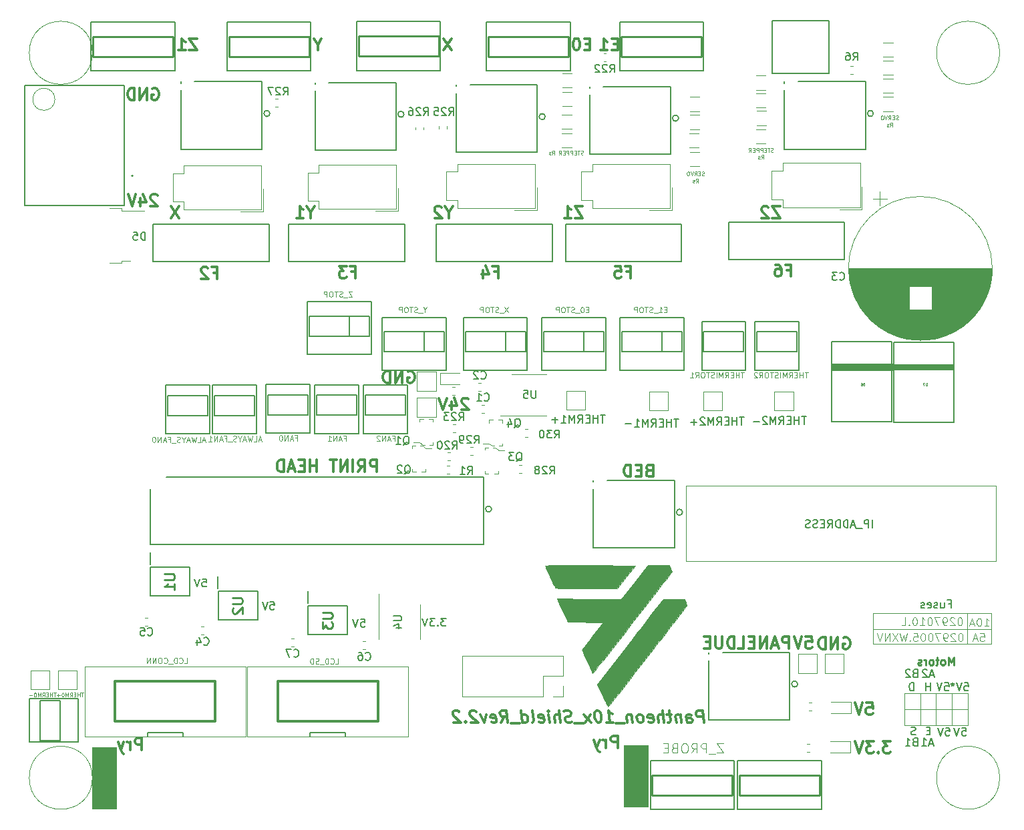
<source format=gbr>
%TF.GenerationSoftware,KiCad,Pcbnew,(5.1.6)-1*%
%TF.CreationDate,2021-03-29T16:14:19-07:00*%
%TF.ProjectId,expansion,65787061-6e73-4696-9f6e-2e6b69636164,1.03*%
%TF.SameCoordinates,Original*%
%TF.FileFunction,Legend,Bot*%
%TF.FilePolarity,Positive*%
%FSLAX46Y46*%
G04 Gerber Fmt 4.6, Leading zero omitted, Abs format (unit mm)*
G04 Created by KiCad (PCBNEW (5.1.6)-1) date 2021-03-29 16:14:19*
%MOMM*%
%LPD*%
G01*
G04 APERTURE LIST*
%ADD10C,0.120000*%
%ADD11C,0.150000*%
%ADD12C,0.250000*%
%ADD13C,0.300000*%
%ADD14C,0.125000*%
%ADD15C,0.100000*%
%ADD16C,0.127000*%
%ADD17C,0.149860*%
%ADD18C,0.152400*%
%ADD19C,0.200000*%
%ADD20C,0.254000*%
%ADD21C,0.050000*%
%ADD22C,0.304800*%
%ADD23C,0.010000*%
%ADD24C,0.015000*%
G04 APERTURE END LIST*
D10*
X145800000Y-113000000D02*
X145800000Y-117000000D01*
X143800000Y-113000000D02*
X143800000Y-117000000D01*
X141800000Y-113000000D02*
X141800000Y-117000000D01*
X139800000Y-113000000D02*
X139800000Y-117000000D01*
X147800000Y-113000000D02*
X147800000Y-117000000D01*
X147800000Y-115000000D02*
X139800000Y-115000000D01*
X147800000Y-117000000D02*
X139800000Y-117000000D01*
X139800000Y-113000000D02*
X147800000Y-113000000D01*
D11*
X147090476Y-117352380D02*
X147566666Y-117352380D01*
X147614285Y-117828571D01*
X147566666Y-117780952D01*
X147471428Y-117733333D01*
X147233333Y-117733333D01*
X147138095Y-117780952D01*
X147090476Y-117828571D01*
X147042857Y-117923809D01*
X147042857Y-118161904D01*
X147090476Y-118257142D01*
X147138095Y-118304761D01*
X147233333Y-118352380D01*
X147471428Y-118352380D01*
X147566666Y-118304761D01*
X147614285Y-118257142D01*
X146757142Y-117352380D02*
X146423809Y-118352380D01*
X146090476Y-117352380D01*
D12*
X146008095Y-109382380D02*
X146008095Y-108382380D01*
X145674761Y-109096666D01*
X145341428Y-108382380D01*
X145341428Y-109382380D01*
X144722380Y-109382380D02*
X144817619Y-109334761D01*
X144865238Y-109287142D01*
X144912857Y-109191904D01*
X144912857Y-108906190D01*
X144865238Y-108810952D01*
X144817619Y-108763333D01*
X144722380Y-108715714D01*
X144579523Y-108715714D01*
X144484285Y-108763333D01*
X144436666Y-108810952D01*
X144389047Y-108906190D01*
X144389047Y-109191904D01*
X144436666Y-109287142D01*
X144484285Y-109334761D01*
X144579523Y-109382380D01*
X144722380Y-109382380D01*
X144103333Y-108715714D02*
X143722380Y-108715714D01*
X143960476Y-108382380D02*
X143960476Y-109239523D01*
X143912857Y-109334761D01*
X143817619Y-109382380D01*
X143722380Y-109382380D01*
X143246190Y-109382380D02*
X143341428Y-109334761D01*
X143389047Y-109287142D01*
X143436666Y-109191904D01*
X143436666Y-108906190D01*
X143389047Y-108810952D01*
X143341428Y-108763333D01*
X143246190Y-108715714D01*
X143103333Y-108715714D01*
X143008095Y-108763333D01*
X142960476Y-108810952D01*
X142912857Y-108906190D01*
X142912857Y-109191904D01*
X142960476Y-109287142D01*
X143008095Y-109334761D01*
X143103333Y-109382380D01*
X143246190Y-109382380D01*
X142484285Y-109382380D02*
X142484285Y-108715714D01*
X142484285Y-108906190D02*
X142436666Y-108810952D01*
X142389047Y-108763333D01*
X142293809Y-108715714D01*
X142198571Y-108715714D01*
X141912857Y-109334761D02*
X141817619Y-109382380D01*
X141627142Y-109382380D01*
X141531904Y-109334761D01*
X141484285Y-109239523D01*
X141484285Y-109191904D01*
X141531904Y-109096666D01*
X141627142Y-109049047D01*
X141770000Y-109049047D01*
X141865238Y-109001428D01*
X141912857Y-108906190D01*
X141912857Y-108858571D01*
X141865238Y-108763333D01*
X141770000Y-108715714D01*
X141627142Y-108715714D01*
X141531904Y-108763333D01*
D13*
X44442857Y-36250000D02*
X44585714Y-36178571D01*
X44800000Y-36178571D01*
X45014285Y-36250000D01*
X45157142Y-36392857D01*
X45228571Y-36535714D01*
X45300000Y-36821428D01*
X45300000Y-37035714D01*
X45228571Y-37321428D01*
X45157142Y-37464285D01*
X45014285Y-37607142D01*
X44800000Y-37678571D01*
X44657142Y-37678571D01*
X44442857Y-37607142D01*
X44371428Y-37535714D01*
X44371428Y-37035714D01*
X44657142Y-37035714D01*
X43728571Y-37678571D02*
X43728571Y-36178571D01*
X42871428Y-37678571D01*
X42871428Y-36178571D01*
X42157142Y-37678571D02*
X42157142Y-36178571D01*
X41800000Y-36178571D01*
X41585714Y-36250000D01*
X41442857Y-36392857D01*
X41371428Y-36535714D01*
X41300000Y-36821428D01*
X41300000Y-37035714D01*
X41371428Y-37321428D01*
X41442857Y-37464285D01*
X41585714Y-37607142D01*
X41800000Y-37678571D01*
X42157142Y-37678571D01*
X45085714Y-49821428D02*
X45014285Y-49750000D01*
X44871428Y-49678571D01*
X44514285Y-49678571D01*
X44371428Y-49750000D01*
X44300000Y-49821428D01*
X44228571Y-49964285D01*
X44228571Y-50107142D01*
X44300000Y-50321428D01*
X45157142Y-51178571D01*
X44228571Y-51178571D01*
X42942857Y-50178571D02*
X42942857Y-51178571D01*
X43300000Y-49607142D02*
X43657142Y-50678571D01*
X42728571Y-50678571D01*
X42371428Y-49678571D02*
X41871428Y-51178571D01*
X41371428Y-49678571D01*
D11*
X135714285Y-91952380D02*
X135714285Y-90952380D01*
X135238095Y-91952380D02*
X135238095Y-90952380D01*
X134857142Y-90952380D01*
X134761904Y-91000000D01*
X134714285Y-91047619D01*
X134666666Y-91142857D01*
X134666666Y-91285714D01*
X134714285Y-91380952D01*
X134761904Y-91428571D01*
X134857142Y-91476190D01*
X135238095Y-91476190D01*
X134476190Y-92047619D02*
X133714285Y-92047619D01*
X133523809Y-91666666D02*
X133047619Y-91666666D01*
X133619047Y-91952380D02*
X133285714Y-90952380D01*
X132952380Y-91952380D01*
X132619047Y-91952380D02*
X132619047Y-90952380D01*
X132380952Y-90952380D01*
X132238095Y-91000000D01*
X132142857Y-91095238D01*
X132095238Y-91190476D01*
X132047619Y-91380952D01*
X132047619Y-91523809D01*
X132095238Y-91714285D01*
X132142857Y-91809523D01*
X132238095Y-91904761D01*
X132380952Y-91952380D01*
X132619047Y-91952380D01*
X131619047Y-91952380D02*
X131619047Y-90952380D01*
X131380952Y-90952380D01*
X131238095Y-91000000D01*
X131142857Y-91095238D01*
X131095238Y-91190476D01*
X131047619Y-91380952D01*
X131047619Y-91523809D01*
X131095238Y-91714285D01*
X131142857Y-91809523D01*
X131238095Y-91904761D01*
X131380952Y-91952380D01*
X131619047Y-91952380D01*
X130047619Y-91952380D02*
X130380952Y-91476190D01*
X130619047Y-91952380D02*
X130619047Y-90952380D01*
X130238095Y-90952380D01*
X130142857Y-91000000D01*
X130095238Y-91047619D01*
X130047619Y-91142857D01*
X130047619Y-91285714D01*
X130095238Y-91380952D01*
X130142857Y-91428571D01*
X130238095Y-91476190D01*
X130619047Y-91476190D01*
X129619047Y-91428571D02*
X129285714Y-91428571D01*
X129142857Y-91952380D02*
X129619047Y-91952380D01*
X129619047Y-90952380D01*
X129142857Y-90952380D01*
X128761904Y-91904761D02*
X128619047Y-91952380D01*
X128380952Y-91952380D01*
X128285714Y-91904761D01*
X128238095Y-91857142D01*
X128190476Y-91761904D01*
X128190476Y-91666666D01*
X128238095Y-91571428D01*
X128285714Y-91523809D01*
X128380952Y-91476190D01*
X128571428Y-91428571D01*
X128666666Y-91380952D01*
X128714285Y-91333333D01*
X128761904Y-91238095D01*
X128761904Y-91142857D01*
X128714285Y-91047619D01*
X128666666Y-91000000D01*
X128571428Y-90952380D01*
X128333333Y-90952380D01*
X128190476Y-91000000D01*
X127809523Y-91904761D02*
X127666666Y-91952380D01*
X127428571Y-91952380D01*
X127333333Y-91904761D01*
X127285714Y-91857142D01*
X127238095Y-91761904D01*
X127238095Y-91666666D01*
X127285714Y-91571428D01*
X127333333Y-91523809D01*
X127428571Y-91476190D01*
X127619047Y-91428571D01*
X127714285Y-91380952D01*
X127761904Y-91333333D01*
X127809523Y-91238095D01*
X127809523Y-91142857D01*
X127761904Y-91047619D01*
X127714285Y-91000000D01*
X127619047Y-90952380D01*
X127380952Y-90952380D01*
X127238095Y-91000000D01*
D10*
X112100000Y-86600000D02*
X112100000Y-96200000D01*
X151400000Y-86600000D02*
X112100000Y-86600000D01*
X151400000Y-96200000D02*
X112100000Y-96200000D01*
X151400000Y-86600000D02*
X151400000Y-96200000D01*
X147700000Y-104800000D02*
X150800000Y-104800000D01*
X150800000Y-106700000D02*
X147700000Y-106700000D01*
X150800000Y-102800000D02*
X150800000Y-106700000D01*
X147700000Y-102800000D02*
X150800000Y-102800000D01*
X135800000Y-104800000D02*
X147700000Y-104800000D01*
X135800000Y-106700000D02*
X147700000Y-106700000D01*
X135800000Y-102800000D02*
X135800000Y-106700000D01*
X147700000Y-102800000D02*
X135800000Y-102800000D01*
X147700000Y-102800000D02*
X147700000Y-106700000D01*
D11*
X145347619Y-101628571D02*
X145680952Y-101628571D01*
X145680952Y-102152380D02*
X145680952Y-101152380D01*
X145204761Y-101152380D01*
X144395238Y-101485714D02*
X144395238Y-102152380D01*
X144823809Y-101485714D02*
X144823809Y-102009523D01*
X144776190Y-102104761D01*
X144680952Y-102152380D01*
X144538095Y-102152380D01*
X144442857Y-102104761D01*
X144395238Y-102057142D01*
X143966666Y-102104761D02*
X143871428Y-102152380D01*
X143680952Y-102152380D01*
X143585714Y-102104761D01*
X143538095Y-102009523D01*
X143538095Y-101961904D01*
X143585714Y-101866666D01*
X143680952Y-101819047D01*
X143823809Y-101819047D01*
X143919047Y-101771428D01*
X143966666Y-101676190D01*
X143966666Y-101628571D01*
X143919047Y-101533333D01*
X143823809Y-101485714D01*
X143680952Y-101485714D01*
X143585714Y-101533333D01*
X142728571Y-102104761D02*
X142823809Y-102152380D01*
X143014285Y-102152380D01*
X143109523Y-102104761D01*
X143157142Y-102009523D01*
X143157142Y-101628571D01*
X143109523Y-101533333D01*
X143014285Y-101485714D01*
X142823809Y-101485714D01*
X142728571Y-101533333D01*
X142680952Y-101628571D01*
X142680952Y-101723809D01*
X143157142Y-101819047D01*
X142300000Y-102104761D02*
X142204761Y-102152380D01*
X142014285Y-102152380D01*
X141919047Y-102104761D01*
X141871428Y-102009523D01*
X141871428Y-101961904D01*
X141919047Y-101866666D01*
X142014285Y-101819047D01*
X142157142Y-101819047D01*
X142252380Y-101771428D01*
X142300000Y-101676190D01*
X142300000Y-101628571D01*
X142252380Y-101533333D01*
X142157142Y-101485714D01*
X142014285Y-101485714D01*
X141919047Y-101533333D01*
X141104761Y-110428571D02*
X140961904Y-110476190D01*
X140914285Y-110523809D01*
X140866666Y-110619047D01*
X140866666Y-110761904D01*
X140914285Y-110857142D01*
X140961904Y-110904761D01*
X141057142Y-110952380D01*
X141438095Y-110952380D01*
X141438095Y-109952380D01*
X141104761Y-109952380D01*
X141009523Y-110000000D01*
X140961904Y-110047619D01*
X140914285Y-110142857D01*
X140914285Y-110238095D01*
X140961904Y-110333333D01*
X141009523Y-110380952D01*
X141104761Y-110428571D01*
X141438095Y-110428571D01*
X140485714Y-110047619D02*
X140438095Y-110000000D01*
X140342857Y-109952380D01*
X140104761Y-109952380D01*
X140009523Y-110000000D01*
X139961904Y-110047619D01*
X139914285Y-110142857D01*
X139914285Y-110238095D01*
X139961904Y-110380952D01*
X140533333Y-110952380D01*
X139914285Y-110952380D01*
X141104761Y-119128571D02*
X140961904Y-119176190D01*
X140914285Y-119223809D01*
X140866666Y-119319047D01*
X140866666Y-119461904D01*
X140914285Y-119557142D01*
X140961904Y-119604761D01*
X141057142Y-119652380D01*
X141438095Y-119652380D01*
X141438095Y-118652380D01*
X141104761Y-118652380D01*
X141009523Y-118700000D01*
X140961904Y-118747619D01*
X140914285Y-118842857D01*
X140914285Y-118938095D01*
X140961904Y-119033333D01*
X141009523Y-119080952D01*
X141104761Y-119128571D01*
X141438095Y-119128571D01*
X139914285Y-119652380D02*
X140485714Y-119652380D01*
X140200000Y-119652380D02*
X140200000Y-118652380D01*
X140295238Y-118795238D01*
X140390476Y-118890476D01*
X140485714Y-118938095D01*
X143414285Y-119366666D02*
X142938095Y-119366666D01*
X143509523Y-119652380D02*
X143176190Y-118652380D01*
X142842857Y-119652380D01*
X141985714Y-119652380D02*
X142557142Y-119652380D01*
X142271428Y-119652380D02*
X142271428Y-118652380D01*
X142366666Y-118795238D01*
X142461904Y-118890476D01*
X142557142Y-118938095D01*
X143514285Y-110666666D02*
X143038095Y-110666666D01*
X143609523Y-110952380D02*
X143276190Y-109952380D01*
X142942857Y-110952380D01*
X142657142Y-110047619D02*
X142609523Y-110000000D01*
X142514285Y-109952380D01*
X142276190Y-109952380D01*
X142180952Y-110000000D01*
X142133333Y-110047619D01*
X142085714Y-110142857D01*
X142085714Y-110238095D01*
X142133333Y-110380952D01*
X142704761Y-110952380D01*
X142085714Y-110952380D01*
X147371428Y-111652380D02*
X147847619Y-111652380D01*
X147895238Y-112128571D01*
X147847619Y-112080952D01*
X147752380Y-112033333D01*
X147514285Y-112033333D01*
X147419047Y-112080952D01*
X147371428Y-112128571D01*
X147323809Y-112223809D01*
X147323809Y-112461904D01*
X147371428Y-112557142D01*
X147419047Y-112604761D01*
X147514285Y-112652380D01*
X147752380Y-112652380D01*
X147847619Y-112604761D01*
X147895238Y-112557142D01*
X147038095Y-111652380D02*
X146704761Y-112652380D01*
X146371428Y-111652380D01*
X145895238Y-111652380D02*
X145895238Y-111890476D01*
X146133333Y-111795238D02*
X145895238Y-111890476D01*
X145657142Y-111795238D01*
X146038095Y-112080952D02*
X145895238Y-111890476D01*
X145752380Y-112080952D01*
X144890476Y-111652380D02*
X145366666Y-111652380D01*
X145414285Y-112128571D01*
X145366666Y-112080952D01*
X145271428Y-112033333D01*
X145033333Y-112033333D01*
X144938095Y-112080952D01*
X144890476Y-112128571D01*
X144842857Y-112223809D01*
X144842857Y-112461904D01*
X144890476Y-112557142D01*
X144938095Y-112604761D01*
X145033333Y-112652380D01*
X145271428Y-112652380D01*
X145366666Y-112604761D01*
X145414285Y-112557142D01*
X144557142Y-111652380D02*
X144223809Y-112652380D01*
X143890476Y-111652380D01*
X144990476Y-117352380D02*
X145466666Y-117352380D01*
X145514285Y-117828571D01*
X145466666Y-117780952D01*
X145371428Y-117733333D01*
X145133333Y-117733333D01*
X145038095Y-117780952D01*
X144990476Y-117828571D01*
X144942857Y-117923809D01*
X144942857Y-118161904D01*
X144990476Y-118257142D01*
X145038095Y-118304761D01*
X145133333Y-118352380D01*
X145371428Y-118352380D01*
X145466666Y-118304761D01*
X145514285Y-118257142D01*
X144657142Y-117352380D02*
X144323809Y-118352380D01*
X143990476Y-117352380D01*
X143014285Y-117728571D02*
X142680952Y-117728571D01*
X142538095Y-118252380D02*
X143014285Y-118252380D01*
X143014285Y-117252380D01*
X142538095Y-117252380D01*
X143085714Y-112652380D02*
X143085714Y-111652380D01*
X143085714Y-112128571D02*
X142514285Y-112128571D01*
X142514285Y-112652380D02*
X142514285Y-111652380D01*
X141185714Y-118204761D02*
X141042857Y-118252380D01*
X140804761Y-118252380D01*
X140709523Y-118204761D01*
X140661904Y-118157142D01*
X140614285Y-118061904D01*
X140614285Y-117966666D01*
X140661904Y-117871428D01*
X140709523Y-117823809D01*
X140804761Y-117776190D01*
X140995238Y-117728571D01*
X141090476Y-117680952D01*
X141138095Y-117633333D01*
X141185714Y-117538095D01*
X141185714Y-117442857D01*
X141138095Y-117347619D01*
X141090476Y-117300000D01*
X140995238Y-117252380D01*
X140757142Y-117252380D01*
X140614285Y-117300000D01*
X140961904Y-112652380D02*
X140961904Y-111652380D01*
X140723809Y-111652380D01*
X140580952Y-111700000D01*
X140485714Y-111795238D01*
X140438095Y-111890476D01*
X140390476Y-112080952D01*
X140390476Y-112223809D01*
X140438095Y-112414285D01*
X140485714Y-112509523D01*
X140580952Y-112604761D01*
X140723809Y-112652380D01*
X140961904Y-112652380D01*
D14*
X114395238Y-47264880D02*
X114323809Y-47288690D01*
X114204761Y-47288690D01*
X114157142Y-47264880D01*
X114133333Y-47241071D01*
X114109523Y-47193452D01*
X114109523Y-47145833D01*
X114133333Y-47098214D01*
X114157142Y-47074404D01*
X114204761Y-47050595D01*
X114300000Y-47026785D01*
X114347619Y-47002976D01*
X114371428Y-46979166D01*
X114395238Y-46931547D01*
X114395238Y-46883928D01*
X114371428Y-46836309D01*
X114347619Y-46812500D01*
X114300000Y-46788690D01*
X114180952Y-46788690D01*
X114109523Y-46812500D01*
X113895238Y-47026785D02*
X113728571Y-47026785D01*
X113657142Y-47288690D02*
X113895238Y-47288690D01*
X113895238Y-46788690D01*
X113657142Y-46788690D01*
X113157142Y-47288690D02*
X113323809Y-47050595D01*
X113442857Y-47288690D02*
X113442857Y-46788690D01*
X113252380Y-46788690D01*
X113204761Y-46812500D01*
X113180952Y-46836309D01*
X113157142Y-46883928D01*
X113157142Y-46955357D01*
X113180952Y-47002976D01*
X113204761Y-47026785D01*
X113252380Y-47050595D01*
X113442857Y-47050595D01*
X113014285Y-46788690D02*
X112847619Y-47288690D01*
X112680952Y-46788690D01*
X112419047Y-46788690D02*
X112323809Y-46788690D01*
X112276190Y-46812500D01*
X112228571Y-46860119D01*
X112204761Y-46955357D01*
X112204761Y-47122023D01*
X112228571Y-47217261D01*
X112276190Y-47264880D01*
X112323809Y-47288690D01*
X112419047Y-47288690D01*
X112466666Y-47264880D01*
X112514285Y-47217261D01*
X112538095Y-47122023D01*
X112538095Y-46955357D01*
X112514285Y-46860119D01*
X112466666Y-46812500D01*
X112419047Y-46788690D01*
X113347619Y-48163690D02*
X113514285Y-47925595D01*
X113633333Y-48163690D02*
X113633333Y-47663690D01*
X113442857Y-47663690D01*
X113395238Y-47687500D01*
X113371428Y-47711309D01*
X113347619Y-47758928D01*
X113347619Y-47830357D01*
X113371428Y-47877976D01*
X113395238Y-47901785D01*
X113442857Y-47925595D01*
X113633333Y-47925595D01*
X113157142Y-48139880D02*
X113109523Y-48163690D01*
X113014285Y-48163690D01*
X112966666Y-48139880D01*
X112942857Y-48092261D01*
X112942857Y-48068452D01*
X112966666Y-48020833D01*
X113014285Y-47997023D01*
X113085714Y-47997023D01*
X113133333Y-47973214D01*
X113157142Y-47925595D01*
X113157142Y-47901785D01*
X113133333Y-47854166D01*
X113085714Y-47830357D01*
X113014285Y-47830357D01*
X112966666Y-47854166D01*
D11*
X127328571Y-77852380D02*
X126757142Y-77852380D01*
X127042857Y-78852380D02*
X127042857Y-77852380D01*
X126423809Y-78852380D02*
X126423809Y-77852380D01*
X126423809Y-78328571D02*
X125852380Y-78328571D01*
X125852380Y-78852380D02*
X125852380Y-77852380D01*
X125376190Y-78328571D02*
X125042857Y-78328571D01*
X124900000Y-78852380D02*
X125376190Y-78852380D01*
X125376190Y-77852380D01*
X124900000Y-77852380D01*
X123900000Y-78852380D02*
X124233333Y-78376190D01*
X124471428Y-78852380D02*
X124471428Y-77852380D01*
X124090476Y-77852380D01*
X123995238Y-77900000D01*
X123947619Y-77947619D01*
X123900000Y-78042857D01*
X123900000Y-78185714D01*
X123947619Y-78280952D01*
X123995238Y-78328571D01*
X124090476Y-78376190D01*
X124471428Y-78376190D01*
X123471428Y-78852380D02*
X123471428Y-77852380D01*
X123138095Y-78566666D01*
X122804761Y-77852380D01*
X122804761Y-78852380D01*
X122376190Y-77947619D02*
X122328571Y-77900000D01*
X122233333Y-77852380D01*
X121995238Y-77852380D01*
X121900000Y-77900000D01*
X121852380Y-77947619D01*
X121804761Y-78042857D01*
X121804761Y-78138095D01*
X121852380Y-78280952D01*
X122423809Y-78852380D01*
X121804761Y-78852380D01*
X121376190Y-78471428D02*
X120614285Y-78471428D01*
D15*
G36*
X107300000Y-127400000D02*
G01*
X104200000Y-127400000D01*
X104200000Y-119600000D01*
X107300000Y-119600000D01*
X107300000Y-127400000D01*
G37*
X107300000Y-127400000D02*
X104200000Y-127400000D01*
X104200000Y-119600000D01*
X107300000Y-119600000D01*
X107300000Y-127400000D01*
G36*
X39900000Y-127600000D02*
G01*
X36800000Y-127600000D01*
X36800000Y-119800000D01*
X39900000Y-119800000D01*
X39900000Y-127600000D01*
G37*
X39900000Y-127600000D02*
X36800000Y-127600000D01*
X36800000Y-119800000D01*
X39900000Y-119800000D01*
X39900000Y-127600000D01*
D13*
X125121428Y-107278571D02*
X125121428Y-105778571D01*
X124550000Y-105778571D01*
X124407142Y-105850000D01*
X124335714Y-105921428D01*
X124264285Y-106064285D01*
X124264285Y-106278571D01*
X124335714Y-106421428D01*
X124407142Y-106492857D01*
X124550000Y-106564285D01*
X125121428Y-106564285D01*
X123692857Y-106850000D02*
X122978571Y-106850000D01*
X123835714Y-107278571D02*
X123335714Y-105778571D01*
X122835714Y-107278571D01*
X122335714Y-107278571D02*
X122335714Y-105778571D01*
X121478571Y-107278571D01*
X121478571Y-105778571D01*
X120764285Y-106492857D02*
X120264285Y-106492857D01*
X120050000Y-107278571D02*
X120764285Y-107278571D01*
X120764285Y-105778571D01*
X120050000Y-105778571D01*
X118692857Y-107278571D02*
X119407142Y-107278571D01*
X119407142Y-105778571D01*
X118192857Y-107278571D02*
X118192857Y-105778571D01*
X117835714Y-105778571D01*
X117621428Y-105850000D01*
X117478571Y-105992857D01*
X117407142Y-106135714D01*
X117335714Y-106421428D01*
X117335714Y-106635714D01*
X117407142Y-106921428D01*
X117478571Y-107064285D01*
X117621428Y-107207142D01*
X117835714Y-107278571D01*
X118192857Y-107278571D01*
X116692857Y-105778571D02*
X116692857Y-106992857D01*
X116621428Y-107135714D01*
X116550000Y-107207142D01*
X116407142Y-107278571D01*
X116121428Y-107278571D01*
X115978571Y-107207142D01*
X115907142Y-107135714D01*
X115835714Y-106992857D01*
X115835714Y-105778571D01*
X115121428Y-106492857D02*
X114621428Y-106492857D01*
X114407142Y-107278571D02*
X115121428Y-107278571D01*
X115121428Y-105778571D01*
X114407142Y-105778571D01*
X43128571Y-120178571D02*
X43128571Y-118678571D01*
X42557142Y-118678571D01*
X42414285Y-118750000D01*
X42342857Y-118821428D01*
X42271428Y-118964285D01*
X42271428Y-119178571D01*
X42342857Y-119321428D01*
X42414285Y-119392857D01*
X42557142Y-119464285D01*
X43128571Y-119464285D01*
X41628571Y-120178571D02*
X41628571Y-119178571D01*
X41628571Y-119464285D02*
X41557142Y-119321428D01*
X41485714Y-119250000D01*
X41342857Y-119178571D01*
X41200000Y-119178571D01*
X40842857Y-119178571D02*
X40485714Y-120178571D01*
X40128571Y-119178571D02*
X40485714Y-120178571D01*
X40628571Y-120535714D01*
X40700000Y-120607142D01*
X40842857Y-120678571D01*
X103428571Y-119878571D02*
X103428571Y-118378571D01*
X102857142Y-118378571D01*
X102714285Y-118450000D01*
X102642857Y-118521428D01*
X102571428Y-118664285D01*
X102571428Y-118878571D01*
X102642857Y-119021428D01*
X102714285Y-119092857D01*
X102857142Y-119164285D01*
X103428571Y-119164285D01*
X101928571Y-119878571D02*
X101928571Y-118878571D01*
X101928571Y-119164285D02*
X101857142Y-119021428D01*
X101785714Y-118950000D01*
X101642857Y-118878571D01*
X101500000Y-118878571D01*
X101142857Y-118878571D02*
X100785714Y-119878571D01*
X100428571Y-118878571D02*
X100785714Y-119878571D01*
X100928571Y-120235714D01*
X101000000Y-120307142D01*
X101142857Y-120378571D01*
D14*
X146847619Y-103352380D02*
X146752380Y-103352380D01*
X146657142Y-103400000D01*
X146609523Y-103447619D01*
X146561904Y-103542857D01*
X146514285Y-103733333D01*
X146514285Y-103971428D01*
X146561904Y-104161904D01*
X146609523Y-104257142D01*
X146657142Y-104304761D01*
X146752380Y-104352380D01*
X146847619Y-104352380D01*
X146942857Y-104304761D01*
X146990476Y-104257142D01*
X147038095Y-104161904D01*
X147085714Y-103971428D01*
X147085714Y-103733333D01*
X147038095Y-103542857D01*
X146990476Y-103447619D01*
X146942857Y-103400000D01*
X146847619Y-103352380D01*
X146133333Y-103447619D02*
X146085714Y-103400000D01*
X145990476Y-103352380D01*
X145752380Y-103352380D01*
X145657142Y-103400000D01*
X145609523Y-103447619D01*
X145561904Y-103542857D01*
X145561904Y-103638095D01*
X145609523Y-103780952D01*
X146180952Y-104352380D01*
X145561904Y-104352380D01*
X145085714Y-104352380D02*
X144895238Y-104352380D01*
X144800000Y-104304761D01*
X144752380Y-104257142D01*
X144657142Y-104114285D01*
X144609523Y-103923809D01*
X144609523Y-103542857D01*
X144657142Y-103447619D01*
X144704761Y-103400000D01*
X144800000Y-103352380D01*
X144990476Y-103352380D01*
X145085714Y-103400000D01*
X145133333Y-103447619D01*
X145180952Y-103542857D01*
X145180952Y-103780952D01*
X145133333Y-103876190D01*
X145085714Y-103923809D01*
X144990476Y-103971428D01*
X144800000Y-103971428D01*
X144704761Y-103923809D01*
X144657142Y-103876190D01*
X144609523Y-103780952D01*
X144276190Y-103352380D02*
X143609523Y-103352380D01*
X144038095Y-104352380D01*
X143038095Y-103352380D02*
X142942857Y-103352380D01*
X142847619Y-103400000D01*
X142800000Y-103447619D01*
X142752380Y-103542857D01*
X142704761Y-103733333D01*
X142704761Y-103971428D01*
X142752380Y-104161904D01*
X142800000Y-104257142D01*
X142847619Y-104304761D01*
X142942857Y-104352380D01*
X143038095Y-104352380D01*
X143133333Y-104304761D01*
X143180952Y-104257142D01*
X143228571Y-104161904D01*
X143276190Y-103971428D01*
X143276190Y-103733333D01*
X143228571Y-103542857D01*
X143180952Y-103447619D01*
X143133333Y-103400000D01*
X143038095Y-103352380D01*
X141752380Y-104352380D02*
X142323809Y-104352380D01*
X142038095Y-104352380D02*
X142038095Y-103352380D01*
X142133333Y-103495238D01*
X142228571Y-103590476D01*
X142323809Y-103638095D01*
X141133333Y-103352380D02*
X141038095Y-103352380D01*
X140942857Y-103400000D01*
X140895238Y-103447619D01*
X140847619Y-103542857D01*
X140800000Y-103733333D01*
X140800000Y-103971428D01*
X140847619Y-104161904D01*
X140895238Y-104257142D01*
X140942857Y-104304761D01*
X141038095Y-104352380D01*
X141133333Y-104352380D01*
X141228571Y-104304761D01*
X141276190Y-104257142D01*
X141323809Y-104161904D01*
X141371428Y-103971428D01*
X141371428Y-103733333D01*
X141323809Y-103542857D01*
X141276190Y-103447619D01*
X141228571Y-103400000D01*
X141133333Y-103352380D01*
X140371428Y-104257142D02*
X140323809Y-104304761D01*
X140371428Y-104352380D01*
X140419047Y-104304761D01*
X140371428Y-104257142D01*
X140371428Y-104352380D01*
X139419047Y-104352380D02*
X139895238Y-104352380D01*
X139895238Y-103352380D01*
X146942857Y-105352380D02*
X146847619Y-105352380D01*
X146752380Y-105400000D01*
X146704761Y-105447619D01*
X146657142Y-105542857D01*
X146609523Y-105733333D01*
X146609523Y-105971428D01*
X146657142Y-106161904D01*
X146704761Y-106257142D01*
X146752380Y-106304761D01*
X146847619Y-106352380D01*
X146942857Y-106352380D01*
X147038095Y-106304761D01*
X147085714Y-106257142D01*
X147133333Y-106161904D01*
X147180952Y-105971428D01*
X147180952Y-105733333D01*
X147133333Y-105542857D01*
X147085714Y-105447619D01*
X147038095Y-105400000D01*
X146942857Y-105352380D01*
X146228571Y-105447619D02*
X146180952Y-105400000D01*
X146085714Y-105352380D01*
X145847619Y-105352380D01*
X145752380Y-105400000D01*
X145704761Y-105447619D01*
X145657142Y-105542857D01*
X145657142Y-105638095D01*
X145704761Y-105780952D01*
X146276190Y-106352380D01*
X145657142Y-106352380D01*
X145180952Y-106352380D02*
X144990476Y-106352380D01*
X144895238Y-106304761D01*
X144847619Y-106257142D01*
X144752380Y-106114285D01*
X144704761Y-105923809D01*
X144704761Y-105542857D01*
X144752380Y-105447619D01*
X144800000Y-105400000D01*
X144895238Y-105352380D01*
X145085714Y-105352380D01*
X145180952Y-105400000D01*
X145228571Y-105447619D01*
X145276190Y-105542857D01*
X145276190Y-105780952D01*
X145228571Y-105876190D01*
X145180952Y-105923809D01*
X145085714Y-105971428D01*
X144895238Y-105971428D01*
X144800000Y-105923809D01*
X144752380Y-105876190D01*
X144704761Y-105780952D01*
X144371428Y-105352380D02*
X143704761Y-105352380D01*
X144133333Y-106352380D01*
X143133333Y-105352380D02*
X143038095Y-105352380D01*
X142942857Y-105400000D01*
X142895238Y-105447619D01*
X142847619Y-105542857D01*
X142800000Y-105733333D01*
X142800000Y-105971428D01*
X142847619Y-106161904D01*
X142895238Y-106257142D01*
X142942857Y-106304761D01*
X143038095Y-106352380D01*
X143133333Y-106352380D01*
X143228571Y-106304761D01*
X143276190Y-106257142D01*
X143323809Y-106161904D01*
X143371428Y-105971428D01*
X143371428Y-105733333D01*
X143323809Y-105542857D01*
X143276190Y-105447619D01*
X143228571Y-105400000D01*
X143133333Y-105352380D01*
X142180952Y-105352380D02*
X142085714Y-105352380D01*
X141990476Y-105400000D01*
X141942857Y-105447619D01*
X141895238Y-105542857D01*
X141847619Y-105733333D01*
X141847619Y-105971428D01*
X141895238Y-106161904D01*
X141942857Y-106257142D01*
X141990476Y-106304761D01*
X142085714Y-106352380D01*
X142180952Y-106352380D01*
X142276190Y-106304761D01*
X142323809Y-106257142D01*
X142371428Y-106161904D01*
X142419047Y-105971428D01*
X142419047Y-105733333D01*
X142371428Y-105542857D01*
X142323809Y-105447619D01*
X142276190Y-105400000D01*
X142180952Y-105352380D01*
X140942857Y-105352380D02*
X141419047Y-105352380D01*
X141466666Y-105828571D01*
X141419047Y-105780952D01*
X141323809Y-105733333D01*
X141085714Y-105733333D01*
X140990476Y-105780952D01*
X140942857Y-105828571D01*
X140895238Y-105923809D01*
X140895238Y-106161904D01*
X140942857Y-106257142D01*
X140990476Y-106304761D01*
X141085714Y-106352380D01*
X141323809Y-106352380D01*
X141419047Y-106304761D01*
X141466666Y-106257142D01*
X140466666Y-106257142D02*
X140419047Y-106304761D01*
X140466666Y-106352380D01*
X140514285Y-106304761D01*
X140466666Y-106257142D01*
X140466666Y-106352380D01*
X140085714Y-105352380D02*
X139847619Y-106352380D01*
X139657142Y-105638095D01*
X139466666Y-106352380D01*
X139228571Y-105352380D01*
X138942857Y-105352380D02*
X138276190Y-106352380D01*
X138276190Y-105352380D02*
X138942857Y-106352380D01*
X137895238Y-106352380D02*
X137895238Y-105352380D01*
X137323809Y-106352380D01*
X137323809Y-105352380D01*
X136990476Y-105352380D02*
X136657142Y-106352380D01*
X136323809Y-105352380D01*
X149390476Y-105352380D02*
X149866666Y-105352380D01*
X149914285Y-105828571D01*
X149866666Y-105780952D01*
X149771428Y-105733333D01*
X149533333Y-105733333D01*
X149438095Y-105780952D01*
X149390476Y-105828571D01*
X149342857Y-105923809D01*
X149342857Y-106161904D01*
X149390476Y-106257142D01*
X149438095Y-106304761D01*
X149533333Y-106352380D01*
X149771428Y-106352380D01*
X149866666Y-106304761D01*
X149914285Y-106257142D01*
X148961904Y-106066666D02*
X148485714Y-106066666D01*
X149057142Y-106352380D02*
X148723809Y-105352380D01*
X148390476Y-106352380D01*
X149919047Y-104452380D02*
X150490476Y-104452380D01*
X150204761Y-104452380D02*
X150204761Y-103452380D01*
X150300000Y-103595238D01*
X150395238Y-103690476D01*
X150490476Y-103738095D01*
X149300000Y-103452380D02*
X149204761Y-103452380D01*
X149109523Y-103500000D01*
X149061904Y-103547619D01*
X149014285Y-103642857D01*
X148966666Y-103833333D01*
X148966666Y-104071428D01*
X149014285Y-104261904D01*
X149061904Y-104357142D01*
X149109523Y-104404761D01*
X149204761Y-104452380D01*
X149300000Y-104452380D01*
X149395238Y-104404761D01*
X149442857Y-104357142D01*
X149490476Y-104261904D01*
X149538095Y-104071428D01*
X149538095Y-103833333D01*
X149490476Y-103642857D01*
X149442857Y-103547619D01*
X149395238Y-103500000D01*
X149300000Y-103452380D01*
X148585714Y-104166666D02*
X148109523Y-104166666D01*
X148680952Y-104452380D02*
X148347619Y-103452380D01*
X148014285Y-104452380D01*
D11*
X50790476Y-98452380D02*
X51266666Y-98452380D01*
X51314285Y-98928571D01*
X51266666Y-98880952D01*
X51171428Y-98833333D01*
X50933333Y-98833333D01*
X50838095Y-98880952D01*
X50790476Y-98928571D01*
X50742857Y-99023809D01*
X50742857Y-99261904D01*
X50790476Y-99357142D01*
X50838095Y-99404761D01*
X50933333Y-99452380D01*
X51171428Y-99452380D01*
X51266666Y-99404761D01*
X51314285Y-99357142D01*
X50457142Y-98452380D02*
X50123809Y-99452380D01*
X49790476Y-98452380D01*
X59390476Y-101352380D02*
X59866666Y-101352380D01*
X59914285Y-101828571D01*
X59866666Y-101780952D01*
X59771428Y-101733333D01*
X59533333Y-101733333D01*
X59438095Y-101780952D01*
X59390476Y-101828571D01*
X59342857Y-101923809D01*
X59342857Y-102161904D01*
X59390476Y-102257142D01*
X59438095Y-102304761D01*
X59533333Y-102352380D01*
X59771428Y-102352380D01*
X59866666Y-102304761D01*
X59914285Y-102257142D01*
X59057142Y-101352380D02*
X58723809Y-102352380D01*
X58390476Y-101352380D01*
X70890476Y-103552380D02*
X71366666Y-103552380D01*
X71414285Y-104028571D01*
X71366666Y-103980952D01*
X71271428Y-103933333D01*
X71033333Y-103933333D01*
X70938095Y-103980952D01*
X70890476Y-104028571D01*
X70842857Y-104123809D01*
X70842857Y-104361904D01*
X70890476Y-104457142D01*
X70938095Y-104504761D01*
X71033333Y-104552380D01*
X71271428Y-104552380D01*
X71366666Y-104504761D01*
X71414285Y-104457142D01*
X70557142Y-103552380D02*
X70223809Y-104552380D01*
X69890476Y-103552380D01*
X81676190Y-103452380D02*
X81057142Y-103452380D01*
X81390476Y-103833333D01*
X81247619Y-103833333D01*
X81152380Y-103880952D01*
X81104761Y-103928571D01*
X81057142Y-104023809D01*
X81057142Y-104261904D01*
X81104761Y-104357142D01*
X81152380Y-104404761D01*
X81247619Y-104452380D01*
X81533333Y-104452380D01*
X81628571Y-104404761D01*
X81676190Y-104357142D01*
X80628571Y-104357142D02*
X80580952Y-104404761D01*
X80628571Y-104452380D01*
X80676190Y-104404761D01*
X80628571Y-104357142D01*
X80628571Y-104452380D01*
X80247619Y-103452380D02*
X79628571Y-103452380D01*
X79961904Y-103833333D01*
X79819047Y-103833333D01*
X79723809Y-103880952D01*
X79676190Y-103928571D01*
X79628571Y-104023809D01*
X79628571Y-104261904D01*
X79676190Y-104357142D01*
X79723809Y-104404761D01*
X79819047Y-104452380D01*
X80104761Y-104452380D01*
X80200000Y-104404761D01*
X80247619Y-104357142D01*
X79342857Y-103452380D02*
X79009523Y-104452380D01*
X78676190Y-103452380D01*
D13*
X84495714Y-75651428D02*
X84424285Y-75580000D01*
X84281428Y-75508571D01*
X83924285Y-75508571D01*
X83781428Y-75580000D01*
X83710000Y-75651428D01*
X83638571Y-75794285D01*
X83638571Y-75937142D01*
X83710000Y-76151428D01*
X84567142Y-77008571D01*
X83638571Y-77008571D01*
X82352857Y-76008571D02*
X82352857Y-77008571D01*
X82710000Y-75437142D02*
X83067142Y-76508571D01*
X82138571Y-76508571D01*
X81781428Y-75508571D02*
X81281428Y-77008571D01*
X80781428Y-75508571D01*
X76842857Y-72150000D02*
X76985714Y-72078571D01*
X77200000Y-72078571D01*
X77414285Y-72150000D01*
X77557142Y-72292857D01*
X77628571Y-72435714D01*
X77700000Y-72721428D01*
X77700000Y-72935714D01*
X77628571Y-73221428D01*
X77557142Y-73364285D01*
X77414285Y-73507142D01*
X77200000Y-73578571D01*
X77057142Y-73578571D01*
X76842857Y-73507142D01*
X76771428Y-73435714D01*
X76771428Y-72935714D01*
X77057142Y-72935714D01*
X76128571Y-73578571D02*
X76128571Y-72078571D01*
X75271428Y-73578571D01*
X75271428Y-72078571D01*
X74557142Y-73578571D02*
X74557142Y-72078571D01*
X74200000Y-72078571D01*
X73985714Y-72150000D01*
X73842857Y-72292857D01*
X73771428Y-72435714D01*
X73700000Y-72721428D01*
X73700000Y-72935714D01*
X73771428Y-73221428D01*
X73842857Y-73364285D01*
X73985714Y-73507142D01*
X74200000Y-73578571D01*
X74557142Y-73578571D01*
D14*
X32214285Y-112926190D02*
X31928571Y-112926190D01*
X32071428Y-113426190D02*
X32071428Y-112926190D01*
X31761904Y-113426190D02*
X31761904Y-112926190D01*
X31761904Y-113164285D02*
X31476190Y-113164285D01*
X31476190Y-113426190D02*
X31476190Y-112926190D01*
X31238095Y-113164285D02*
X31071428Y-113164285D01*
X31000000Y-113426190D02*
X31238095Y-113426190D01*
X31238095Y-112926190D01*
X31000000Y-112926190D01*
X30500000Y-113426190D02*
X30666666Y-113188095D01*
X30785714Y-113426190D02*
X30785714Y-112926190D01*
X30595238Y-112926190D01*
X30547619Y-112950000D01*
X30523809Y-112973809D01*
X30500000Y-113021428D01*
X30500000Y-113092857D01*
X30523809Y-113140476D01*
X30547619Y-113164285D01*
X30595238Y-113188095D01*
X30785714Y-113188095D01*
X30285714Y-113426190D02*
X30285714Y-112926190D01*
X30119047Y-113283333D01*
X29952380Y-112926190D01*
X29952380Y-113426190D01*
X29619047Y-112926190D02*
X29571428Y-112926190D01*
X29523809Y-112950000D01*
X29500000Y-112973809D01*
X29476190Y-113021428D01*
X29452380Y-113116666D01*
X29452380Y-113235714D01*
X29476190Y-113330952D01*
X29500000Y-113378571D01*
X29523809Y-113402380D01*
X29571428Y-113426190D01*
X29619047Y-113426190D01*
X29666666Y-113402380D01*
X29690476Y-113378571D01*
X29714285Y-113330952D01*
X29738095Y-113235714D01*
X29738095Y-113116666D01*
X29714285Y-113021428D01*
X29690476Y-112973809D01*
X29666666Y-112950000D01*
X29619047Y-112926190D01*
X29238095Y-113235714D02*
X28857142Y-113235714D01*
X35714285Y-112926190D02*
X35428571Y-112926190D01*
X35571428Y-113426190D02*
X35571428Y-112926190D01*
X35261904Y-113426190D02*
X35261904Y-112926190D01*
X35261904Y-113164285D02*
X34976190Y-113164285D01*
X34976190Y-113426190D02*
X34976190Y-112926190D01*
X34738095Y-113164285D02*
X34571428Y-113164285D01*
X34500000Y-113426190D02*
X34738095Y-113426190D01*
X34738095Y-112926190D01*
X34500000Y-112926190D01*
X34000000Y-113426190D02*
X34166666Y-113188095D01*
X34285714Y-113426190D02*
X34285714Y-112926190D01*
X34095238Y-112926190D01*
X34047619Y-112950000D01*
X34023809Y-112973809D01*
X34000000Y-113021428D01*
X34000000Y-113092857D01*
X34023809Y-113140476D01*
X34047619Y-113164285D01*
X34095238Y-113188095D01*
X34285714Y-113188095D01*
X33785714Y-113426190D02*
X33785714Y-112926190D01*
X33619047Y-113283333D01*
X33452380Y-112926190D01*
X33452380Y-113426190D01*
X33119047Y-112926190D02*
X33071428Y-112926190D01*
X33023809Y-112950000D01*
X33000000Y-112973809D01*
X32976190Y-113021428D01*
X32952380Y-113116666D01*
X32952380Y-113235714D01*
X32976190Y-113330952D01*
X33000000Y-113378571D01*
X33023809Y-113402380D01*
X33071428Y-113426190D01*
X33119047Y-113426190D01*
X33166666Y-113402380D01*
X33190476Y-113378571D01*
X33214285Y-113330952D01*
X33238095Y-113235714D01*
X33238095Y-113116666D01*
X33214285Y-113021428D01*
X33190476Y-112973809D01*
X33166666Y-112950000D01*
X33119047Y-112926190D01*
X32738095Y-113235714D02*
X32357142Y-113235714D01*
X32547619Y-113426190D02*
X32547619Y-113045238D01*
D11*
X119428571Y-77952380D02*
X118857142Y-77952380D01*
X119142857Y-78952380D02*
X119142857Y-77952380D01*
X118523809Y-78952380D02*
X118523809Y-77952380D01*
X118523809Y-78428571D02*
X117952380Y-78428571D01*
X117952380Y-78952380D02*
X117952380Y-77952380D01*
X117476190Y-78428571D02*
X117142857Y-78428571D01*
X117000000Y-78952380D02*
X117476190Y-78952380D01*
X117476190Y-77952380D01*
X117000000Y-77952380D01*
X116000000Y-78952380D02*
X116333333Y-78476190D01*
X116571428Y-78952380D02*
X116571428Y-77952380D01*
X116190476Y-77952380D01*
X116095238Y-78000000D01*
X116047619Y-78047619D01*
X116000000Y-78142857D01*
X116000000Y-78285714D01*
X116047619Y-78380952D01*
X116095238Y-78428571D01*
X116190476Y-78476190D01*
X116571428Y-78476190D01*
X115571428Y-78952380D02*
X115571428Y-77952380D01*
X115238095Y-78666666D01*
X114904761Y-77952380D01*
X114904761Y-78952380D01*
X114476190Y-78047619D02*
X114428571Y-78000000D01*
X114333333Y-77952380D01*
X114095238Y-77952380D01*
X114000000Y-78000000D01*
X113952380Y-78047619D01*
X113904761Y-78142857D01*
X113904761Y-78238095D01*
X113952380Y-78380952D01*
X114523809Y-78952380D01*
X113904761Y-78952380D01*
X113476190Y-78571428D02*
X112714285Y-78571428D01*
X113095238Y-78952380D02*
X113095238Y-78190476D01*
X101828571Y-77652380D02*
X101257142Y-77652380D01*
X101542857Y-78652380D02*
X101542857Y-77652380D01*
X100923809Y-78652380D02*
X100923809Y-77652380D01*
X100923809Y-78128571D02*
X100352380Y-78128571D01*
X100352380Y-78652380D02*
X100352380Y-77652380D01*
X99876190Y-78128571D02*
X99542857Y-78128571D01*
X99400000Y-78652380D02*
X99876190Y-78652380D01*
X99876190Y-77652380D01*
X99400000Y-77652380D01*
X98400000Y-78652380D02*
X98733333Y-78176190D01*
X98971428Y-78652380D02*
X98971428Y-77652380D01*
X98590476Y-77652380D01*
X98495238Y-77700000D01*
X98447619Y-77747619D01*
X98400000Y-77842857D01*
X98400000Y-77985714D01*
X98447619Y-78080952D01*
X98495238Y-78128571D01*
X98590476Y-78176190D01*
X98971428Y-78176190D01*
X97971428Y-78652380D02*
X97971428Y-77652380D01*
X97638095Y-78366666D01*
X97304761Y-77652380D01*
X97304761Y-78652380D01*
X96304761Y-78652380D02*
X96876190Y-78652380D01*
X96590476Y-78652380D02*
X96590476Y-77652380D01*
X96685714Y-77795238D01*
X96780952Y-77890476D01*
X96876190Y-77938095D01*
X95876190Y-78271428D02*
X95114285Y-78271428D01*
X95495238Y-78652380D02*
X95495238Y-77890476D01*
X111128571Y-78152380D02*
X110557142Y-78152380D01*
X110842857Y-79152380D02*
X110842857Y-78152380D01*
X110223809Y-79152380D02*
X110223809Y-78152380D01*
X110223809Y-78628571D02*
X109652380Y-78628571D01*
X109652380Y-79152380D02*
X109652380Y-78152380D01*
X109176190Y-78628571D02*
X108842857Y-78628571D01*
X108700000Y-79152380D02*
X109176190Y-79152380D01*
X109176190Y-78152380D01*
X108700000Y-78152380D01*
X107700000Y-79152380D02*
X108033333Y-78676190D01*
X108271428Y-79152380D02*
X108271428Y-78152380D01*
X107890476Y-78152380D01*
X107795238Y-78200000D01*
X107747619Y-78247619D01*
X107700000Y-78342857D01*
X107700000Y-78485714D01*
X107747619Y-78580952D01*
X107795238Y-78628571D01*
X107890476Y-78676190D01*
X108271428Y-78676190D01*
X107271428Y-79152380D02*
X107271428Y-78152380D01*
X106938095Y-78866666D01*
X106604761Y-78152380D01*
X106604761Y-79152380D01*
X105604761Y-79152380D02*
X106176190Y-79152380D01*
X105890476Y-79152380D02*
X105890476Y-78152380D01*
X105985714Y-78295238D01*
X106080952Y-78390476D01*
X106176190Y-78438095D01*
X105176190Y-78771428D02*
X104414285Y-78771428D01*
D13*
X107421428Y-84692857D02*
X107207142Y-84764285D01*
X107135714Y-84835714D01*
X107064285Y-84978571D01*
X107064285Y-85192857D01*
X107135714Y-85335714D01*
X107207142Y-85407142D01*
X107350000Y-85478571D01*
X107921428Y-85478571D01*
X107921428Y-83978571D01*
X107421428Y-83978571D01*
X107278571Y-84050000D01*
X107207142Y-84121428D01*
X107135714Y-84264285D01*
X107135714Y-84407142D01*
X107207142Y-84550000D01*
X107278571Y-84621428D01*
X107421428Y-84692857D01*
X107921428Y-84692857D01*
X106421428Y-84692857D02*
X105921428Y-84692857D01*
X105707142Y-85478571D02*
X106421428Y-85478571D01*
X106421428Y-83978571D01*
X105707142Y-83978571D01*
X105064285Y-85478571D02*
X105064285Y-83978571D01*
X104707142Y-83978571D01*
X104492857Y-84050000D01*
X104350000Y-84192857D01*
X104278571Y-84335714D01*
X104207142Y-84621428D01*
X104207142Y-84835714D01*
X104278571Y-85121428D01*
X104350000Y-85264285D01*
X104492857Y-85407142D01*
X104707142Y-85478571D01*
X105064285Y-85478571D01*
X72885714Y-84878571D02*
X72885714Y-83378571D01*
X72314285Y-83378571D01*
X72171428Y-83450000D01*
X72100000Y-83521428D01*
X72028571Y-83664285D01*
X72028571Y-83878571D01*
X72100000Y-84021428D01*
X72171428Y-84092857D01*
X72314285Y-84164285D01*
X72885714Y-84164285D01*
X70528571Y-84878571D02*
X71028571Y-84164285D01*
X71385714Y-84878571D02*
X71385714Y-83378571D01*
X70814285Y-83378571D01*
X70671428Y-83450000D01*
X70600000Y-83521428D01*
X70528571Y-83664285D01*
X70528571Y-83878571D01*
X70600000Y-84021428D01*
X70671428Y-84092857D01*
X70814285Y-84164285D01*
X71385714Y-84164285D01*
X69885714Y-84878571D02*
X69885714Y-83378571D01*
X69171428Y-84878571D02*
X69171428Y-83378571D01*
X68314285Y-84878571D01*
X68314285Y-83378571D01*
X67814285Y-83378571D02*
X66957142Y-83378571D01*
X67385714Y-84878571D02*
X67385714Y-83378571D01*
X65314285Y-84878571D02*
X65314285Y-83378571D01*
X65314285Y-84092857D02*
X64457142Y-84092857D01*
X64457142Y-84878571D02*
X64457142Y-83378571D01*
X63742857Y-84092857D02*
X63242857Y-84092857D01*
X63028571Y-84878571D02*
X63742857Y-84878571D01*
X63742857Y-83378571D01*
X63028571Y-83378571D01*
X62457142Y-84450000D02*
X61742857Y-84450000D01*
X62600000Y-84878571D02*
X62100000Y-83378571D01*
X61600000Y-84878571D01*
X61100000Y-84878571D02*
X61100000Y-83378571D01*
X60742857Y-83378571D01*
X60528571Y-83450000D01*
X60385714Y-83592857D01*
X60314285Y-83735714D01*
X60242857Y-84021428D01*
X60242857Y-84235714D01*
X60314285Y-84521428D01*
X60385714Y-84664285D01*
X60528571Y-84807142D01*
X60742857Y-84878571D01*
X61100000Y-84878571D01*
X47800000Y-51178571D02*
X46800000Y-52678571D01*
X46800000Y-51178571D02*
X47800000Y-52678571D01*
X52200000Y-59592857D02*
X52700000Y-59592857D01*
X52700000Y-60378571D02*
X52700000Y-58878571D01*
X51985714Y-58878571D01*
X51485714Y-59021428D02*
X51414285Y-58950000D01*
X51271428Y-58878571D01*
X50914285Y-58878571D01*
X50771428Y-58950000D01*
X50700000Y-59021428D01*
X50628571Y-59164285D01*
X50628571Y-59307142D01*
X50700000Y-59521428D01*
X51557142Y-60378571D01*
X50628571Y-60378571D01*
X69700000Y-59492857D02*
X70200000Y-59492857D01*
X70200000Y-60278571D02*
X70200000Y-58778571D01*
X69485714Y-58778571D01*
X69057142Y-58778571D02*
X68128571Y-58778571D01*
X68628571Y-59350000D01*
X68414285Y-59350000D01*
X68271428Y-59421428D01*
X68200000Y-59492857D01*
X68128571Y-59635714D01*
X68128571Y-59992857D01*
X68200000Y-60135714D01*
X68271428Y-60207142D01*
X68414285Y-60278571D01*
X68842857Y-60278571D01*
X68985714Y-60207142D01*
X69057142Y-60135714D01*
X87800000Y-59492857D02*
X88300000Y-59492857D01*
X88300000Y-60278571D02*
X88300000Y-58778571D01*
X87585714Y-58778571D01*
X86371428Y-59278571D02*
X86371428Y-60278571D01*
X86728571Y-58707142D02*
X87085714Y-59778571D01*
X86157142Y-59778571D01*
X104600000Y-59492857D02*
X105100000Y-59492857D01*
X105100000Y-60278571D02*
X105100000Y-58778571D01*
X104385714Y-58778571D01*
X103100000Y-58778571D02*
X103814285Y-58778571D01*
X103885714Y-59492857D01*
X103814285Y-59421428D01*
X103671428Y-59350000D01*
X103314285Y-59350000D01*
X103171428Y-59421428D01*
X103100000Y-59492857D01*
X103028571Y-59635714D01*
X103028571Y-59992857D01*
X103100000Y-60135714D01*
X103171428Y-60207142D01*
X103314285Y-60278571D01*
X103671428Y-60278571D01*
X103814285Y-60207142D01*
X103885714Y-60135714D01*
D14*
X138995238Y-40164880D02*
X138923809Y-40188690D01*
X138804761Y-40188690D01*
X138757142Y-40164880D01*
X138733333Y-40141071D01*
X138709523Y-40093452D01*
X138709523Y-40045833D01*
X138733333Y-39998214D01*
X138757142Y-39974404D01*
X138804761Y-39950595D01*
X138900000Y-39926785D01*
X138947619Y-39902976D01*
X138971428Y-39879166D01*
X138995238Y-39831547D01*
X138995238Y-39783928D01*
X138971428Y-39736309D01*
X138947619Y-39712500D01*
X138900000Y-39688690D01*
X138780952Y-39688690D01*
X138709523Y-39712500D01*
X138495238Y-39926785D02*
X138328571Y-39926785D01*
X138257142Y-40188690D02*
X138495238Y-40188690D01*
X138495238Y-39688690D01*
X138257142Y-39688690D01*
X137757142Y-40188690D02*
X137923809Y-39950595D01*
X138042857Y-40188690D02*
X138042857Y-39688690D01*
X137852380Y-39688690D01*
X137804761Y-39712500D01*
X137780952Y-39736309D01*
X137757142Y-39783928D01*
X137757142Y-39855357D01*
X137780952Y-39902976D01*
X137804761Y-39926785D01*
X137852380Y-39950595D01*
X138042857Y-39950595D01*
X137614285Y-39688690D02*
X137447619Y-40188690D01*
X137280952Y-39688690D01*
X137019047Y-39688690D02*
X136923809Y-39688690D01*
X136876190Y-39712500D01*
X136828571Y-39760119D01*
X136804761Y-39855357D01*
X136804761Y-40022023D01*
X136828571Y-40117261D01*
X136876190Y-40164880D01*
X136923809Y-40188690D01*
X137019047Y-40188690D01*
X137066666Y-40164880D01*
X137114285Y-40117261D01*
X137138095Y-40022023D01*
X137138095Y-39855357D01*
X137114285Y-39760119D01*
X137066666Y-39712500D01*
X137019047Y-39688690D01*
X137947619Y-41063690D02*
X138114285Y-40825595D01*
X138233333Y-41063690D02*
X138233333Y-40563690D01*
X138042857Y-40563690D01*
X137995238Y-40587500D01*
X137971428Y-40611309D01*
X137947619Y-40658928D01*
X137947619Y-40730357D01*
X137971428Y-40777976D01*
X137995238Y-40801785D01*
X138042857Y-40825595D01*
X138233333Y-40825595D01*
X137757142Y-41039880D02*
X137709523Y-41063690D01*
X137614285Y-41063690D01*
X137566666Y-41039880D01*
X137542857Y-40992261D01*
X137542857Y-40968452D01*
X137566666Y-40920833D01*
X137614285Y-40897023D01*
X137685714Y-40897023D01*
X137733333Y-40873214D01*
X137757142Y-40825595D01*
X137757142Y-40801785D01*
X137733333Y-40754166D01*
X137685714Y-40730357D01*
X137614285Y-40730357D01*
X137566666Y-40754166D01*
X123135714Y-44264880D02*
X123064285Y-44288690D01*
X122945238Y-44288690D01*
X122897619Y-44264880D01*
X122873809Y-44241071D01*
X122850000Y-44193452D01*
X122850000Y-44145833D01*
X122873809Y-44098214D01*
X122897619Y-44074404D01*
X122945238Y-44050595D01*
X123040476Y-44026785D01*
X123088095Y-44002976D01*
X123111904Y-43979166D01*
X123135714Y-43931547D01*
X123135714Y-43883928D01*
X123111904Y-43836309D01*
X123088095Y-43812500D01*
X123040476Y-43788690D01*
X122921428Y-43788690D01*
X122850000Y-43812500D01*
X122707142Y-43788690D02*
X122421428Y-43788690D01*
X122564285Y-44288690D02*
X122564285Y-43788690D01*
X122254761Y-44026785D02*
X122088095Y-44026785D01*
X122016666Y-44288690D02*
X122254761Y-44288690D01*
X122254761Y-43788690D01*
X122016666Y-43788690D01*
X121802380Y-44288690D02*
X121802380Y-43788690D01*
X121611904Y-43788690D01*
X121564285Y-43812500D01*
X121540476Y-43836309D01*
X121516666Y-43883928D01*
X121516666Y-43955357D01*
X121540476Y-44002976D01*
X121564285Y-44026785D01*
X121611904Y-44050595D01*
X121802380Y-44050595D01*
X121302380Y-44288690D02*
X121302380Y-43788690D01*
X121111904Y-43788690D01*
X121064285Y-43812500D01*
X121040476Y-43836309D01*
X121016666Y-43883928D01*
X121016666Y-43955357D01*
X121040476Y-44002976D01*
X121064285Y-44026785D01*
X121111904Y-44050595D01*
X121302380Y-44050595D01*
X120802380Y-44026785D02*
X120635714Y-44026785D01*
X120564285Y-44288690D02*
X120802380Y-44288690D01*
X120802380Y-43788690D01*
X120564285Y-43788690D01*
X120064285Y-44288690D02*
X120230952Y-44050595D01*
X120350000Y-44288690D02*
X120350000Y-43788690D01*
X120159523Y-43788690D01*
X120111904Y-43812500D01*
X120088095Y-43836309D01*
X120064285Y-43883928D01*
X120064285Y-43955357D01*
X120088095Y-44002976D01*
X120111904Y-44026785D01*
X120159523Y-44050595D01*
X120350000Y-44050595D01*
X121647619Y-45163690D02*
X121814285Y-44925595D01*
X121933333Y-45163690D02*
X121933333Y-44663690D01*
X121742857Y-44663690D01*
X121695238Y-44687500D01*
X121671428Y-44711309D01*
X121647619Y-44758928D01*
X121647619Y-44830357D01*
X121671428Y-44877976D01*
X121695238Y-44901785D01*
X121742857Y-44925595D01*
X121933333Y-44925595D01*
X121457142Y-45139880D02*
X121409523Y-45163690D01*
X121314285Y-45163690D01*
X121266666Y-45139880D01*
X121242857Y-45092261D01*
X121242857Y-45068452D01*
X121266666Y-45020833D01*
X121314285Y-44997023D01*
X121385714Y-44997023D01*
X121433333Y-44973214D01*
X121457142Y-44925595D01*
X121457142Y-44901785D01*
X121433333Y-44854166D01*
X121385714Y-44830357D01*
X121314285Y-44830357D01*
X121266666Y-44854166D01*
X99068571Y-44592380D02*
X98997142Y-44616190D01*
X98878095Y-44616190D01*
X98830476Y-44592380D01*
X98806666Y-44568571D01*
X98782857Y-44520952D01*
X98782857Y-44473333D01*
X98806666Y-44425714D01*
X98830476Y-44401904D01*
X98878095Y-44378095D01*
X98973333Y-44354285D01*
X99020952Y-44330476D01*
X99044761Y-44306666D01*
X99068571Y-44259047D01*
X99068571Y-44211428D01*
X99044761Y-44163809D01*
X99020952Y-44140000D01*
X98973333Y-44116190D01*
X98854285Y-44116190D01*
X98782857Y-44140000D01*
X98640000Y-44116190D02*
X98354285Y-44116190D01*
X98497142Y-44616190D02*
X98497142Y-44116190D01*
X98187619Y-44354285D02*
X98020952Y-44354285D01*
X97949523Y-44616190D02*
X98187619Y-44616190D01*
X98187619Y-44116190D01*
X97949523Y-44116190D01*
X97735238Y-44616190D02*
X97735238Y-44116190D01*
X97544761Y-44116190D01*
X97497142Y-44140000D01*
X97473333Y-44163809D01*
X97449523Y-44211428D01*
X97449523Y-44282857D01*
X97473333Y-44330476D01*
X97497142Y-44354285D01*
X97544761Y-44378095D01*
X97735238Y-44378095D01*
X97235238Y-44616190D02*
X97235238Y-44116190D01*
X97044761Y-44116190D01*
X96997142Y-44140000D01*
X96973333Y-44163809D01*
X96949523Y-44211428D01*
X96949523Y-44282857D01*
X96973333Y-44330476D01*
X96997142Y-44354285D01*
X97044761Y-44378095D01*
X97235238Y-44378095D01*
X96735238Y-44354285D02*
X96568571Y-44354285D01*
X96497142Y-44616190D02*
X96735238Y-44616190D01*
X96735238Y-44116190D01*
X96497142Y-44116190D01*
X95997142Y-44616190D02*
X96163809Y-44378095D01*
X96282857Y-44616190D02*
X96282857Y-44116190D01*
X96092380Y-44116190D01*
X96044761Y-44140000D01*
X96020952Y-44163809D01*
X95997142Y-44211428D01*
X95997142Y-44282857D01*
X96020952Y-44330476D01*
X96044761Y-44354285D01*
X96092380Y-44378095D01*
X96282857Y-44378095D01*
X95116190Y-44616190D02*
X95282857Y-44378095D01*
X95401904Y-44616190D02*
X95401904Y-44116190D01*
X95211428Y-44116190D01*
X95163809Y-44140000D01*
X95140000Y-44163809D01*
X95116190Y-44211428D01*
X95116190Y-44282857D01*
X95140000Y-44330476D01*
X95163809Y-44354285D01*
X95211428Y-44378095D01*
X95401904Y-44378095D01*
X94925714Y-44592380D02*
X94878095Y-44616190D01*
X94782857Y-44616190D01*
X94735238Y-44592380D01*
X94711428Y-44544761D01*
X94711428Y-44520952D01*
X94735238Y-44473333D01*
X94782857Y-44449523D01*
X94854285Y-44449523D01*
X94901904Y-44425714D01*
X94925714Y-44378095D01*
X94925714Y-44354285D01*
X94901904Y-44306666D01*
X94854285Y-44282857D01*
X94782857Y-44282857D01*
X94735238Y-44306666D01*
D13*
X124900000Y-59292857D02*
X125400000Y-59292857D01*
X125400000Y-60078571D02*
X125400000Y-58578571D01*
X124685714Y-58578571D01*
X123471428Y-58578571D02*
X123757142Y-58578571D01*
X123900000Y-58650000D01*
X123971428Y-58721428D01*
X124114285Y-58935714D01*
X124185714Y-59221428D01*
X124185714Y-59792857D01*
X124114285Y-59935714D01*
X124042857Y-60007142D01*
X123900000Y-60078571D01*
X123614285Y-60078571D01*
X123471428Y-60007142D01*
X123400000Y-59935714D01*
X123328571Y-59792857D01*
X123328571Y-59435714D01*
X123400000Y-59292857D01*
X123471428Y-59221428D01*
X123614285Y-59150000D01*
X123900000Y-59150000D01*
X124042857Y-59221428D01*
X124114285Y-59292857D01*
X124185714Y-59435714D01*
X132042857Y-105950000D02*
X132185714Y-105878571D01*
X132400000Y-105878571D01*
X132614285Y-105950000D01*
X132757142Y-106092857D01*
X132828571Y-106235714D01*
X132900000Y-106521428D01*
X132900000Y-106735714D01*
X132828571Y-107021428D01*
X132757142Y-107164285D01*
X132614285Y-107307142D01*
X132400000Y-107378571D01*
X132257142Y-107378571D01*
X132042857Y-107307142D01*
X131971428Y-107235714D01*
X131971428Y-106735714D01*
X132257142Y-106735714D01*
X131328571Y-107378571D02*
X131328571Y-105878571D01*
X130471428Y-107378571D01*
X130471428Y-105878571D01*
X129757142Y-107378571D02*
X129757142Y-105878571D01*
X129400000Y-105878571D01*
X129185714Y-105950000D01*
X129042857Y-106092857D01*
X128971428Y-106235714D01*
X128900000Y-106521428D01*
X128900000Y-106735714D01*
X128971428Y-107021428D01*
X129042857Y-107164285D01*
X129185714Y-107307142D01*
X129400000Y-107378571D01*
X129757142Y-107378571D01*
X127285714Y-105778571D02*
X128000000Y-105778571D01*
X128071428Y-106492857D01*
X128000000Y-106421428D01*
X127857142Y-106350000D01*
X127500000Y-106350000D01*
X127357142Y-106421428D01*
X127285714Y-106492857D01*
X127214285Y-106635714D01*
X127214285Y-106992857D01*
X127285714Y-107135714D01*
X127357142Y-107207142D01*
X127500000Y-107278571D01*
X127857142Y-107278571D01*
X128000000Y-107207142D01*
X128071428Y-107135714D01*
X126785714Y-105778571D02*
X126285714Y-107278571D01*
X125785714Y-105778571D01*
X103425714Y-30592857D02*
X102925714Y-30592857D01*
X102711428Y-31378571D02*
X103425714Y-31378571D01*
X103425714Y-29878571D01*
X102711428Y-29878571D01*
X101282857Y-31378571D02*
X102140000Y-31378571D01*
X101711428Y-31378571D02*
X101711428Y-29878571D01*
X101854285Y-30092857D01*
X101997142Y-30235714D01*
X102140000Y-30307142D01*
X114377500Y-116678571D02*
X114190000Y-115178571D01*
X113618571Y-115178571D01*
X113484642Y-115250000D01*
X113422142Y-115321428D01*
X113368571Y-115464285D01*
X113395357Y-115678571D01*
X113484642Y-115821428D01*
X113565000Y-115892857D01*
X113716785Y-115964285D01*
X114288214Y-115964285D01*
X112234642Y-116678571D02*
X112136428Y-115892857D01*
X112190000Y-115750000D01*
X112323928Y-115678571D01*
X112609642Y-115678571D01*
X112761428Y-115750000D01*
X112225714Y-116607142D02*
X112377500Y-116678571D01*
X112734642Y-116678571D01*
X112868571Y-116607142D01*
X112922142Y-116464285D01*
X112904285Y-116321428D01*
X112815000Y-116178571D01*
X112663214Y-116107142D01*
X112306071Y-116107142D01*
X112154285Y-116035714D01*
X111395357Y-115678571D02*
X111520357Y-116678571D01*
X111413214Y-115821428D02*
X111332857Y-115750000D01*
X111181071Y-115678571D01*
X110966785Y-115678571D01*
X110832857Y-115750000D01*
X110779285Y-115892857D01*
X110877500Y-116678571D01*
X110252500Y-115678571D02*
X109681071Y-115678571D01*
X109975714Y-115178571D02*
X110136428Y-116464285D01*
X110082857Y-116607142D01*
X109948928Y-116678571D01*
X109806071Y-116678571D01*
X109306071Y-116678571D02*
X109118571Y-115178571D01*
X108663214Y-116678571D02*
X108565000Y-115892857D01*
X108618571Y-115750000D01*
X108752500Y-115678571D01*
X108966785Y-115678571D01*
X109118571Y-115750000D01*
X109198928Y-115821428D01*
X107368571Y-116607142D02*
X107520357Y-116678571D01*
X107806071Y-116678571D01*
X107940000Y-116607142D01*
X107993571Y-116464285D01*
X107922142Y-115892857D01*
X107832857Y-115750000D01*
X107681071Y-115678571D01*
X107395357Y-115678571D01*
X107261428Y-115750000D01*
X107207857Y-115892857D01*
X107225714Y-116035714D01*
X107957857Y-116178571D01*
X106448928Y-116678571D02*
X106582857Y-116607142D01*
X106645357Y-116535714D01*
X106698928Y-116392857D01*
X106645357Y-115964285D01*
X106556071Y-115821428D01*
X106475714Y-115750000D01*
X106323928Y-115678571D01*
X106109642Y-115678571D01*
X105975714Y-115750000D01*
X105913214Y-115821428D01*
X105859642Y-115964285D01*
X105913214Y-116392857D01*
X106002500Y-116535714D01*
X106082857Y-116607142D01*
X106234642Y-116678571D01*
X106448928Y-116678571D01*
X105181071Y-115678571D02*
X105306071Y-116678571D01*
X105198928Y-115821428D02*
X105118571Y-115750000D01*
X104966785Y-115678571D01*
X104752499Y-115678571D01*
X104618571Y-115750000D01*
X104564999Y-115892857D01*
X104663214Y-116678571D01*
X104323928Y-116821428D02*
X103181071Y-116821428D01*
X102020357Y-116678571D02*
X102877499Y-116678571D01*
X102448928Y-116678571D02*
X102261428Y-115178571D01*
X102431071Y-115392857D01*
X102591785Y-115535714D01*
X102743571Y-115607142D01*
X100904285Y-115178571D02*
X100761428Y-115178571D01*
X100627499Y-115250000D01*
X100564999Y-115321428D01*
X100511428Y-115464285D01*
X100475714Y-115750000D01*
X100520357Y-116107142D01*
X100627499Y-116392857D01*
X100716785Y-116535714D01*
X100797142Y-116607142D01*
X100948928Y-116678571D01*
X101091785Y-116678571D01*
X101225714Y-116607142D01*
X101288214Y-116535714D01*
X101341785Y-116392857D01*
X101377499Y-116107142D01*
X101332857Y-115750000D01*
X101225714Y-115464285D01*
X101136428Y-115321428D01*
X101056071Y-115250000D01*
X100904285Y-115178571D01*
X100091785Y-116678571D02*
X99181071Y-115678571D01*
X99966785Y-115678571D02*
X99306071Y-116678571D01*
X99109642Y-116821428D02*
X97966785Y-116821428D01*
X97654285Y-116607142D02*
X97448928Y-116678571D01*
X97091785Y-116678571D01*
X96939999Y-116607142D01*
X96859642Y-116535714D01*
X96770357Y-116392857D01*
X96752500Y-116250000D01*
X96806071Y-116107142D01*
X96868571Y-116035714D01*
X97002500Y-115964285D01*
X97279285Y-115892857D01*
X97413214Y-115821428D01*
X97475714Y-115750000D01*
X97529285Y-115607142D01*
X97511428Y-115464285D01*
X97422142Y-115321428D01*
X97341785Y-115250000D01*
X97190000Y-115178571D01*
X96832857Y-115178571D01*
X96627500Y-115250000D01*
X96163214Y-116678571D02*
X95975714Y-115178571D01*
X95520357Y-116678571D02*
X95422142Y-115892857D01*
X95475714Y-115750000D01*
X95609642Y-115678571D01*
X95823928Y-115678571D01*
X95975714Y-115750000D01*
X96056071Y-115821428D01*
X94806071Y-116678571D02*
X94681071Y-115678571D01*
X94618571Y-115178571D02*
X94698928Y-115250000D01*
X94636428Y-115321428D01*
X94556071Y-115250000D01*
X94618571Y-115178571D01*
X94636428Y-115321428D01*
X93511428Y-116607142D02*
X93663214Y-116678571D01*
X93948928Y-116678571D01*
X94082857Y-116607142D01*
X94136428Y-116464285D01*
X94065000Y-115892857D01*
X93975714Y-115750000D01*
X93823928Y-115678571D01*
X93538214Y-115678571D01*
X93404285Y-115750000D01*
X93350714Y-115892857D01*
X93368571Y-116035714D01*
X94100714Y-116178571D01*
X92591785Y-116678571D02*
X92725714Y-116607142D01*
X92779285Y-116464285D01*
X92618571Y-115178571D01*
X91377500Y-116678571D02*
X91190000Y-115178571D01*
X91368571Y-116607142D02*
X91520357Y-116678571D01*
X91806071Y-116678571D01*
X91939999Y-116607142D01*
X92002500Y-116535714D01*
X92056071Y-116392857D01*
X92002500Y-115964285D01*
X91913214Y-115821428D01*
X91832857Y-115750000D01*
X91681071Y-115678571D01*
X91395357Y-115678571D01*
X91261428Y-115750000D01*
X91038214Y-116821428D02*
X89895357Y-116821428D01*
X88663214Y-116678571D02*
X89073928Y-115964285D01*
X89520357Y-116678571D02*
X89332857Y-115178571D01*
X88761428Y-115178571D01*
X88627500Y-115250000D01*
X88565000Y-115321428D01*
X88511428Y-115464285D01*
X88538214Y-115678571D01*
X88627500Y-115821428D01*
X88707857Y-115892857D01*
X88859642Y-115964285D01*
X89431071Y-115964285D01*
X87440000Y-116607142D02*
X87591785Y-116678571D01*
X87877500Y-116678571D01*
X88011428Y-116607142D01*
X88065000Y-116464285D01*
X87993571Y-115892857D01*
X87904285Y-115750000D01*
X87752500Y-115678571D01*
X87466785Y-115678571D01*
X87332857Y-115750000D01*
X87279285Y-115892857D01*
X87297142Y-116035714D01*
X88029285Y-116178571D01*
X86752500Y-115678571D02*
X86520357Y-116678571D01*
X86038214Y-115678571D01*
X85493571Y-115321428D02*
X85413214Y-115250000D01*
X85261428Y-115178571D01*
X84904285Y-115178571D01*
X84770357Y-115250000D01*
X84707857Y-115321428D01*
X84654285Y-115464285D01*
X84672142Y-115607142D01*
X84770357Y-115821428D01*
X85734642Y-116678571D01*
X84806071Y-116678571D01*
X84145357Y-116535714D02*
X84082857Y-116607142D01*
X84163214Y-116678571D01*
X84225714Y-116607142D01*
X84145357Y-116535714D01*
X84163214Y-116678571D01*
X83350714Y-115321428D02*
X83270357Y-115250000D01*
X83118571Y-115178571D01*
X82761428Y-115178571D01*
X82627500Y-115250000D01*
X82565000Y-115321428D01*
X82511428Y-115464285D01*
X82529285Y-115607142D01*
X82627500Y-115821428D01*
X83591785Y-116678571D01*
X82663214Y-116678571D01*
X138014285Y-119078571D02*
X137085714Y-119078571D01*
X137585714Y-119650000D01*
X137371428Y-119650000D01*
X137228571Y-119721428D01*
X137157142Y-119792857D01*
X137085714Y-119935714D01*
X137085714Y-120292857D01*
X137157142Y-120435714D01*
X137228571Y-120507142D01*
X137371428Y-120578571D01*
X137800000Y-120578571D01*
X137942857Y-120507142D01*
X138014285Y-120435714D01*
X136442857Y-120435714D02*
X136371428Y-120507142D01*
X136442857Y-120578571D01*
X136514285Y-120507142D01*
X136442857Y-120435714D01*
X136442857Y-120578571D01*
X135871428Y-119078571D02*
X134942857Y-119078571D01*
X135442857Y-119650000D01*
X135228571Y-119650000D01*
X135085714Y-119721428D01*
X135014285Y-119792857D01*
X134942857Y-119935714D01*
X134942857Y-120292857D01*
X135014285Y-120435714D01*
X135085714Y-120507142D01*
X135228571Y-120578571D01*
X135657142Y-120578571D01*
X135800000Y-120507142D01*
X135871428Y-120435714D01*
X134514285Y-119078571D02*
X134014285Y-120578571D01*
X133514285Y-119078571D01*
X134985714Y-114178571D02*
X135700000Y-114178571D01*
X135771428Y-114892857D01*
X135700000Y-114821428D01*
X135557142Y-114750000D01*
X135200000Y-114750000D01*
X135057142Y-114821428D01*
X134985714Y-114892857D01*
X134914285Y-115035714D01*
X134914285Y-115392857D01*
X134985714Y-115535714D01*
X135057142Y-115607142D01*
X135200000Y-115678571D01*
X135557142Y-115678571D01*
X135700000Y-115607142D01*
X135771428Y-115535714D01*
X134485714Y-114178571D02*
X133985714Y-115678571D01*
X133485714Y-114178571D01*
X99925714Y-30592857D02*
X99425714Y-30592857D01*
X99211428Y-31378571D02*
X99925714Y-31378571D01*
X99925714Y-29878571D01*
X99211428Y-29878571D01*
X98282857Y-29878571D02*
X98140000Y-29878571D01*
X97997142Y-29950000D01*
X97925714Y-30021428D01*
X97854285Y-30164285D01*
X97782857Y-30450000D01*
X97782857Y-30807142D01*
X97854285Y-31092857D01*
X97925714Y-31235714D01*
X97997142Y-31307142D01*
X98140000Y-31378571D01*
X98282857Y-31378571D01*
X98425714Y-31307142D01*
X98497142Y-31235714D01*
X98568571Y-31092857D01*
X98640000Y-30807142D01*
X98640000Y-30450000D01*
X98568571Y-30164285D01*
X98497142Y-30021428D01*
X98425714Y-29950000D01*
X98282857Y-29878571D01*
X82390000Y-29878571D02*
X81390000Y-31378571D01*
X81390000Y-29878571D02*
X82390000Y-31378571D01*
X65410000Y-30664285D02*
X65410000Y-31378571D01*
X65910000Y-29878571D02*
X65410000Y-30664285D01*
X64910000Y-29878571D01*
X50144285Y-29878571D02*
X49144285Y-29878571D01*
X50144285Y-31378571D01*
X49144285Y-31378571D01*
X47787142Y-31378571D02*
X48644285Y-31378571D01*
X48215714Y-31378571D02*
X48215714Y-29878571D01*
X48358571Y-30092857D01*
X48501428Y-30235714D01*
X48644285Y-30307142D01*
X124014285Y-51178571D02*
X123014285Y-51178571D01*
X124014285Y-52678571D01*
X123014285Y-52678571D01*
X122514285Y-51321428D02*
X122442857Y-51250000D01*
X122300000Y-51178571D01*
X121942857Y-51178571D01*
X121800000Y-51250000D01*
X121728571Y-51321428D01*
X121657142Y-51464285D01*
X121657142Y-51607142D01*
X121728571Y-51821428D01*
X122585714Y-52678571D01*
X121657142Y-52678571D01*
X99014285Y-51178571D02*
X98014285Y-51178571D01*
X99014285Y-52678571D01*
X98014285Y-52678571D01*
X96657142Y-52678571D02*
X97514285Y-52678571D01*
X97085714Y-52678571D02*
X97085714Y-51178571D01*
X97228571Y-51392857D01*
X97371428Y-51535714D01*
X97514285Y-51607142D01*
X82014285Y-51964285D02*
X82014285Y-52678571D01*
X82514285Y-51178571D02*
X82014285Y-51964285D01*
X81514285Y-51178571D01*
X81085714Y-51321428D02*
X81014285Y-51250000D01*
X80871428Y-51178571D01*
X80514285Y-51178571D01*
X80371428Y-51250000D01*
X80300000Y-51321428D01*
X80228571Y-51464285D01*
X80228571Y-51607142D01*
X80300000Y-51821428D01*
X81157142Y-52678571D01*
X80228571Y-52678571D01*
X64514285Y-51964285D02*
X64514285Y-52678571D01*
X65014285Y-51178571D02*
X64514285Y-51964285D01*
X64014285Y-51178571D01*
X62728571Y-52678571D02*
X63585714Y-52678571D01*
X63157142Y-52678571D02*
X63157142Y-51178571D01*
X63300000Y-51392857D01*
X63442857Y-51535714D01*
X63585714Y-51607142D01*
D16*
%TO.C,D6*%
X130590000Y-68370000D02*
X130590000Y-78530000D01*
X130590000Y-78530000D02*
X138210000Y-78530000D01*
X138210000Y-78530000D02*
X138210000Y-68370000D01*
X138210000Y-68370000D02*
X130590000Y-68370000D01*
D15*
G36*
X138260800Y-72027600D02*
G01*
X138260800Y-71164000D01*
X130590000Y-71164000D01*
X130590000Y-72027600D01*
X138260800Y-72027600D01*
G37*
X138260800Y-72027600D02*
X138260800Y-71164000D01*
X130590000Y-71164000D01*
X130590000Y-72027600D01*
X138260800Y-72027600D01*
D16*
%TO.C,D7*%
X146010000Y-68420000D02*
X138390000Y-68420000D01*
X146010000Y-78580000D02*
X146010000Y-68420000D01*
X138390000Y-78580000D02*
X146010000Y-78580000D01*
X138390000Y-68420000D02*
X138390000Y-78580000D01*
D15*
G36*
X146010000Y-71925200D02*
G01*
X146010000Y-71264800D01*
X138390000Y-71264800D01*
X138390000Y-71925200D01*
X146010000Y-71925200D01*
G37*
X146010000Y-71925200D02*
X146010000Y-71264800D01*
X138390000Y-71264800D01*
X138390000Y-71925200D01*
X146010000Y-71925200D01*
D10*
%TO.C,D5*%
X40570000Y-58080000D02*
X41670000Y-58080000D01*
X40570000Y-58350000D02*
X40570000Y-58080000D01*
X39070000Y-58350000D02*
X40570000Y-58350000D01*
X40570000Y-51720000D02*
X43400000Y-51720000D01*
X40570000Y-51450000D02*
X40570000Y-51720000D01*
X39070000Y-51450000D02*
X40570000Y-51450000D01*
D17*
%TO.C,J9*%
X81671140Y-65290200D02*
X73588860Y-65290200D01*
X73588860Y-65290200D02*
X73588860Y-71987800D01*
X73588860Y-71987800D02*
X81671140Y-71987800D01*
X81671140Y-71987800D02*
X81671140Y-65290200D01*
D18*
X81440000Y-69659000D02*
X81440000Y-67119000D01*
X81440000Y-67119000D02*
X73820000Y-67119000D01*
X73820000Y-67119000D02*
X73820000Y-69659000D01*
X73820000Y-69659000D02*
X81440000Y-69659000D01*
X78900000Y-67119000D02*
X78900000Y-69659000D01*
D16*
%TO.C,J29*%
X28300000Y-51110000D02*
X40900000Y-51110000D01*
X40900000Y-35870000D02*
X28300000Y-35870000D01*
X40900000Y-51110000D02*
X40900000Y-35870000D01*
X28300000Y-35870000D02*
X28300000Y-51110000D01*
D19*
X42000000Y-47300000D02*
G75*
G03*
X42000000Y-47300000I-100000J0D01*
G01*
D17*
%TO.C,J17*%
X130200000Y-27600000D02*
X123000000Y-27600000D01*
X123000000Y-27600000D02*
X123000000Y-34298800D01*
X123000000Y-34298800D02*
X130200000Y-34298800D01*
X130200000Y-34298800D02*
X130200000Y-27600000D01*
D10*
%TO.C,J31*%
X75360000Y-48700000D02*
X75360000Y-51510000D01*
X75360000Y-51510000D02*
X65540000Y-51510000D01*
X65540000Y-51510000D02*
X65540000Y-50510000D01*
X65540000Y-50510000D02*
X64140000Y-50510000D01*
X64140000Y-50510000D02*
X64140000Y-48700000D01*
X75360000Y-48700000D02*
X75360000Y-45890000D01*
X75360000Y-45890000D02*
X65540000Y-45890000D01*
X65540000Y-45890000D02*
X65540000Y-46890000D01*
X65540000Y-46890000D02*
X64140000Y-46890000D01*
X64140000Y-46890000D02*
X64140000Y-48700000D01*
X75600000Y-48900000D02*
X75600000Y-51750000D01*
X75600000Y-51750000D02*
X72750000Y-51750000D01*
D18*
%TO.C,J28*%
X30220000Y-113865000D02*
X30220000Y-118945000D01*
X32760000Y-113865000D02*
X30220000Y-113865000D01*
X32760000Y-118945000D02*
X32760000Y-113865000D01*
X30220000Y-118945000D02*
X32760000Y-118945000D01*
D17*
X28891200Y-119176140D02*
X35088800Y-119176140D01*
X28891200Y-113633860D02*
X28891200Y-119176140D01*
X35088800Y-113633860D02*
X28891200Y-113633860D01*
X35088800Y-119176140D02*
X35088800Y-113633860D01*
%TO.C,J27*%
X46153960Y-80052000D02*
X51696240Y-80052000D01*
X51696240Y-80052000D02*
X51696240Y-73854400D01*
X51696240Y-73854400D02*
X46153960Y-73854400D01*
X46153960Y-73854400D02*
X46153960Y-80052000D01*
D18*
X46385100Y-75183200D02*
X46385100Y-77723200D01*
X46385100Y-77723200D02*
X51465100Y-77723200D01*
X51465100Y-77723200D02*
X51465100Y-75183200D01*
X51465100Y-75183200D02*
X46385100Y-75183200D01*
%TO.C,J26*%
X57408700Y-75183200D02*
X52328700Y-75183200D01*
X57408700Y-77723200D02*
X57408700Y-75183200D01*
X52328700Y-77723200D02*
X57408700Y-77723200D01*
X52328700Y-75183200D02*
X52328700Y-77723200D01*
D17*
X52097560Y-73854400D02*
X52097560Y-80052000D01*
X57639840Y-73854400D02*
X52097560Y-73854400D01*
X57639840Y-80052000D02*
X57639840Y-73854400D01*
X52097560Y-80052000D02*
X57639840Y-80052000D01*
%TO.C,J25*%
X58866660Y-79975800D02*
X64408940Y-79975800D01*
X64408940Y-79975800D02*
X64408940Y-73778200D01*
X64408940Y-73778200D02*
X58866660Y-73778200D01*
X58866660Y-73778200D02*
X58866660Y-79975800D01*
D18*
X59097800Y-75107000D02*
X59097800Y-77647000D01*
X59097800Y-77647000D02*
X64177800Y-77647000D01*
X64177800Y-77647000D02*
X64177800Y-75107000D01*
X64177800Y-75107000D02*
X59097800Y-75107000D01*
D17*
%TO.C,J24*%
X114108860Y-71987800D02*
X119651140Y-71987800D01*
X119651140Y-71987800D02*
X119651140Y-65790200D01*
X119651140Y-65790200D02*
X114108860Y-65790200D01*
X114108860Y-65790200D02*
X114108860Y-71987800D01*
D18*
X114340000Y-67119000D02*
X114340000Y-69659000D01*
X114340000Y-69659000D02*
X119420000Y-69659000D01*
X119420000Y-69659000D02*
X119420000Y-67119000D01*
X119420000Y-67119000D02*
X114340000Y-67119000D01*
%TO.C,J23*%
X70350000Y-75145100D02*
X65270000Y-75145100D01*
X70350000Y-77685100D02*
X70350000Y-75145100D01*
X65270000Y-77685100D02*
X70350000Y-77685100D01*
X65270000Y-75145100D02*
X65270000Y-77685100D01*
D17*
X65038860Y-73816300D02*
X65038860Y-80013900D01*
X70581140Y-73816300D02*
X65038860Y-73816300D01*
X70581140Y-80013900D02*
X70581140Y-73816300D01*
X65038860Y-80013900D02*
X70581140Y-80013900D01*
D18*
%TO.C,J21*%
X126137560Y-67119000D02*
X121057560Y-67119000D01*
X126137560Y-69659000D02*
X126137560Y-67119000D01*
X121057560Y-69659000D02*
X126137560Y-69659000D01*
X121057560Y-67119000D02*
X121057560Y-69659000D01*
D17*
X120826420Y-65790200D02*
X120826420Y-71987800D01*
X126368700Y-65790200D02*
X120826420Y-65790200D01*
X126368700Y-71987800D02*
X126368700Y-65790200D01*
X120826420Y-71987800D02*
X126368700Y-71987800D01*
%TO.C,J20*%
X71211060Y-80013900D02*
X76753340Y-80013900D01*
X76753340Y-80013900D02*
X76753340Y-73816300D01*
X76753340Y-73816300D02*
X71211060Y-73816300D01*
X71211060Y-73816300D02*
X71211060Y-80013900D01*
D18*
X71442200Y-75145100D02*
X71442200Y-77685100D01*
X71442200Y-77685100D02*
X76522200Y-77685100D01*
X76522200Y-77685100D02*
X76522200Y-75145100D01*
X76522200Y-75145100D02*
X71442200Y-75145100D01*
D17*
%TO.C,J3*%
X103692920Y-33994860D02*
X114315200Y-33994860D01*
X114315200Y-33994860D02*
X114315200Y-27797260D01*
X114315200Y-27797260D02*
X103692920Y-27797260D01*
X103692920Y-27797260D02*
X103692920Y-33994860D01*
D20*
X114084060Y-29626060D02*
X103924060Y-29626060D01*
X114084060Y-32166060D02*
X103924060Y-32166060D01*
X103924060Y-32166060D02*
X103924060Y-29626060D01*
X114084060Y-29626060D02*
X114084060Y-32166060D01*
D15*
%TO.C,M7*%
X36853520Y-123694960D02*
G75*
G03*
X36853520Y-123694960I-4000000J0D01*
G01*
%TO.C,M6*%
X151852020Y-31696160D02*
G75*
G03*
X151852020Y-31696160I-4000000J0D01*
G01*
%TO.C,M5*%
X36853520Y-31696160D02*
G75*
G03*
X36853520Y-31696160I-4000000J0D01*
G01*
%TO.C,M4*%
X151852020Y-123694960D02*
G75*
G03*
X151852020Y-123694960I-4000000J0D01*
G01*
D10*
%TO.C,J15*%
X96550000Y-113395000D02*
X96550000Y-112065000D01*
X95220000Y-113395000D02*
X96550000Y-113395000D01*
X96550000Y-110795000D02*
X96550000Y-108195000D01*
X93950000Y-110795000D02*
X96550000Y-110795000D01*
X93950000Y-113395000D02*
X93950000Y-110795000D01*
X96550000Y-108195000D02*
X83730000Y-108195000D01*
X93950000Y-113395000D02*
X83730000Y-113395000D01*
X83730000Y-113395000D02*
X83730000Y-108195000D01*
D17*
%TO.C,J14*%
X118648860Y-127733800D02*
X129271140Y-127733800D01*
X129271140Y-127733800D02*
X129271140Y-121536200D01*
X129271140Y-121536200D02*
X118648860Y-121536200D01*
X118648860Y-121536200D02*
X118648860Y-127733800D01*
D20*
X129040000Y-123365000D02*
X118880000Y-123365000D01*
X129040000Y-125905000D02*
X118880000Y-125905000D01*
X118880000Y-125905000D02*
X118880000Y-123365000D01*
X129040000Y-123365000D02*
X129040000Y-125905000D01*
D21*
%TO.C,M3*%
X32100000Y-37600000D02*
G75*
G03*
X32100000Y-37600000I-1400000J0D01*
G01*
D22*
%TO.C,J18*%
X52426000Y-116538000D02*
X52426000Y-111458000D01*
X39726000Y-116538000D02*
X52426000Y-116538000D01*
X39726000Y-111458000D02*
X39726000Y-116538000D01*
X52426000Y-111458000D02*
X39726000Y-111458000D01*
D15*
X56276000Y-109548000D02*
X56276000Y-118448000D01*
X35876000Y-109548000D02*
X56276000Y-109548000D01*
X35876000Y-118448000D02*
X35876000Y-109548000D01*
X56276000Y-118448000D02*
X35876000Y-118448000D01*
D19*
X48326000Y-117998000D02*
X43826000Y-117998000D01*
X48326000Y-117998000D02*
X48326000Y-118398000D01*
X43817500Y-117998000D02*
X43817500Y-118398000D01*
D22*
%TO.C,J19*%
X73034600Y-116538000D02*
X73034600Y-111458000D01*
X60334600Y-116538000D02*
X73034600Y-116538000D01*
X60334600Y-111458000D02*
X60334600Y-116538000D01*
X73034600Y-111458000D02*
X60334600Y-111458000D01*
D15*
X76884600Y-109548000D02*
X76884600Y-118448000D01*
X56484600Y-109548000D02*
X76884600Y-109548000D01*
X56484600Y-118448000D02*
X56484600Y-109548000D01*
X76884600Y-118448000D02*
X56484600Y-118448000D01*
D19*
X68934600Y-117998000D02*
X64434600Y-117998000D01*
X68934600Y-117998000D02*
X68934600Y-118398000D01*
X64426100Y-117998000D02*
X64426100Y-118398000D01*
D17*
%TO.C,J12*%
X72201140Y-63290200D02*
X64118860Y-63290200D01*
X64118860Y-63290200D02*
X64118860Y-69987800D01*
X64118860Y-69987800D02*
X72201140Y-69987800D01*
X72201140Y-69987800D02*
X72201140Y-63290200D01*
D18*
X71970000Y-67659000D02*
X71970000Y-65119000D01*
X71970000Y-65119000D02*
X64350000Y-65119000D01*
X64350000Y-65119000D02*
X64350000Y-67659000D01*
X64350000Y-67659000D02*
X71970000Y-67659000D01*
X69430000Y-65119000D02*
X69430000Y-67659000D01*
%TO.C,J2*%
X109060000Y-67119000D02*
X109060000Y-69659000D01*
X103980000Y-69659000D02*
X111600000Y-69659000D01*
X103980000Y-67119000D02*
X103980000Y-69659000D01*
X111600000Y-67119000D02*
X103980000Y-67119000D01*
X111600000Y-69659000D02*
X111600000Y-67119000D01*
D17*
X111831140Y-71987800D02*
X111831140Y-65290200D01*
X103748860Y-71987800D02*
X111831140Y-71987800D01*
X103748860Y-65290200D02*
X103748860Y-71987800D01*
X111831140Y-65290200D02*
X103748860Y-65290200D01*
%TO.C,J4*%
X101921140Y-65290200D02*
X93838860Y-65290200D01*
X93838860Y-65290200D02*
X93838860Y-71987800D01*
X93838860Y-71987800D02*
X101921140Y-71987800D01*
X101921140Y-71987800D02*
X101921140Y-65290200D01*
D18*
X101690000Y-69659000D02*
X101690000Y-67119000D01*
X101690000Y-67119000D02*
X94070000Y-67119000D01*
X94070000Y-67119000D02*
X94070000Y-69659000D01*
X94070000Y-69659000D02*
X101690000Y-69659000D01*
X99150000Y-67119000D02*
X99150000Y-69659000D01*
%TO.C,J6*%
X89210000Y-67119000D02*
X89210000Y-69659000D01*
X84130000Y-69659000D02*
X91750000Y-69659000D01*
X84130000Y-67119000D02*
X84130000Y-69659000D01*
X91750000Y-67119000D02*
X84130000Y-67119000D01*
X91750000Y-69659000D02*
X91750000Y-67119000D01*
D17*
X91981140Y-71987800D02*
X91981140Y-65290200D01*
X83898860Y-71987800D02*
X91981140Y-71987800D01*
X83898860Y-65290200D02*
X83898860Y-71987800D01*
X91981140Y-65290200D02*
X83898860Y-65290200D01*
D20*
%TO.C,J5*%
X97201180Y-29636060D02*
X97201180Y-32176060D01*
X87041180Y-32176060D02*
X87041180Y-29636060D01*
X97201180Y-32176060D02*
X87041180Y-32176060D01*
X97201180Y-29636060D02*
X87041180Y-29636060D01*
D17*
X86810040Y-27807260D02*
X86810040Y-34004860D01*
X97432320Y-27807260D02*
X86810040Y-27807260D01*
X97432320Y-34004860D02*
X97432320Y-27807260D01*
X86810040Y-34004860D02*
X97432320Y-34004860D01*
%TO.C,J7*%
X70358280Y-33936600D02*
X80980560Y-33936600D01*
X80980560Y-33936600D02*
X80980560Y-27739000D01*
X80980560Y-27739000D02*
X70358280Y-27739000D01*
X70358280Y-27739000D02*
X70358280Y-33936600D01*
D20*
X80749420Y-29567800D02*
X70589420Y-29567800D01*
X80749420Y-32107800D02*
X70589420Y-32107800D01*
X70589420Y-32107800D02*
X70589420Y-29567800D01*
X80749420Y-29567800D02*
X80749420Y-32107800D01*
%TO.C,J8*%
X64324120Y-29626060D02*
X64324120Y-32166060D01*
X54164120Y-32166060D02*
X54164120Y-29626060D01*
X64324120Y-32166060D02*
X54164120Y-32166060D01*
X64324120Y-29626060D02*
X54164120Y-29626060D01*
D17*
X53932980Y-27797260D02*
X53932980Y-33994860D01*
X64555260Y-27797260D02*
X53932980Y-27797260D01*
X64555260Y-33994860D02*
X64555260Y-27797260D01*
X53932980Y-33994860D02*
X64555260Y-33994860D01*
%TO.C,J10*%
X36671140Y-33994860D02*
X47293420Y-33994860D01*
X47293420Y-33994860D02*
X47293420Y-27797260D01*
X47293420Y-27797260D02*
X36671140Y-27797260D01*
X36671140Y-27797260D02*
X36671140Y-33994860D01*
D20*
X47062280Y-29626060D02*
X36902280Y-29626060D01*
X47062280Y-32166060D02*
X36902280Y-32166060D01*
X36902280Y-32166060D02*
X36902280Y-29626060D01*
X47062280Y-29626060D02*
X47062280Y-32166060D01*
D17*
%TO.C,J22*%
X118191140Y-121546200D02*
X107568860Y-121546200D01*
X107568860Y-121546200D02*
X107568860Y-127743800D01*
X107568860Y-127743800D02*
X118191140Y-127743800D01*
X118191140Y-127743800D02*
X118191140Y-121546200D01*
D20*
X107800000Y-125915000D02*
X117960000Y-125915000D01*
X107800000Y-123375000D02*
X117960000Y-123375000D01*
X117960000Y-123375000D02*
X117960000Y-125915000D01*
X107800000Y-125915000D02*
X107800000Y-123375000D01*
D10*
%TO.C,J30*%
X58500000Y-51850000D02*
X55650000Y-51850000D01*
X58500000Y-49000000D02*
X58500000Y-51850000D01*
X47040000Y-46990000D02*
X47040000Y-48800000D01*
X48440000Y-46990000D02*
X47040000Y-46990000D01*
X48440000Y-45990000D02*
X48440000Y-46990000D01*
X58260000Y-45990000D02*
X48440000Y-45990000D01*
X58260000Y-48800000D02*
X58260000Y-45990000D01*
X47040000Y-50610000D02*
X47040000Y-48800000D01*
X48440000Y-50610000D02*
X47040000Y-50610000D01*
X48440000Y-51610000D02*
X48440000Y-50610000D01*
X58260000Y-51610000D02*
X48440000Y-51610000D01*
X58260000Y-48800000D02*
X58260000Y-51610000D01*
%TO.C,J32*%
X92960000Y-48600000D02*
X92960000Y-51410000D01*
X92960000Y-51410000D02*
X83140000Y-51410000D01*
X83140000Y-51410000D02*
X83140000Y-50410000D01*
X83140000Y-50410000D02*
X81740000Y-50410000D01*
X81740000Y-50410000D02*
X81740000Y-48600000D01*
X92960000Y-48600000D02*
X92960000Y-45790000D01*
X92960000Y-45790000D02*
X83140000Y-45790000D01*
X83140000Y-45790000D02*
X83140000Y-46790000D01*
X83140000Y-46790000D02*
X81740000Y-46790000D01*
X81740000Y-46790000D02*
X81740000Y-48600000D01*
X93200000Y-48800000D02*
X93200000Y-51650000D01*
X93200000Y-51650000D02*
X90350000Y-51650000D01*
%TO.C,J33*%
X110060000Y-48600000D02*
X110060000Y-51410000D01*
X110060000Y-51410000D02*
X100240000Y-51410000D01*
X100240000Y-51410000D02*
X100240000Y-50410000D01*
X100240000Y-50410000D02*
X98840000Y-50410000D01*
X98840000Y-50410000D02*
X98840000Y-48600000D01*
X110060000Y-48600000D02*
X110060000Y-45790000D01*
X110060000Y-45790000D02*
X100240000Y-45790000D01*
X100240000Y-45790000D02*
X100240000Y-46790000D01*
X100240000Y-46790000D02*
X98840000Y-46790000D01*
X98840000Y-46790000D02*
X98840000Y-48600000D01*
X110300000Y-48800000D02*
X110300000Y-51650000D01*
X110300000Y-51650000D02*
X107450000Y-51650000D01*
%TO.C,J34*%
X134160000Y-48500000D02*
X134160000Y-51310000D01*
X134160000Y-51310000D02*
X124340000Y-51310000D01*
X124340000Y-51310000D02*
X124340000Y-50310000D01*
X124340000Y-50310000D02*
X122940000Y-50310000D01*
X122940000Y-50310000D02*
X122940000Y-48500000D01*
X134160000Y-48500000D02*
X134160000Y-45690000D01*
X134160000Y-45690000D02*
X124340000Y-45690000D01*
X124340000Y-45690000D02*
X124340000Y-46690000D01*
X124340000Y-46690000D02*
X122940000Y-46690000D01*
X122940000Y-46690000D02*
X122940000Y-48500000D01*
X134400000Y-48700000D02*
X134400000Y-51550000D01*
X134400000Y-51550000D02*
X131550000Y-51550000D01*
%TO.C,D1*%
X130510001Y-114039999D02*
X132970001Y-114039999D01*
X132970001Y-114039999D02*
X132970001Y-115509999D01*
X132970001Y-115509999D02*
X130510001Y-115509999D01*
%TO.C,D2*%
X132885000Y-120535000D02*
X130425000Y-120535000D01*
X132885000Y-119065000D02*
X132885000Y-120535000D01*
X130425000Y-119065000D02*
X132885000Y-119065000D01*
%TO.C,R8*%
X97652064Y-36120000D02*
X96447936Y-36120000D01*
X97652064Y-34300000D02*
X96447936Y-34300000D01*
%TO.C,R9*%
X97639564Y-36660000D02*
X96435436Y-36660000D01*
X97639564Y-38480000D02*
X96435436Y-38480000D01*
%TO.C,R10*%
X112535436Y-41915000D02*
X113739564Y-41915000D01*
X112535436Y-43735000D02*
X113739564Y-43735000D01*
%TO.C,R11*%
X97594564Y-39530000D02*
X96390436Y-39530000D01*
X97594564Y-41350000D02*
X96390436Y-41350000D01*
%TO.C,R12*%
X112610436Y-39590000D02*
X113814564Y-39590000D01*
X112610436Y-41410000D02*
X113814564Y-41410000D01*
%TO.C,R13*%
X97584564Y-41900000D02*
X96380436Y-41900000D01*
X97584564Y-43720000D02*
X96380436Y-43720000D01*
%TO.C,R14*%
X112585436Y-37290000D02*
X113789564Y-37290000D01*
X112585436Y-39110000D02*
X113789564Y-39110000D01*
%TO.C,R15*%
X127703733Y-115210000D02*
X128046267Y-115210000D01*
X127703733Y-114190000D02*
X128046267Y-114190000D01*
%TO.C,R16*%
X127428733Y-119390000D02*
X127771267Y-119390000D01*
X127428733Y-120410000D02*
X127771267Y-120410000D01*
%TO.C,TP1*%
X78000000Y-77900000D02*
X80400000Y-77900000D01*
X80400000Y-77900000D02*
X80400000Y-75500000D01*
X80400000Y-75500000D02*
X78000000Y-75500000D01*
X78000000Y-75500000D02*
X78000000Y-77900000D01*
%TO.C,TP2*%
X78000000Y-72200000D02*
X78000000Y-74600000D01*
X80400000Y-72200000D02*
X78000000Y-72200000D01*
X80400000Y-74600000D02*
X80400000Y-72200000D01*
X78000000Y-74600000D02*
X80400000Y-74600000D01*
%TO.C,TP3*%
X32500000Y-112500000D02*
X34900000Y-112500000D01*
X34900000Y-112500000D02*
X34900000Y-110100000D01*
X34900000Y-110100000D02*
X32500000Y-110100000D01*
X32500000Y-110100000D02*
X32500000Y-112500000D01*
%TO.C,TP4*%
X29000000Y-110100000D02*
X29000000Y-112500000D01*
X31400000Y-110100000D02*
X29000000Y-110100000D01*
X31400000Y-112500000D02*
X31400000Y-110100000D01*
X29000000Y-112500000D02*
X31400000Y-112500000D01*
%TO.C,TP5*%
X126300000Y-110400000D02*
X128700000Y-110400000D01*
X128700000Y-110400000D02*
X128700000Y-108000000D01*
X128700000Y-108000000D02*
X126300000Y-108000000D01*
X126300000Y-108000000D02*
X126300000Y-110400000D01*
%TO.C,TP6*%
X114300000Y-74700000D02*
X114300000Y-77100000D01*
X116700000Y-74700000D02*
X114300000Y-74700000D01*
X116700000Y-77100000D02*
X116700000Y-74700000D01*
X114300000Y-77100000D02*
X116700000Y-77100000D01*
%TO.C,TP7*%
X107400000Y-77100000D02*
X109800000Y-77100000D01*
X109800000Y-77100000D02*
X109800000Y-74700000D01*
X109800000Y-74700000D02*
X107400000Y-74700000D01*
X107400000Y-74700000D02*
X107400000Y-77100000D01*
%TO.C,TP8*%
X96900000Y-77000000D02*
X99300000Y-77000000D01*
X99300000Y-77000000D02*
X99300000Y-74600000D01*
X99300000Y-74600000D02*
X96900000Y-74600000D01*
X96900000Y-74600000D02*
X96900000Y-77000000D01*
%TO.C,TP9*%
X123300000Y-74700000D02*
X123300000Y-77100000D01*
X125700000Y-74700000D02*
X123300000Y-74700000D01*
X125700000Y-77100000D02*
X125700000Y-74700000D01*
X123300000Y-77100000D02*
X125700000Y-77100000D01*
%TO.C,TP10*%
X129700000Y-110400000D02*
X132100000Y-110400000D01*
X132100000Y-110400000D02*
X132100000Y-108000000D01*
X132100000Y-108000000D02*
X129700000Y-108000000D01*
X129700000Y-108000000D02*
X129700000Y-110400000D01*
%TO.C,U4*%
X78360000Y-103937500D02*
X78360000Y-106137500D01*
X78360000Y-103937500D02*
X78360000Y-101737500D01*
X73140000Y-103937500D02*
X73140000Y-106137500D01*
X73140000Y-103937500D02*
X73140000Y-100337500D01*
%TO.C,C3*%
X135785000Y-50190560D02*
X137585000Y-50190560D01*
X136685000Y-49290560D02*
X136685000Y-51090560D01*
X141760000Y-68170000D02*
X141840000Y-68170000D01*
X140986000Y-68130000D02*
X142614000Y-68130000D01*
X140634000Y-68090000D02*
X142966000Y-68090000D01*
X140365000Y-68050000D02*
X143235000Y-68050000D01*
X140139000Y-68010000D02*
X143461000Y-68010000D01*
X139940000Y-67970000D02*
X143660000Y-67970000D01*
X139761000Y-67930000D02*
X143839000Y-67930000D01*
X139597000Y-67890000D02*
X144003000Y-67890000D01*
X139445000Y-67850000D02*
X144155000Y-67850000D01*
X139302000Y-67810000D02*
X144298000Y-67810000D01*
X139168000Y-67770000D02*
X144432000Y-67770000D01*
X139041000Y-67730000D02*
X144559000Y-67730000D01*
X138920000Y-67690000D02*
X144680000Y-67690000D01*
X138804000Y-67650000D02*
X144796000Y-67650000D01*
X138693000Y-67610000D02*
X144907000Y-67610000D01*
X138586000Y-67570000D02*
X145014000Y-67570000D01*
X138483000Y-67530000D02*
X145117000Y-67530000D01*
X138384000Y-67490000D02*
X145216000Y-67490000D01*
X138288000Y-67450000D02*
X145312000Y-67450000D01*
X138195000Y-67410000D02*
X145405000Y-67410000D01*
X138104000Y-67370000D02*
X145496000Y-67370000D01*
X138016000Y-67330000D02*
X145584000Y-67330000D01*
X137931000Y-67290000D02*
X145669000Y-67290000D01*
X137848000Y-67250000D02*
X145752000Y-67250000D01*
X137767000Y-67211000D02*
X145833000Y-67211000D01*
X137687000Y-67171000D02*
X145913000Y-67171000D01*
X137610000Y-67131000D02*
X145990000Y-67131000D01*
X137535000Y-67091000D02*
X146065000Y-67091000D01*
X137461000Y-67051000D02*
X146139000Y-67051000D01*
X137388000Y-67011000D02*
X146212000Y-67011000D01*
X137318000Y-66971000D02*
X146282000Y-66971000D01*
X137248000Y-66931000D02*
X146352000Y-66931000D01*
X137180000Y-66891000D02*
X146420000Y-66891000D01*
X137114000Y-66851000D02*
X146486000Y-66851000D01*
X137048000Y-66811000D02*
X146552000Y-66811000D01*
X136984000Y-66771000D02*
X146616000Y-66771000D01*
X136921000Y-66731000D02*
X146679000Y-66731000D01*
X136859000Y-66691000D02*
X146741000Y-66691000D01*
X136798000Y-66651000D02*
X146802000Y-66651000D01*
X136738000Y-66611000D02*
X146862000Y-66611000D01*
X136680000Y-66571000D02*
X146920000Y-66571000D01*
X136622000Y-66531000D02*
X146978000Y-66531000D01*
X136565000Y-66491000D02*
X147035000Y-66491000D01*
X136509000Y-66451000D02*
X147091000Y-66451000D01*
X136454000Y-66411000D02*
X147146000Y-66411000D01*
X136400000Y-66371000D02*
X147200000Y-66371000D01*
X136346000Y-66331000D02*
X147254000Y-66331000D01*
X136294000Y-66291000D02*
X147306000Y-66291000D01*
X136242000Y-66251000D02*
X147358000Y-66251000D01*
X136191000Y-66211000D02*
X147409000Y-66211000D01*
X136140000Y-66171000D02*
X147460000Y-66171000D01*
X136091000Y-66131000D02*
X147509000Y-66131000D01*
X136042000Y-66091000D02*
X147558000Y-66091000D01*
X135994000Y-66051000D02*
X147606000Y-66051000D01*
X135946000Y-66011000D02*
X147654000Y-66011000D01*
X135899000Y-65971000D02*
X147701000Y-65971000D01*
X135853000Y-65931000D02*
X147747000Y-65931000D01*
X135807000Y-65891000D02*
X147793000Y-65891000D01*
X135762000Y-65851000D02*
X147838000Y-65851000D01*
X135718000Y-65811000D02*
X147882000Y-65811000D01*
X135674000Y-65771000D02*
X147926000Y-65771000D01*
X135630000Y-65731000D02*
X147970000Y-65731000D01*
X135588000Y-65691000D02*
X148012000Y-65691000D01*
X135546000Y-65651000D02*
X148054000Y-65651000D01*
X135504000Y-65611000D02*
X148096000Y-65611000D01*
X135463000Y-65571000D02*
X148137000Y-65571000D01*
X135422000Y-65531000D02*
X148178000Y-65531000D01*
X135382000Y-65491000D02*
X148218000Y-65491000D01*
X135342000Y-65451000D02*
X148258000Y-65451000D01*
X135303000Y-65411000D02*
X148297000Y-65411000D01*
X135264000Y-65371000D02*
X148336000Y-65371000D01*
X135226000Y-65331000D02*
X148374000Y-65331000D01*
X135188000Y-65291000D02*
X148412000Y-65291000D01*
X135151000Y-65251000D02*
X148449000Y-65251000D01*
X135114000Y-65211000D02*
X148486000Y-65211000D01*
X135078000Y-65171000D02*
X148522000Y-65171000D01*
X135042000Y-65131000D02*
X148558000Y-65131000D01*
X135006000Y-65091000D02*
X148594000Y-65091000D01*
X134971000Y-65051000D02*
X148629000Y-65051000D01*
X134936000Y-65011000D02*
X148664000Y-65011000D01*
X134902000Y-64971000D02*
X148698000Y-64971000D01*
X134868000Y-64931000D02*
X148732000Y-64931000D01*
X134835000Y-64891000D02*
X148765000Y-64891000D01*
X134801000Y-64851000D02*
X148799000Y-64851000D01*
X134769000Y-64811000D02*
X148831000Y-64811000D01*
X134736000Y-64771000D02*
X148864000Y-64771000D01*
X134704000Y-64731000D02*
X148896000Y-64731000D01*
X134673000Y-64691000D02*
X148927000Y-64691000D01*
X134641000Y-64651000D02*
X148959000Y-64651000D01*
X134610000Y-64611000D02*
X148990000Y-64611000D01*
X134580000Y-64571000D02*
X149020000Y-64571000D01*
X134550000Y-64531000D02*
X149050000Y-64531000D01*
X134520000Y-64491000D02*
X149080000Y-64491000D01*
X134490000Y-64451000D02*
X149110000Y-64451000D01*
X134461000Y-64411000D02*
X149139000Y-64411000D01*
X134432000Y-64371000D02*
X149168000Y-64371000D01*
X134403000Y-64331000D02*
X149197000Y-64331000D01*
X134375000Y-64291000D02*
X149225000Y-64291000D01*
X134347000Y-64251000D02*
X149253000Y-64251000D01*
X143240000Y-64211000D02*
X149280000Y-64211000D01*
X134320000Y-64211000D02*
X140360000Y-64211000D01*
X143240000Y-64171000D02*
X149308000Y-64171000D01*
X134292000Y-64171000D02*
X140360000Y-64171000D01*
X143240000Y-64131000D02*
X149335000Y-64131000D01*
X134265000Y-64131000D02*
X140360000Y-64131000D01*
X143240000Y-64091000D02*
X149361000Y-64091000D01*
X134239000Y-64091000D02*
X140360000Y-64091000D01*
X143240000Y-64051000D02*
X149388000Y-64051000D01*
X134212000Y-64051000D02*
X140360000Y-64051000D01*
X143240000Y-64011000D02*
X149414000Y-64011000D01*
X134186000Y-64011000D02*
X140360000Y-64011000D01*
X143240000Y-63971000D02*
X149440000Y-63971000D01*
X134160000Y-63971000D02*
X140360000Y-63971000D01*
X143240000Y-63931000D02*
X149465000Y-63931000D01*
X134135000Y-63931000D02*
X140360000Y-63931000D01*
X143240000Y-63891000D02*
X149490000Y-63891000D01*
X134110000Y-63891000D02*
X140360000Y-63891000D01*
X143240000Y-63851000D02*
X149515000Y-63851000D01*
X134085000Y-63851000D02*
X140360000Y-63851000D01*
X143240000Y-63811000D02*
X149540000Y-63811000D01*
X134060000Y-63811000D02*
X140360000Y-63811000D01*
X143240000Y-63771000D02*
X149564000Y-63771000D01*
X134036000Y-63771000D02*
X140360000Y-63771000D01*
X143240000Y-63731000D02*
X149588000Y-63731000D01*
X134012000Y-63731000D02*
X140360000Y-63731000D01*
X143240000Y-63691000D02*
X149612000Y-63691000D01*
X133988000Y-63691000D02*
X140360000Y-63691000D01*
X143240000Y-63651000D02*
X149635000Y-63651000D01*
X133965000Y-63651000D02*
X140360000Y-63651000D01*
X143240000Y-63611000D02*
X149659000Y-63611000D01*
X133941000Y-63611000D02*
X140360000Y-63611000D01*
X143240000Y-63571000D02*
X149682000Y-63571000D01*
X133918000Y-63571000D02*
X140360000Y-63571000D01*
X143240000Y-63531000D02*
X149704000Y-63531000D01*
X133896000Y-63531000D02*
X140360000Y-63531000D01*
X143240000Y-63491000D02*
X149727000Y-63491000D01*
X133873000Y-63491000D02*
X140360000Y-63491000D01*
X143240000Y-63451000D02*
X149749000Y-63451000D01*
X133851000Y-63451000D02*
X140360000Y-63451000D01*
X143240000Y-63411000D02*
X149771000Y-63411000D01*
X133829000Y-63411000D02*
X140360000Y-63411000D01*
X143240000Y-63371000D02*
X149792000Y-63371000D01*
X133808000Y-63371000D02*
X140360000Y-63371000D01*
X143240000Y-63331000D02*
X149814000Y-63331000D01*
X133786000Y-63331000D02*
X140360000Y-63331000D01*
X143240000Y-63291000D02*
X149835000Y-63291000D01*
X133765000Y-63291000D02*
X140360000Y-63291000D01*
X143240000Y-63251000D02*
X149856000Y-63251000D01*
X133744000Y-63251000D02*
X140360000Y-63251000D01*
X143240000Y-63211000D02*
X149876000Y-63211000D01*
X133724000Y-63211000D02*
X140360000Y-63211000D01*
X143240000Y-63171000D02*
X149897000Y-63171000D01*
X133703000Y-63171000D02*
X140360000Y-63171000D01*
X143240000Y-63131000D02*
X149917000Y-63131000D01*
X133683000Y-63131000D02*
X140360000Y-63131000D01*
X143240000Y-63091000D02*
X149937000Y-63091000D01*
X133663000Y-63091000D02*
X140360000Y-63091000D01*
X143240000Y-63051000D02*
X149956000Y-63051000D01*
X133644000Y-63051000D02*
X140360000Y-63051000D01*
X143240000Y-63011000D02*
X149976000Y-63011000D01*
X133624000Y-63011000D02*
X140360000Y-63011000D01*
X143240000Y-62971000D02*
X149995000Y-62971000D01*
X133605000Y-62971000D02*
X140360000Y-62971000D01*
X143240000Y-62931000D02*
X150014000Y-62931000D01*
X133586000Y-62931000D02*
X140360000Y-62931000D01*
X143240000Y-62891000D02*
X150033000Y-62891000D01*
X133567000Y-62891000D02*
X140360000Y-62891000D01*
X143240000Y-62851000D02*
X150051000Y-62851000D01*
X133549000Y-62851000D02*
X140360000Y-62851000D01*
X143240000Y-62811000D02*
X150069000Y-62811000D01*
X133531000Y-62811000D02*
X140360000Y-62811000D01*
X143240000Y-62771000D02*
X150087000Y-62771000D01*
X133513000Y-62771000D02*
X140360000Y-62771000D01*
X143240000Y-62731000D02*
X150105000Y-62731000D01*
X133495000Y-62731000D02*
X140360000Y-62731000D01*
X143240000Y-62691000D02*
X150123000Y-62691000D01*
X133477000Y-62691000D02*
X140360000Y-62691000D01*
X143240000Y-62651000D02*
X150140000Y-62651000D01*
X133460000Y-62651000D02*
X140360000Y-62651000D01*
X143240000Y-62611000D02*
X150157000Y-62611000D01*
X133443000Y-62611000D02*
X140360000Y-62611000D01*
X143240000Y-62571000D02*
X150174000Y-62571000D01*
X133426000Y-62571000D02*
X140360000Y-62571000D01*
X143240000Y-62531000D02*
X150190000Y-62531000D01*
X133410000Y-62531000D02*
X140360000Y-62531000D01*
X143240000Y-62491000D02*
X150207000Y-62491000D01*
X133393000Y-62491000D02*
X140360000Y-62491000D01*
X143240000Y-62451000D02*
X150223000Y-62451000D01*
X133377000Y-62451000D02*
X140360000Y-62451000D01*
X143240000Y-62411000D02*
X150239000Y-62411000D01*
X133361000Y-62411000D02*
X140360000Y-62411000D01*
X143240000Y-62371000D02*
X150255000Y-62371000D01*
X133345000Y-62371000D02*
X140360000Y-62371000D01*
X143240000Y-62331000D02*
X150270000Y-62331000D01*
X133330000Y-62331000D02*
X140360000Y-62331000D01*
X143240000Y-62291000D02*
X150286000Y-62291000D01*
X133314000Y-62291000D02*
X140360000Y-62291000D01*
X143240000Y-62251000D02*
X150301000Y-62251000D01*
X133299000Y-62251000D02*
X140360000Y-62251000D01*
X143240000Y-62211000D02*
X150316000Y-62211000D01*
X133284000Y-62211000D02*
X140360000Y-62211000D01*
X143240000Y-62171000D02*
X150330000Y-62171000D01*
X133270000Y-62171000D02*
X140360000Y-62171000D01*
X143240000Y-62131000D02*
X150345000Y-62131000D01*
X133255000Y-62131000D02*
X140360000Y-62131000D01*
X143240000Y-62091000D02*
X150359000Y-62091000D01*
X133241000Y-62091000D02*
X140360000Y-62091000D01*
X143240000Y-62051000D02*
X150373000Y-62051000D01*
X133227000Y-62051000D02*
X140360000Y-62051000D01*
X143240000Y-62011000D02*
X150387000Y-62011000D01*
X133213000Y-62011000D02*
X140360000Y-62011000D01*
X143240000Y-61971000D02*
X150400000Y-61971000D01*
X133200000Y-61971000D02*
X140360000Y-61971000D01*
X143240000Y-61931000D02*
X150414000Y-61931000D01*
X133186000Y-61931000D02*
X140360000Y-61931000D01*
X143240000Y-61891000D02*
X150427000Y-61891000D01*
X133173000Y-61891000D02*
X140360000Y-61891000D01*
X143240000Y-61851000D02*
X150440000Y-61851000D01*
X133160000Y-61851000D02*
X140360000Y-61851000D01*
X143240000Y-61811000D02*
X150453000Y-61811000D01*
X133147000Y-61811000D02*
X140360000Y-61811000D01*
X143240000Y-61771000D02*
X150465000Y-61771000D01*
X133135000Y-61771000D02*
X140360000Y-61771000D01*
X143240000Y-61731000D02*
X150478000Y-61731000D01*
X133122000Y-61731000D02*
X140360000Y-61731000D01*
X143240000Y-61691000D02*
X150490000Y-61691000D01*
X133110000Y-61691000D02*
X140360000Y-61691000D01*
X143240000Y-61651000D02*
X150502000Y-61651000D01*
X133098000Y-61651000D02*
X140360000Y-61651000D01*
X143240000Y-61611000D02*
X150514000Y-61611000D01*
X133086000Y-61611000D02*
X140360000Y-61611000D01*
X143240000Y-61571000D02*
X150525000Y-61571000D01*
X133075000Y-61571000D02*
X140360000Y-61571000D01*
X143240000Y-61531000D02*
X150537000Y-61531000D01*
X133063000Y-61531000D02*
X140360000Y-61531000D01*
X143240000Y-61491000D02*
X150548000Y-61491000D01*
X133052000Y-61491000D02*
X140360000Y-61491000D01*
X143240000Y-61451000D02*
X150559000Y-61451000D01*
X133041000Y-61451000D02*
X140360000Y-61451000D01*
X143240000Y-61411000D02*
X150570000Y-61411000D01*
X133030000Y-61411000D02*
X140360000Y-61411000D01*
X143240000Y-61371000D02*
X150580000Y-61371000D01*
X133020000Y-61371000D02*
X140360000Y-61371000D01*
X133009000Y-61331000D02*
X150591000Y-61331000D01*
X132999000Y-61291000D02*
X150601000Y-61291000D01*
X132989000Y-61251000D02*
X150611000Y-61251000D01*
X132979000Y-61211000D02*
X150621000Y-61211000D01*
X132969000Y-61171000D02*
X150631000Y-61171000D01*
X132960000Y-61131000D02*
X150640000Y-61131000D01*
X132951000Y-61091000D02*
X150649000Y-61091000D01*
X132942000Y-61051000D02*
X150658000Y-61051000D01*
X132933000Y-61011000D02*
X150667000Y-61011000D01*
X132924000Y-60971000D02*
X150676000Y-60971000D01*
X132915000Y-60931000D02*
X150685000Y-60931000D01*
X132907000Y-60891000D02*
X150693000Y-60891000D01*
X132899000Y-60851000D02*
X150701000Y-60851000D01*
X132891000Y-60811000D02*
X150709000Y-60811000D01*
X132883000Y-60771000D02*
X150717000Y-60771000D01*
X132876000Y-60731000D02*
X150724000Y-60731000D01*
X132868000Y-60691000D02*
X150732000Y-60691000D01*
X132861000Y-60651000D02*
X150739000Y-60651000D01*
X132854000Y-60611000D02*
X150746000Y-60611000D01*
X132847000Y-60571000D02*
X150753000Y-60571000D01*
X132840000Y-60531000D02*
X150760000Y-60531000D01*
X132834000Y-60491000D02*
X150766000Y-60491000D01*
X132828000Y-60451000D02*
X150772000Y-60451000D01*
X132821000Y-60411000D02*
X150779000Y-60411000D01*
X132816000Y-60371000D02*
X150784000Y-60371000D01*
X132810000Y-60331000D02*
X150790000Y-60331000D01*
X132804000Y-60291000D02*
X150796000Y-60291000D01*
X132799000Y-60251000D02*
X150801000Y-60251000D01*
X132794000Y-60211000D02*
X150806000Y-60211000D01*
X132789000Y-60171000D02*
X150811000Y-60171000D01*
X132784000Y-60131000D02*
X150816000Y-60131000D01*
X132779000Y-60091000D02*
X150821000Y-60091000D01*
X132774000Y-60051000D02*
X150826000Y-60051000D01*
X132770000Y-60011000D02*
X150830000Y-60011000D01*
X132766000Y-59971000D02*
X150834000Y-59971000D01*
X132762000Y-59931000D02*
X150838000Y-59931000D01*
X132758000Y-59891000D02*
X150842000Y-59891000D01*
X132755000Y-59851000D02*
X150845000Y-59851000D01*
X132751000Y-59811000D02*
X150849000Y-59811000D01*
X132748000Y-59771000D02*
X150852000Y-59771000D01*
X132745000Y-59730000D02*
X150855000Y-59730000D01*
X132742000Y-59690000D02*
X150858000Y-59690000D01*
X132739000Y-59650000D02*
X150861000Y-59650000D01*
X132737000Y-59610000D02*
X150863000Y-59610000D01*
X132734000Y-59570000D02*
X150866000Y-59570000D01*
X132732000Y-59530000D02*
X150868000Y-59530000D01*
X132730000Y-59490000D02*
X150870000Y-59490000D01*
X132728000Y-59450000D02*
X150872000Y-59450000D01*
X132727000Y-59410000D02*
X150873000Y-59410000D01*
X132725000Y-59370000D02*
X150875000Y-59370000D01*
X132724000Y-59330000D02*
X150876000Y-59330000D01*
X132723000Y-59290000D02*
X150877000Y-59290000D01*
X132722000Y-59250000D02*
X150878000Y-59250000D01*
X132721000Y-59210000D02*
X150879000Y-59210000D01*
X132720000Y-59170000D02*
X150880000Y-59170000D01*
X132720000Y-59130000D02*
X150880000Y-59130000D01*
X132720000Y-59090000D02*
X150880000Y-59090000D01*
X132719000Y-59050000D02*
X150881000Y-59050000D01*
X150920000Y-59050000D02*
G75*
G03*
X150920000Y-59050000I-9120000J0D01*
G01*
D19*
%TO.C,F2*%
X59240000Y-58175000D02*
X44560000Y-58175000D01*
X59240000Y-53425000D02*
X59240000Y-58175000D01*
X44560000Y-53425000D02*
X59240000Y-53425000D01*
X44560000Y-58175000D02*
X44560000Y-53425000D01*
%TO.C,F3*%
X61760000Y-58175000D02*
X61760000Y-53425000D01*
X61760000Y-53425000D02*
X76440000Y-53425000D01*
X76440000Y-53425000D02*
X76440000Y-58175000D01*
X76440000Y-58175000D02*
X61760000Y-58175000D01*
%TO.C,F4*%
X95140000Y-58175000D02*
X80460000Y-58175000D01*
X95140000Y-53425000D02*
X95140000Y-58175000D01*
X80460000Y-53425000D02*
X95140000Y-53425000D01*
X80460000Y-58175000D02*
X80460000Y-53425000D01*
%TO.C,F5*%
X96860000Y-58175000D02*
X96860000Y-53425000D01*
X96860000Y-53425000D02*
X111540000Y-53425000D01*
X111540000Y-53425000D02*
X111540000Y-58175000D01*
X111540000Y-58175000D02*
X96860000Y-58175000D01*
%TO.C,F6*%
X132175000Y-57975000D02*
X117495000Y-57975000D01*
X132175000Y-53225000D02*
X132175000Y-57975000D01*
X117495000Y-53225000D02*
X132175000Y-53225000D01*
X117495000Y-57975000D02*
X117495000Y-53225000D01*
%TO.C,U1*%
X44175000Y-95125000D02*
X44175000Y-96600000D01*
X49200000Y-96950000D02*
X44200000Y-96950000D01*
X49200000Y-100650000D02*
X49200000Y-96950000D01*
X44200000Y-100650000D02*
X49200000Y-100650000D01*
X44200000Y-96950000D02*
X44200000Y-100650000D01*
%TO.C,U2*%
X52775000Y-98163000D02*
X52775000Y-99638000D01*
X57800000Y-99988000D02*
X52800000Y-99988000D01*
X57800000Y-103688000D02*
X57800000Y-99988000D01*
X52800000Y-103688000D02*
X57800000Y-103688000D01*
X52800000Y-99988000D02*
X52800000Y-103688000D01*
%TO.C,U3*%
X64175000Y-100025000D02*
X64175000Y-101500000D01*
X69200000Y-101850000D02*
X64200000Y-101850000D01*
X69200000Y-105550000D02*
X69200000Y-101850000D01*
X64200000Y-105550000D02*
X69200000Y-105550000D01*
X64200000Y-101850000D02*
X64200000Y-105550000D01*
D10*
%TO.C,D4*%
X83425000Y-73760000D02*
X80965000Y-73760000D01*
X80965000Y-73760000D02*
X80965000Y-72290000D01*
X80965000Y-72290000D02*
X83425000Y-72290000D01*
%TO.C,R2*%
X122202064Y-34590000D02*
X120997936Y-34590000D01*
X122202064Y-36410000D02*
X120997936Y-36410000D01*
%TO.C,R3*%
X137110436Y-37290000D02*
X138314564Y-37290000D01*
X137110436Y-39110000D02*
X138314564Y-39110000D01*
%TO.C,R4*%
X137110436Y-34510000D02*
X138314564Y-34510000D01*
X137110436Y-32690000D02*
X138314564Y-32690000D01*
%TO.C,R5*%
X122189564Y-43210000D02*
X120985436Y-43210000D01*
X122189564Y-41390000D02*
X120985436Y-41390000D01*
%TO.C,R6*%
X132949721Y-34410000D02*
X133275279Y-34410000D01*
X132949721Y-33390000D02*
X133275279Y-33390000D01*
%TO.C,R7*%
X122202064Y-38660000D02*
X120997936Y-38660000D01*
X122202064Y-36840000D02*
X120997936Y-36840000D01*
%TO.C,R17*%
X137097936Y-36810000D02*
X138302064Y-36810000D01*
X137097936Y-34990000D02*
X138302064Y-34990000D01*
%TO.C,R18*%
X137110436Y-32210000D02*
X138314564Y-32210000D01*
X137110436Y-30390000D02*
X138314564Y-30390000D01*
%TO.C,R19*%
X122252064Y-40910000D02*
X121047936Y-40910000D01*
X122252064Y-39090000D02*
X121047936Y-39090000D01*
%TO.C,R21*%
X112610436Y-44290000D02*
X113814564Y-44290000D01*
X112610436Y-46110000D02*
X113814564Y-46110000D01*
%TO.C,R22*%
X101649721Y-31790000D02*
X101975279Y-31790000D01*
X101649721Y-32810000D02*
X101975279Y-32810000D01*
%TO.C,R24*%
X82428733Y-75135000D02*
X82771267Y-75135000D01*
X82428733Y-74115000D02*
X82771267Y-74115000D01*
%TO.C,R25*%
X80777500Y-41362779D02*
X80777500Y-41037221D01*
X81797500Y-41362779D02*
X81797500Y-41037221D01*
%TO.C,R26*%
X78810000Y-41462779D02*
X78810000Y-41137221D01*
X77790000Y-41462779D02*
X77790000Y-41137221D01*
%TO.C,R27*%
X60049721Y-37490000D02*
X60375279Y-37490000D01*
X60049721Y-38510000D02*
X60375279Y-38510000D01*
D18*
%TO.C,J36*%
X135846801Y-39400000D02*
G75*
G03*
X135846801Y-39400000I-381000J0D01*
G01*
X124569201Y-35556080D02*
X124569201Y-35367201D01*
X124569201Y-43927001D02*
X124569201Y-36443922D01*
X134830801Y-43927001D02*
X124569201Y-43927001D01*
X134830801Y-35367201D02*
X134830801Y-43927001D01*
X126314262Y-35367201D02*
X134830801Y-35367201D01*
%TO.C,J37*%
X101614262Y-35967201D02*
X110130801Y-35967201D01*
X110130801Y-35967201D02*
X110130801Y-44527001D01*
X110130801Y-44527001D02*
X99869201Y-44527001D01*
X99869201Y-44527001D02*
X99869201Y-37043922D01*
X99869201Y-36156080D02*
X99869201Y-35967201D01*
X111146801Y-40000000D02*
G75*
G03*
X111146801Y-40000000I-381000J0D01*
G01*
%TO.C,J39*%
X49814262Y-35367201D02*
X58330801Y-35367201D01*
X58330801Y-35367201D02*
X58330801Y-43927001D01*
X58330801Y-43927001D02*
X48069201Y-43927001D01*
X48069201Y-43927001D02*
X48069201Y-36443922D01*
X48069201Y-35556080D02*
X48069201Y-35367201D01*
X59346801Y-39400000D02*
G75*
G03*
X59346801Y-39400000I-381000J0D01*
G01*
%TO.C,J40*%
X94246801Y-39799999D02*
G75*
G03*
X94246801Y-39799999I-381000J0D01*
G01*
X82969201Y-35956079D02*
X82969201Y-35767200D01*
X82969201Y-44327000D02*
X82969201Y-36843921D01*
X93230801Y-44327000D02*
X82969201Y-44327000D01*
X93230801Y-35767200D02*
X93230801Y-44327000D01*
X84714262Y-35767200D02*
X93230801Y-35767200D01*
%TO.C,J41*%
X76346801Y-39500001D02*
G75*
G03*
X76346801Y-39500001I-381000J0D01*
G01*
X65069201Y-35656081D02*
X65069201Y-35467202D01*
X65069201Y-44027002D02*
X65069201Y-36543923D01*
X75330801Y-44027002D02*
X65069201Y-44027002D01*
X75330801Y-35467202D02*
X75330801Y-44027002D01*
X66814262Y-35467202D02*
X75330801Y-35467202D01*
D23*
%TO.C,M1*%
G36*
X96486633Y-96741822D02*
G01*
X95805253Y-96744019D01*
X95230068Y-96747396D01*
X94775036Y-96751900D01*
X94454121Y-96757476D01*
X94281281Y-96764072D01*
X94254539Y-96767905D01*
X94276144Y-96852080D01*
X94357536Y-97059248D01*
X94485205Y-97359758D01*
X94645639Y-97723957D01*
X94825327Y-98122192D01*
X95010757Y-98524811D01*
X95188418Y-98902161D01*
X95344798Y-99224590D01*
X95466385Y-99462445D01*
X95537190Y-99582834D01*
X95593622Y-99609013D01*
X95728408Y-99630804D01*
X95953456Y-99648520D01*
X96280676Y-99662478D01*
X96721976Y-99672993D01*
X97289267Y-99680379D01*
X97994457Y-99684953D01*
X98849456Y-99687029D01*
X99479200Y-99687193D01*
X103342333Y-99685720D01*
X104516884Y-98226693D01*
X105691435Y-96767667D01*
X99994873Y-96745900D01*
X99028326Y-96742843D01*
X98112130Y-96741180D01*
X97260245Y-96740857D01*
X96486633Y-96741822D01*
G37*
X96486633Y-96741822D02*
X95805253Y-96744019D01*
X95230068Y-96747396D01*
X94775036Y-96751900D01*
X94454121Y-96757476D01*
X94281281Y-96764072D01*
X94254539Y-96767905D01*
X94276144Y-96852080D01*
X94357536Y-97059248D01*
X94485205Y-97359758D01*
X94645639Y-97723957D01*
X94825327Y-98122192D01*
X95010757Y-98524811D01*
X95188418Y-98902161D01*
X95344798Y-99224590D01*
X95466385Y-99462445D01*
X95537190Y-99582834D01*
X95593622Y-99609013D01*
X95728408Y-99630804D01*
X95953456Y-99648520D01*
X96280676Y-99662478D01*
X96721976Y-99672993D01*
X97289267Y-99680379D01*
X97994457Y-99684953D01*
X98849456Y-99687029D01*
X99479200Y-99687193D01*
X103342333Y-99685720D01*
X104516884Y-98226693D01*
X105691435Y-96767667D01*
X99994873Y-96745900D01*
X99028326Y-96742843D01*
X98112130Y-96741180D01*
X97260245Y-96740857D01*
X96486633Y-96741822D01*
G36*
X105570332Y-98894965D02*
G01*
X103850333Y-101064597D01*
X99798953Y-101002679D01*
X95747572Y-100940761D01*
X95805459Y-101123144D01*
X95860165Y-101258053D01*
X95974948Y-101516017D01*
X96136324Y-101867571D01*
X96330810Y-102283248D01*
X96486955Y-102612373D01*
X97110565Y-103919218D01*
X101597317Y-103964334D01*
X100247558Y-105700000D01*
X99884512Y-106168773D01*
X99558389Y-106593570D01*
X99282932Y-106956187D01*
X99071886Y-107238418D01*
X98938993Y-107422061D01*
X98897566Y-107488132D01*
X98931933Y-107576739D01*
X99025947Y-107788501D01*
X99165749Y-108094024D01*
X99337480Y-108463916D01*
X99527281Y-108868784D01*
X99721293Y-109279236D01*
X99905658Y-109665878D01*
X100066516Y-109999317D01*
X100190008Y-110250162D01*
X100262276Y-110389019D01*
X100273601Y-110406490D01*
X100329391Y-110346267D01*
X100481525Y-110161412D01*
X100722707Y-109861204D01*
X101045638Y-109454924D01*
X101443021Y-108951850D01*
X101907560Y-108361263D01*
X102431958Y-107692442D01*
X103008916Y-106954666D01*
X103631139Y-106157215D01*
X104291328Y-105309369D01*
X104982187Y-104420407D01*
X105085150Y-104287775D01*
X105785694Y-103385101D01*
X106460166Y-102515754D01*
X107100852Y-101689690D01*
X107700038Y-100916866D01*
X108250011Y-100207241D01*
X108743058Y-99570772D01*
X109171465Y-99017416D01*
X109527519Y-98557130D01*
X109803507Y-98199872D01*
X109991714Y-97955599D01*
X110084428Y-97834269D01*
X110087644Y-97829963D01*
X110313622Y-97525898D01*
X110140350Y-97125616D01*
X109967079Y-96725334D01*
X107290331Y-96725334D01*
X105570332Y-98894965D01*
G37*
X105570332Y-98894965D02*
X103850333Y-101064597D01*
X99798953Y-101002679D01*
X95747572Y-100940761D01*
X95805459Y-101123144D01*
X95860165Y-101258053D01*
X95974948Y-101516017D01*
X96136324Y-101867571D01*
X96330810Y-102283248D01*
X96486955Y-102612373D01*
X97110565Y-103919218D01*
X101597317Y-103964334D01*
X100247558Y-105700000D01*
X99884512Y-106168773D01*
X99558389Y-106593570D01*
X99282932Y-106956187D01*
X99071886Y-107238418D01*
X98938993Y-107422061D01*
X98897566Y-107488132D01*
X98931933Y-107576739D01*
X99025947Y-107788501D01*
X99165749Y-108094024D01*
X99337480Y-108463916D01*
X99527281Y-108868784D01*
X99721293Y-109279236D01*
X99905658Y-109665878D01*
X100066516Y-109999317D01*
X100190008Y-110250162D01*
X100262276Y-110389019D01*
X100273601Y-110406490D01*
X100329391Y-110346267D01*
X100481525Y-110161412D01*
X100722707Y-109861204D01*
X101045638Y-109454924D01*
X101443021Y-108951850D01*
X101907560Y-108361263D01*
X102431958Y-107692442D01*
X103008916Y-106954666D01*
X103631139Y-106157215D01*
X104291328Y-105309369D01*
X104982187Y-104420407D01*
X105085150Y-104287775D01*
X105785694Y-103385101D01*
X106460166Y-102515754D01*
X107100852Y-101689690D01*
X107700038Y-100916866D01*
X108250011Y-100207241D01*
X108743058Y-99570772D01*
X109171465Y-99017416D01*
X109527519Y-98557130D01*
X109803507Y-98199872D01*
X109991714Y-97955599D01*
X110084428Y-97834269D01*
X110087644Y-97829963D01*
X110313622Y-97525898D01*
X110140350Y-97125616D01*
X109967079Y-96725334D01*
X107290331Y-96725334D01*
X105570332Y-98894965D01*
G36*
X109180898Y-101043334D02*
G01*
X108544198Y-101868834D01*
X108382639Y-102078382D01*
X108128247Y-102408446D01*
X107791523Y-102845398D01*
X107382971Y-103375605D01*
X106913092Y-103985437D01*
X106392388Y-104661264D01*
X105831363Y-105389456D01*
X105240518Y-106156381D01*
X104630355Y-106948410D01*
X104376982Y-107277312D01*
X100846466Y-111860291D01*
X101501733Y-113265887D01*
X101712406Y-113712019D01*
X101900739Y-114099950D01*
X102054581Y-114405526D01*
X102161783Y-114604592D01*
X102209615Y-114673075D01*
X102267892Y-114607870D01*
X102422533Y-114417935D01*
X102666312Y-114112492D01*
X102992001Y-113700763D01*
X103392372Y-113191967D01*
X103860199Y-112595327D01*
X104388255Y-111920062D01*
X104969313Y-111175396D01*
X105596146Y-110370547D01*
X106261525Y-109514738D01*
X106958226Y-108617190D01*
X107168643Y-108345834D01*
X107874293Y-107435333D01*
X108550938Y-106561721D01*
X109191302Y-105734423D01*
X109788106Y-104962865D01*
X110334074Y-104256473D01*
X110821929Y-103624672D01*
X111244393Y-103076889D01*
X111594189Y-102622548D01*
X111864041Y-102271077D01*
X112046670Y-102031900D01*
X112134800Y-101914444D01*
X112141546Y-101904661D01*
X112153116Y-101761992D01*
X112103797Y-101531400D01*
X112065015Y-101417827D01*
X111921995Y-101043333D01*
X110551446Y-101043333D01*
X109180898Y-101043334D01*
G37*
X109180898Y-101043334D02*
X108544198Y-101868834D01*
X108382639Y-102078382D01*
X108128247Y-102408446D01*
X107791523Y-102845398D01*
X107382971Y-103375605D01*
X106913092Y-103985437D01*
X106392388Y-104661264D01*
X105831363Y-105389456D01*
X105240518Y-106156381D01*
X104630355Y-106948410D01*
X104376982Y-107277312D01*
X100846466Y-111860291D01*
X101501733Y-113265887D01*
X101712406Y-113712019D01*
X101900739Y-114099950D01*
X102054581Y-114405526D01*
X102161783Y-114604592D01*
X102209615Y-114673075D01*
X102267892Y-114607870D01*
X102422533Y-114417935D01*
X102666312Y-114112492D01*
X102992001Y-113700763D01*
X103392372Y-113191967D01*
X103860199Y-112595327D01*
X104388255Y-111920062D01*
X104969313Y-111175396D01*
X105596146Y-110370547D01*
X106261525Y-109514738D01*
X106958226Y-108617190D01*
X107168643Y-108345834D01*
X107874293Y-107435333D01*
X108550938Y-106561721D01*
X109191302Y-105734423D01*
X109788106Y-104962865D01*
X110334074Y-104256473D01*
X110821929Y-103624672D01*
X111244393Y-103076889D01*
X111594189Y-102622548D01*
X111864041Y-102271077D01*
X112046670Y-102031900D01*
X112134800Y-101914444D01*
X112141546Y-101904661D01*
X112153116Y-101761992D01*
X112103797Y-101531400D01*
X112065015Y-101417827D01*
X111921995Y-101043333D01*
X110551446Y-101043333D01*
X109180898Y-101043334D01*
D10*
%TO.C,C4*%
X50653733Y-104490000D02*
X50996267Y-104490000D01*
X50653733Y-105510000D02*
X50996267Y-105510000D01*
%TO.C,C5*%
X43871267Y-104410000D02*
X43528733Y-104410000D01*
X43871267Y-103390000D02*
X43528733Y-103390000D01*
%TO.C,C6*%
X71153733Y-107410000D02*
X71496267Y-107410000D01*
X71153733Y-106390000D02*
X71496267Y-106390000D01*
%TO.C,C7*%
X62053733Y-107010000D02*
X62396267Y-107010000D01*
X62053733Y-105990000D02*
X62396267Y-105990000D01*
D18*
%TO.C,J16*%
X126246801Y-111800000D02*
G75*
G03*
X126246801Y-111800000I-381000J0D01*
G01*
X114969201Y-107956080D02*
X114969201Y-107767201D01*
X114969201Y-116327001D02*
X114969201Y-108843922D01*
X125230801Y-116327001D02*
X114969201Y-116327001D01*
X125230801Y-107767201D02*
X125230801Y-116327001D01*
X116714262Y-107767201D02*
X125230801Y-107767201D01*
%TO.C,J42*%
X87448801Y-89599999D02*
G75*
G03*
X87448801Y-89599999I-381000J0D01*
G01*
X44167201Y-94127000D02*
X44167201Y-87084153D01*
X86432801Y-94127000D02*
X44167201Y-94127000D01*
X86432801Y-85567200D02*
X86432801Y-94127000D01*
X46218663Y-85567200D02*
X86432801Y-85567200D01*
%TO.C,J43*%
X111646801Y-89999999D02*
G75*
G03*
X111646801Y-89999999I-381000J0D01*
G01*
X100369201Y-86156079D02*
X100369201Y-85967200D01*
X100369201Y-94527000D02*
X100369201Y-87043921D01*
X110630801Y-94527000D02*
X100369201Y-94527000D01*
X110630801Y-85967200D02*
X110630801Y-94527000D01*
X102114262Y-85967200D02*
X110630801Y-85967200D01*
D10*
%TO.C,C1*%
X86546267Y-76365000D02*
X86203733Y-76365000D01*
X86546267Y-77385000D02*
X86203733Y-77385000D01*
%TO.C,C2*%
X86136267Y-74590000D02*
X85793733Y-74590000D01*
X86136267Y-73570000D02*
X85793733Y-73570000D01*
D15*
%TO.C,Q1*%
X77425000Y-81600000D02*
X77425000Y-81900000D01*
X77800000Y-81600000D02*
X77425000Y-81600000D01*
X77425000Y-84900000D02*
X77875000Y-84900000D01*
X77425000Y-84600000D02*
X77425000Y-84900000D01*
X77425000Y-84675000D02*
X77425000Y-84550000D01*
X79075000Y-84900000D02*
X79075000Y-84550000D01*
X78600000Y-84900000D02*
X79075000Y-84900000D01*
X79075000Y-81925000D02*
X79850000Y-81925000D01*
X79075000Y-81875000D02*
X79075000Y-81925000D01*
X78700000Y-81600000D02*
X79075000Y-81875000D01*
X78425000Y-81600000D02*
X78700000Y-81600000D01*
%TO.C,Q2*%
X78975000Y-81450000D02*
X78700000Y-81450000D01*
X78700000Y-81450000D02*
X78325000Y-81175000D01*
X78325000Y-81175000D02*
X78325000Y-81125000D01*
X78325000Y-81125000D02*
X77550000Y-81125000D01*
X78800000Y-78150000D02*
X78325000Y-78150000D01*
X78325000Y-78150000D02*
X78325000Y-78500000D01*
X79975000Y-78375000D02*
X79975000Y-78500000D01*
X79975000Y-78450000D02*
X79975000Y-78150000D01*
X79975000Y-78150000D02*
X79525000Y-78150000D01*
X79600000Y-81450000D02*
X79975000Y-81450000D01*
X79975000Y-81450000D02*
X79975000Y-81150000D01*
%TO.C,Q3*%
X86625000Y-81800000D02*
X86625000Y-82100000D01*
X87000000Y-81800000D02*
X86625000Y-81800000D01*
X86625000Y-85100000D02*
X87075000Y-85100000D01*
X86625000Y-84800000D02*
X86625000Y-85100000D01*
X86625000Y-84875000D02*
X86625000Y-84750000D01*
X88275000Y-85100000D02*
X88275000Y-84750000D01*
X87800000Y-85100000D02*
X88275000Y-85100000D01*
X88275000Y-82125000D02*
X89050000Y-82125000D01*
X88275000Y-82075000D02*
X88275000Y-82125000D01*
X87900000Y-81800000D02*
X88275000Y-82075000D01*
X87625000Y-81800000D02*
X87900000Y-81800000D01*
%TO.C,Q4*%
X87785000Y-81590000D02*
X87510000Y-81590000D01*
X87510000Y-81590000D02*
X87135000Y-81315000D01*
X87135000Y-81315000D02*
X87135000Y-81265000D01*
X87135000Y-81265000D02*
X86360000Y-81265000D01*
X87610000Y-78290000D02*
X87135000Y-78290000D01*
X87135000Y-78290000D02*
X87135000Y-78640000D01*
X88785000Y-78515000D02*
X88785000Y-78640000D01*
X88785000Y-78590000D02*
X88785000Y-78290000D01*
X88785000Y-78290000D02*
X88335000Y-78290000D01*
X88410000Y-81590000D02*
X88785000Y-81590000D01*
X88785000Y-81590000D02*
X88785000Y-81290000D01*
D10*
%TO.C,R1*%
X81824721Y-84115000D02*
X82150279Y-84115000D01*
X81824721Y-85135000D02*
X82150279Y-85135000D01*
%TO.C,R20*%
X81874721Y-83460000D02*
X82200279Y-83460000D01*
X81874721Y-82440000D02*
X82200279Y-82440000D01*
%TO.C,R23*%
X82845279Y-79840000D02*
X82519721Y-79840000D01*
X82845279Y-78820000D02*
X82519721Y-78820000D01*
%TO.C,R28*%
X90937221Y-85060000D02*
X91262779Y-85060000D01*
X90937221Y-84040000D02*
X91262779Y-84040000D01*
%TO.C,R29*%
X85095279Y-82710000D02*
X84769721Y-82710000D01*
X85095279Y-81690000D02*
X84769721Y-81690000D01*
%TO.C,R30*%
X92015279Y-79470000D02*
X91689721Y-79470000D01*
X92015279Y-80490000D02*
X91689721Y-80490000D01*
%TO.C,U5*%
X92200000Y-77710000D02*
X88600000Y-77710000D01*
X92200000Y-77710000D02*
X94400000Y-77710000D01*
X92200000Y-72490000D02*
X90000000Y-72490000D01*
X92200000Y-72490000D02*
X94400000Y-72490000D01*
%TO.C,D6*%
D24*
X134732471Y-73942482D02*
X134732471Y-73627521D01*
X134657480Y-73627521D01*
X134612486Y-73642519D01*
X134582489Y-73672515D01*
X134567491Y-73702512D01*
X134552493Y-73762504D01*
X134552493Y-73807499D01*
X134567491Y-73867491D01*
X134582489Y-73897487D01*
X134612486Y-73927484D01*
X134657480Y-73942482D01*
X134732471Y-73942482D01*
X134282526Y-73627521D02*
X134342519Y-73627521D01*
X134372515Y-73642519D01*
X134387513Y-73657517D01*
X134417510Y-73702512D01*
X134432508Y-73762504D01*
X134432508Y-73882489D01*
X134417510Y-73912486D01*
X134402512Y-73927484D01*
X134372515Y-73942482D01*
X134312523Y-73942482D01*
X134282526Y-73927484D01*
X134267528Y-73912486D01*
X134252530Y-73882489D01*
X134252530Y-73807499D01*
X134267528Y-73777502D01*
X134282526Y-73762504D01*
X134312523Y-73747506D01*
X134372515Y-73747506D01*
X134402512Y-73762504D01*
X134417510Y-73777502D01*
X134432508Y-73807499D01*
%TO.C,D7*%
X142632471Y-73942482D02*
X142632471Y-73627521D01*
X142557480Y-73627521D01*
X142512486Y-73642519D01*
X142482489Y-73672515D01*
X142467491Y-73702512D01*
X142452493Y-73762504D01*
X142452493Y-73807499D01*
X142467491Y-73867491D01*
X142482489Y-73897487D01*
X142512486Y-73927484D01*
X142557480Y-73942482D01*
X142632471Y-73942482D01*
X142347506Y-73627521D02*
X142137532Y-73627521D01*
X142272515Y-73942482D01*
%TO.C,D5*%
D11*
X43538095Y-55452380D02*
X43538095Y-54452380D01*
X43300000Y-54452380D01*
X43157142Y-54500000D01*
X43061904Y-54595238D01*
X43014285Y-54690476D01*
X42966666Y-54880952D01*
X42966666Y-55023809D01*
X43014285Y-55214285D01*
X43061904Y-55309523D01*
X43157142Y-55404761D01*
X43300000Y-55452380D01*
X43538095Y-55452380D01*
X42061904Y-54452380D02*
X42538095Y-54452380D01*
X42585714Y-54928571D01*
X42538095Y-54880952D01*
X42442857Y-54833333D01*
X42204761Y-54833333D01*
X42109523Y-54880952D01*
X42061904Y-54928571D01*
X42014285Y-55023809D01*
X42014285Y-55261904D01*
X42061904Y-55357142D01*
X42109523Y-55404761D01*
X42204761Y-55452380D01*
X42442857Y-55452380D01*
X42538095Y-55404761D01*
X42585714Y-55357142D01*
%TO.C,J9*%
D15*
X79015213Y-64328653D02*
X79015213Y-64661986D01*
X79248546Y-63961986D02*
X79015213Y-64328653D01*
X78781880Y-63961986D01*
X78715213Y-64728653D02*
X78181880Y-64728653D01*
X78048546Y-64628653D02*
X77948546Y-64661986D01*
X77781880Y-64661986D01*
X77715213Y-64628653D01*
X77681880Y-64595320D01*
X77648546Y-64528653D01*
X77648546Y-64461986D01*
X77681880Y-64395320D01*
X77715213Y-64361986D01*
X77781880Y-64328653D01*
X77915213Y-64295320D01*
X77981880Y-64261986D01*
X78015213Y-64228653D01*
X78048546Y-64161986D01*
X78048546Y-64095320D01*
X78015213Y-64028653D01*
X77981880Y-63995320D01*
X77915213Y-63961986D01*
X77748546Y-63961986D01*
X77648546Y-63995320D01*
X77448546Y-63961986D02*
X77048546Y-63961986D01*
X77248546Y-64661986D02*
X77248546Y-63961986D01*
X76681880Y-63961986D02*
X76548546Y-63961986D01*
X76481880Y-63995320D01*
X76415213Y-64061986D01*
X76381880Y-64195320D01*
X76381880Y-64428653D01*
X76415213Y-64561986D01*
X76481880Y-64628653D01*
X76548546Y-64661986D01*
X76681880Y-64661986D01*
X76748546Y-64628653D01*
X76815213Y-64561986D01*
X76848546Y-64428653D01*
X76848546Y-64195320D01*
X76815213Y-64061986D01*
X76748546Y-63995320D01*
X76681880Y-63961986D01*
X76081880Y-64661986D02*
X76081880Y-63961986D01*
X75815213Y-63961986D01*
X75748546Y-63995320D01*
X75715213Y-64028653D01*
X75681880Y-64095320D01*
X75681880Y-64195320D01*
X75715213Y-64261986D01*
X75748546Y-64295320D01*
X75815213Y-64328653D01*
X76081880Y-64328653D01*
%TO.C,J27*%
X51150000Y-80916666D02*
X50816666Y-80916666D01*
X51216666Y-81116666D02*
X50983333Y-80416666D01*
X50750000Y-81116666D01*
X50183333Y-81116666D02*
X50516666Y-81116666D01*
X50516666Y-80416666D01*
X50016666Y-80416666D02*
X49850000Y-81116666D01*
X49716666Y-80616666D01*
X49583333Y-81116666D01*
X49416666Y-80416666D01*
X49183333Y-80916666D02*
X48850000Y-80916666D01*
X49250000Y-81116666D02*
X49016666Y-80416666D01*
X48783333Y-81116666D01*
X48416666Y-80783333D02*
X48416666Y-81116666D01*
X48650000Y-80416666D02*
X48416666Y-80783333D01*
X48183333Y-80416666D01*
X47983333Y-81083333D02*
X47883333Y-81116666D01*
X47716666Y-81116666D01*
X47650000Y-81083333D01*
X47616666Y-81050000D01*
X47583333Y-80983333D01*
X47583333Y-80916666D01*
X47616666Y-80850000D01*
X47650000Y-80816666D01*
X47716666Y-80783333D01*
X47850000Y-80750000D01*
X47916666Y-80716666D01*
X47950000Y-80683333D01*
X47983333Y-80616666D01*
X47983333Y-80550000D01*
X47950000Y-80483333D01*
X47916666Y-80450000D01*
X47850000Y-80416666D01*
X47683333Y-80416666D01*
X47583333Y-80450000D01*
X47450000Y-81183333D02*
X46916666Y-81183333D01*
X46516666Y-80750000D02*
X46750000Y-80750000D01*
X46750000Y-81116666D02*
X46750000Y-80416666D01*
X46416666Y-80416666D01*
X46183333Y-80916666D02*
X45850000Y-80916666D01*
X46250000Y-81116666D02*
X46016666Y-80416666D01*
X45783333Y-81116666D01*
X45550000Y-81116666D02*
X45550000Y-80416666D01*
X45150000Y-81116666D01*
X45150000Y-80416666D01*
X44683333Y-80416666D02*
X44616666Y-80416666D01*
X44550000Y-80450000D01*
X44516666Y-80483333D01*
X44483333Y-80550000D01*
X44450000Y-80683333D01*
X44450000Y-80850000D01*
X44483333Y-80983333D01*
X44516666Y-81050000D01*
X44550000Y-81083333D01*
X44616666Y-81116666D01*
X44683333Y-81116666D01*
X44750000Y-81083333D01*
X44783333Y-81050000D01*
X44816666Y-80983333D01*
X44850000Y-80850000D01*
X44850000Y-80683333D01*
X44816666Y-80550000D01*
X44783333Y-80483333D01*
X44750000Y-80450000D01*
X44683333Y-80416666D01*
%TO.C,J26*%
X58282200Y-80811666D02*
X57948866Y-80811666D01*
X58348866Y-81011666D02*
X58115533Y-80311666D01*
X57882200Y-81011666D01*
X57315533Y-81011666D02*
X57648866Y-81011666D01*
X57648866Y-80311666D01*
X57148866Y-80311666D02*
X56982200Y-81011666D01*
X56848866Y-80511666D01*
X56715533Y-81011666D01*
X56548866Y-80311666D01*
X56315533Y-80811666D02*
X55982200Y-80811666D01*
X56382200Y-81011666D02*
X56148866Y-80311666D01*
X55915533Y-81011666D01*
X55548866Y-80678333D02*
X55548866Y-81011666D01*
X55782200Y-80311666D02*
X55548866Y-80678333D01*
X55315533Y-80311666D01*
X55115533Y-80978333D02*
X55015533Y-81011666D01*
X54848866Y-81011666D01*
X54782200Y-80978333D01*
X54748866Y-80945000D01*
X54715533Y-80878333D01*
X54715533Y-80811666D01*
X54748866Y-80745000D01*
X54782200Y-80711666D01*
X54848866Y-80678333D01*
X54982200Y-80645000D01*
X55048866Y-80611666D01*
X55082200Y-80578333D01*
X55115533Y-80511666D01*
X55115533Y-80445000D01*
X55082200Y-80378333D01*
X55048866Y-80345000D01*
X54982200Y-80311666D01*
X54815533Y-80311666D01*
X54715533Y-80345000D01*
X54582200Y-81078333D02*
X54048866Y-81078333D01*
X53648866Y-80645000D02*
X53882200Y-80645000D01*
X53882200Y-81011666D02*
X53882200Y-80311666D01*
X53548866Y-80311666D01*
X53315533Y-80811666D02*
X52982200Y-80811666D01*
X53382200Y-81011666D02*
X53148866Y-80311666D01*
X52915533Y-81011666D01*
X52682200Y-81011666D02*
X52682200Y-80311666D01*
X52282200Y-81011666D01*
X52282200Y-80311666D01*
X51582200Y-81011666D02*
X51982200Y-81011666D01*
X51782200Y-81011666D02*
X51782200Y-80311666D01*
X51848866Y-80411666D01*
X51915533Y-80478333D01*
X51982200Y-80511666D01*
%TO.C,J25*%
X62601300Y-80568800D02*
X62834633Y-80568800D01*
X62834633Y-80935466D02*
X62834633Y-80235466D01*
X62501300Y-80235466D01*
X62267966Y-80735466D02*
X61934633Y-80735466D01*
X62334633Y-80935466D02*
X62101300Y-80235466D01*
X61867966Y-80935466D01*
X61634633Y-80935466D02*
X61634633Y-80235466D01*
X61234633Y-80935466D01*
X61234633Y-80235466D01*
X60767966Y-80235466D02*
X60701300Y-80235466D01*
X60634633Y-80268800D01*
X60601300Y-80302133D01*
X60567966Y-80368800D01*
X60534633Y-80502133D01*
X60534633Y-80668800D01*
X60567966Y-80802133D01*
X60601300Y-80868800D01*
X60634633Y-80902133D01*
X60701300Y-80935466D01*
X60767966Y-80935466D01*
X60834633Y-80902133D01*
X60867966Y-80868800D01*
X60901300Y-80802133D01*
X60934633Y-80668800D01*
X60934633Y-80502133D01*
X60901300Y-80368800D01*
X60867966Y-80302133D01*
X60834633Y-80268800D01*
X60767966Y-80235466D01*
%TO.C,J24*%
X119450000Y-72216666D02*
X119050000Y-72216666D01*
X119250000Y-72916666D02*
X119250000Y-72216666D01*
X118816666Y-72916666D02*
X118816666Y-72216666D01*
X118816666Y-72550000D02*
X118416666Y-72550000D01*
X118416666Y-72916666D02*
X118416666Y-72216666D01*
X118083333Y-72550000D02*
X117850000Y-72550000D01*
X117750000Y-72916666D02*
X118083333Y-72916666D01*
X118083333Y-72216666D01*
X117750000Y-72216666D01*
X117050000Y-72916666D02*
X117283333Y-72583333D01*
X117450000Y-72916666D02*
X117450000Y-72216666D01*
X117183333Y-72216666D01*
X117116666Y-72250000D01*
X117083333Y-72283333D01*
X117050000Y-72350000D01*
X117050000Y-72450000D01*
X117083333Y-72516666D01*
X117116666Y-72550000D01*
X117183333Y-72583333D01*
X117450000Y-72583333D01*
X116750000Y-72916666D02*
X116750000Y-72216666D01*
X116516666Y-72716666D01*
X116283333Y-72216666D01*
X116283333Y-72916666D01*
X115950000Y-72916666D02*
X115950000Y-72216666D01*
X115650000Y-72883333D02*
X115550000Y-72916666D01*
X115383333Y-72916666D01*
X115316666Y-72883333D01*
X115283333Y-72850000D01*
X115250000Y-72783333D01*
X115250000Y-72716666D01*
X115283333Y-72650000D01*
X115316666Y-72616666D01*
X115383333Y-72583333D01*
X115516666Y-72550000D01*
X115583333Y-72516666D01*
X115616666Y-72483333D01*
X115650000Y-72416666D01*
X115650000Y-72350000D01*
X115616666Y-72283333D01*
X115583333Y-72250000D01*
X115516666Y-72216666D01*
X115350000Y-72216666D01*
X115250000Y-72250000D01*
X115050000Y-72216666D02*
X114650000Y-72216666D01*
X114850000Y-72916666D02*
X114850000Y-72216666D01*
X114283333Y-72216666D02*
X114150000Y-72216666D01*
X114083333Y-72250000D01*
X114016666Y-72316666D01*
X113983333Y-72450000D01*
X113983333Y-72683333D01*
X114016666Y-72816666D01*
X114083333Y-72883333D01*
X114150000Y-72916666D01*
X114283333Y-72916666D01*
X114350000Y-72883333D01*
X114416666Y-72816666D01*
X114450000Y-72683333D01*
X114450000Y-72450000D01*
X114416666Y-72316666D01*
X114350000Y-72250000D01*
X114283333Y-72216666D01*
X113283333Y-72916666D02*
X113516666Y-72583333D01*
X113683333Y-72916666D02*
X113683333Y-72216666D01*
X113416666Y-72216666D01*
X113350000Y-72250000D01*
X113316666Y-72283333D01*
X113283333Y-72350000D01*
X113283333Y-72450000D01*
X113316666Y-72516666D01*
X113350000Y-72550000D01*
X113416666Y-72583333D01*
X113683333Y-72583333D01*
X112616666Y-72916666D02*
X113016666Y-72916666D01*
X112816666Y-72916666D02*
X112816666Y-72216666D01*
X112883333Y-72316666D01*
X112950000Y-72383333D01*
X113016666Y-72416666D01*
%TO.C,J23*%
X68773500Y-80606900D02*
X69006833Y-80606900D01*
X69006833Y-80973566D02*
X69006833Y-80273566D01*
X68673500Y-80273566D01*
X68440166Y-80773566D02*
X68106833Y-80773566D01*
X68506833Y-80973566D02*
X68273500Y-80273566D01*
X68040166Y-80973566D01*
X67806833Y-80973566D02*
X67806833Y-80273566D01*
X67406833Y-80973566D01*
X67406833Y-80273566D01*
X66706833Y-80973566D02*
X67106833Y-80973566D01*
X66906833Y-80973566D02*
X66906833Y-80273566D01*
X66973500Y-80373566D01*
X67040166Y-80440233D01*
X67106833Y-80473566D01*
%TO.C,J21*%
X127550000Y-72247466D02*
X127150000Y-72247466D01*
X127350000Y-72947466D02*
X127350000Y-72247466D01*
X126916666Y-72947466D02*
X126916666Y-72247466D01*
X126916666Y-72580800D02*
X126516666Y-72580800D01*
X126516666Y-72947466D02*
X126516666Y-72247466D01*
X126183333Y-72580800D02*
X125950000Y-72580800D01*
X125850000Y-72947466D02*
X126183333Y-72947466D01*
X126183333Y-72247466D01*
X125850000Y-72247466D01*
X125150000Y-72947466D02*
X125383333Y-72614133D01*
X125550000Y-72947466D02*
X125550000Y-72247466D01*
X125283333Y-72247466D01*
X125216666Y-72280800D01*
X125183333Y-72314133D01*
X125150000Y-72380800D01*
X125150000Y-72480800D01*
X125183333Y-72547466D01*
X125216666Y-72580800D01*
X125283333Y-72614133D01*
X125550000Y-72614133D01*
X124850000Y-72947466D02*
X124850000Y-72247466D01*
X124616666Y-72747466D01*
X124383333Y-72247466D01*
X124383333Y-72947466D01*
X124050000Y-72947466D02*
X124050000Y-72247466D01*
X123750000Y-72914133D02*
X123650000Y-72947466D01*
X123483333Y-72947466D01*
X123416666Y-72914133D01*
X123383333Y-72880800D01*
X123350000Y-72814133D01*
X123350000Y-72747466D01*
X123383333Y-72680800D01*
X123416666Y-72647466D01*
X123483333Y-72614133D01*
X123616666Y-72580800D01*
X123683333Y-72547466D01*
X123716666Y-72514133D01*
X123750000Y-72447466D01*
X123750000Y-72380800D01*
X123716666Y-72314133D01*
X123683333Y-72280800D01*
X123616666Y-72247466D01*
X123450000Y-72247466D01*
X123350000Y-72280800D01*
X123150000Y-72247466D02*
X122750000Y-72247466D01*
X122950000Y-72947466D02*
X122950000Y-72247466D01*
X122383333Y-72247466D02*
X122250000Y-72247466D01*
X122183333Y-72280800D01*
X122116666Y-72347466D01*
X122083333Y-72480800D01*
X122083333Y-72714133D01*
X122116666Y-72847466D01*
X122183333Y-72914133D01*
X122250000Y-72947466D01*
X122383333Y-72947466D01*
X122450000Y-72914133D01*
X122516666Y-72847466D01*
X122550000Y-72714133D01*
X122550000Y-72480800D01*
X122516666Y-72347466D01*
X122450000Y-72280800D01*
X122383333Y-72247466D01*
X121383333Y-72947466D02*
X121616666Y-72614133D01*
X121783333Y-72947466D02*
X121783333Y-72247466D01*
X121516666Y-72247466D01*
X121450000Y-72280800D01*
X121416666Y-72314133D01*
X121383333Y-72380800D01*
X121383333Y-72480800D01*
X121416666Y-72547466D01*
X121450000Y-72580800D01*
X121516666Y-72614133D01*
X121783333Y-72614133D01*
X121116666Y-72314133D02*
X121083333Y-72280800D01*
X121016666Y-72247466D01*
X120850000Y-72247466D01*
X120783333Y-72280800D01*
X120750000Y-72314133D01*
X120716666Y-72380800D01*
X120716666Y-72447466D01*
X120750000Y-72547466D01*
X121150000Y-72947466D01*
X120716666Y-72947466D01*
%TO.C,J20*%
X74945700Y-80606900D02*
X75179033Y-80606900D01*
X75179033Y-80973566D02*
X75179033Y-80273566D01*
X74845700Y-80273566D01*
X74612366Y-80773566D02*
X74279033Y-80773566D01*
X74679033Y-80973566D02*
X74445700Y-80273566D01*
X74212366Y-80973566D01*
X73979033Y-80973566D02*
X73979033Y-80273566D01*
X73579033Y-80973566D01*
X73579033Y-80273566D01*
X73279033Y-80340233D02*
X73245700Y-80306900D01*
X73179033Y-80273566D01*
X73012366Y-80273566D01*
X72945700Y-80306900D01*
X72912366Y-80340233D01*
X72879033Y-80406900D01*
X72879033Y-80473566D01*
X72912366Y-80573566D01*
X73312366Y-80973566D01*
X72879033Y-80973566D01*
%TO.C,J18*%
X48505360Y-109183106D02*
X48838693Y-109183106D01*
X48838693Y-108483106D01*
X47872026Y-109116440D02*
X47905360Y-109149773D01*
X48005360Y-109183106D01*
X48072026Y-109183106D01*
X48172026Y-109149773D01*
X48238693Y-109083106D01*
X48272026Y-109016440D01*
X48305360Y-108883106D01*
X48305360Y-108783106D01*
X48272026Y-108649773D01*
X48238693Y-108583106D01*
X48172026Y-108516440D01*
X48072026Y-108483106D01*
X48005360Y-108483106D01*
X47905360Y-108516440D01*
X47872026Y-108549773D01*
X47572026Y-109183106D02*
X47572026Y-108483106D01*
X47405360Y-108483106D01*
X47305360Y-108516440D01*
X47238693Y-108583106D01*
X47205360Y-108649773D01*
X47172026Y-108783106D01*
X47172026Y-108883106D01*
X47205360Y-109016440D01*
X47238693Y-109083106D01*
X47305360Y-109149773D01*
X47405360Y-109183106D01*
X47572026Y-109183106D01*
X47038693Y-109249773D02*
X46505360Y-109249773D01*
X45938693Y-109116440D02*
X45972026Y-109149773D01*
X46072026Y-109183106D01*
X46138693Y-109183106D01*
X46238693Y-109149773D01*
X46305360Y-109083106D01*
X46338693Y-109016440D01*
X46372026Y-108883106D01*
X46372026Y-108783106D01*
X46338693Y-108649773D01*
X46305360Y-108583106D01*
X46238693Y-108516440D01*
X46138693Y-108483106D01*
X46072026Y-108483106D01*
X45972026Y-108516440D01*
X45938693Y-108549773D01*
X45505360Y-108483106D02*
X45372026Y-108483106D01*
X45305360Y-108516440D01*
X45238693Y-108583106D01*
X45205360Y-108716440D01*
X45205360Y-108949773D01*
X45238693Y-109083106D01*
X45305360Y-109149773D01*
X45372026Y-109183106D01*
X45505360Y-109183106D01*
X45572026Y-109149773D01*
X45638693Y-109083106D01*
X45672026Y-108949773D01*
X45672026Y-108716440D01*
X45638693Y-108583106D01*
X45572026Y-108516440D01*
X45505360Y-108483106D01*
X44905360Y-109183106D02*
X44905360Y-108483106D01*
X44505360Y-109183106D01*
X44505360Y-108483106D01*
X44172026Y-109183106D02*
X44172026Y-108483106D01*
X43772026Y-109183106D01*
X43772026Y-108483106D01*
%TO.C,J19*%
X67687853Y-109238986D02*
X68021186Y-109238986D01*
X68021186Y-108538986D01*
X67054520Y-109172320D02*
X67087853Y-109205653D01*
X67187853Y-109238986D01*
X67254520Y-109238986D01*
X67354520Y-109205653D01*
X67421186Y-109138986D01*
X67454520Y-109072320D01*
X67487853Y-108938986D01*
X67487853Y-108838986D01*
X67454520Y-108705653D01*
X67421186Y-108638986D01*
X67354520Y-108572320D01*
X67254520Y-108538986D01*
X67187853Y-108538986D01*
X67087853Y-108572320D01*
X67054520Y-108605653D01*
X66754520Y-109238986D02*
X66754520Y-108538986D01*
X66587853Y-108538986D01*
X66487853Y-108572320D01*
X66421186Y-108638986D01*
X66387853Y-108705653D01*
X66354520Y-108838986D01*
X66354520Y-108938986D01*
X66387853Y-109072320D01*
X66421186Y-109138986D01*
X66487853Y-109205653D01*
X66587853Y-109238986D01*
X66754520Y-109238986D01*
X66221186Y-109305653D02*
X65687853Y-109305653D01*
X65554520Y-109205653D02*
X65454520Y-109238986D01*
X65287853Y-109238986D01*
X65221186Y-109205653D01*
X65187853Y-109172320D01*
X65154520Y-109105653D01*
X65154520Y-109038986D01*
X65187853Y-108972320D01*
X65221186Y-108938986D01*
X65287853Y-108905653D01*
X65421186Y-108872320D01*
X65487853Y-108838986D01*
X65521186Y-108805653D01*
X65554520Y-108738986D01*
X65554520Y-108672320D01*
X65521186Y-108605653D01*
X65487853Y-108572320D01*
X65421186Y-108538986D01*
X65254520Y-108538986D01*
X65154520Y-108572320D01*
X64854520Y-109238986D02*
X64854520Y-108538986D01*
X64687853Y-108538986D01*
X64587853Y-108572320D01*
X64521186Y-108638986D01*
X64487853Y-108705653D01*
X64454520Y-108838986D01*
X64454520Y-108938986D01*
X64487853Y-109072320D01*
X64521186Y-109138986D01*
X64587853Y-109205653D01*
X64687853Y-109238986D01*
X64854520Y-109238986D01*
%TO.C,J12*%
X69778546Y-61961986D02*
X69311880Y-61961986D01*
X69778546Y-62661986D01*
X69311880Y-62661986D01*
X69211880Y-62728653D02*
X68678546Y-62728653D01*
X68545213Y-62628653D02*
X68445213Y-62661986D01*
X68278546Y-62661986D01*
X68211880Y-62628653D01*
X68178546Y-62595320D01*
X68145213Y-62528653D01*
X68145213Y-62461986D01*
X68178546Y-62395320D01*
X68211880Y-62361986D01*
X68278546Y-62328653D01*
X68411880Y-62295320D01*
X68478546Y-62261986D01*
X68511880Y-62228653D01*
X68545213Y-62161986D01*
X68545213Y-62095320D01*
X68511880Y-62028653D01*
X68478546Y-61995320D01*
X68411880Y-61961986D01*
X68245213Y-61961986D01*
X68145213Y-61995320D01*
X67945213Y-61961986D02*
X67545213Y-61961986D01*
X67745213Y-62661986D02*
X67745213Y-61961986D01*
X67178546Y-61961986D02*
X67045213Y-61961986D01*
X66978546Y-61995320D01*
X66911880Y-62061986D01*
X66878546Y-62195320D01*
X66878546Y-62428653D01*
X66911880Y-62561986D01*
X66978546Y-62628653D01*
X67045213Y-62661986D01*
X67178546Y-62661986D01*
X67245213Y-62628653D01*
X67311880Y-62561986D01*
X67345213Y-62428653D01*
X67345213Y-62195320D01*
X67311880Y-62061986D01*
X67245213Y-61995320D01*
X67178546Y-61961986D01*
X66578546Y-62661986D02*
X66578546Y-61961986D01*
X66311880Y-61961986D01*
X66245213Y-61995320D01*
X66211880Y-62028653D01*
X66178546Y-62095320D01*
X66178546Y-62195320D01*
X66211880Y-62261986D01*
X66245213Y-62295320D01*
X66311880Y-62328653D01*
X66578546Y-62328653D01*
%TO.C,J2*%
X109658546Y-64295320D02*
X109425213Y-64295320D01*
X109325213Y-64661986D02*
X109658546Y-64661986D01*
X109658546Y-63961986D01*
X109325213Y-63961986D01*
X108658546Y-64661986D02*
X109058546Y-64661986D01*
X108858546Y-64661986D02*
X108858546Y-63961986D01*
X108925213Y-64061986D01*
X108991880Y-64128653D01*
X109058546Y-64161986D01*
X108525213Y-64728653D02*
X107991880Y-64728653D01*
X107858546Y-64628653D02*
X107758546Y-64661986D01*
X107591880Y-64661986D01*
X107525213Y-64628653D01*
X107491880Y-64595320D01*
X107458546Y-64528653D01*
X107458546Y-64461986D01*
X107491880Y-64395320D01*
X107525213Y-64361986D01*
X107591880Y-64328653D01*
X107725213Y-64295320D01*
X107791880Y-64261986D01*
X107825213Y-64228653D01*
X107858546Y-64161986D01*
X107858546Y-64095320D01*
X107825213Y-64028653D01*
X107791880Y-63995320D01*
X107725213Y-63961986D01*
X107558546Y-63961986D01*
X107458546Y-63995320D01*
X107258546Y-63961986D02*
X106858546Y-63961986D01*
X107058546Y-64661986D02*
X107058546Y-63961986D01*
X106491880Y-63961986D02*
X106358546Y-63961986D01*
X106291880Y-63995320D01*
X106225213Y-64061986D01*
X106191880Y-64195320D01*
X106191880Y-64428653D01*
X106225213Y-64561986D01*
X106291880Y-64628653D01*
X106358546Y-64661986D01*
X106491880Y-64661986D01*
X106558546Y-64628653D01*
X106625213Y-64561986D01*
X106658546Y-64428653D01*
X106658546Y-64195320D01*
X106625213Y-64061986D01*
X106558546Y-63995320D01*
X106491880Y-63961986D01*
X105891880Y-64661986D02*
X105891880Y-63961986D01*
X105625213Y-63961986D01*
X105558546Y-63995320D01*
X105525213Y-64028653D01*
X105491880Y-64095320D01*
X105491880Y-64195320D01*
X105525213Y-64261986D01*
X105558546Y-64295320D01*
X105625213Y-64328653D01*
X105891880Y-64328653D01*
%TO.C,J4*%
X99748546Y-64295320D02*
X99515213Y-64295320D01*
X99415213Y-64661986D02*
X99748546Y-64661986D01*
X99748546Y-63961986D01*
X99415213Y-63961986D01*
X98981880Y-63961986D02*
X98915213Y-63961986D01*
X98848546Y-63995320D01*
X98815213Y-64028653D01*
X98781880Y-64095320D01*
X98748546Y-64228653D01*
X98748546Y-64395320D01*
X98781880Y-64528653D01*
X98815213Y-64595320D01*
X98848546Y-64628653D01*
X98915213Y-64661986D01*
X98981880Y-64661986D01*
X99048546Y-64628653D01*
X99081880Y-64595320D01*
X99115213Y-64528653D01*
X99148546Y-64395320D01*
X99148546Y-64228653D01*
X99115213Y-64095320D01*
X99081880Y-64028653D01*
X99048546Y-63995320D01*
X98981880Y-63961986D01*
X98615213Y-64728653D02*
X98081880Y-64728653D01*
X97948546Y-64628653D02*
X97848546Y-64661986D01*
X97681880Y-64661986D01*
X97615213Y-64628653D01*
X97581880Y-64595320D01*
X97548546Y-64528653D01*
X97548546Y-64461986D01*
X97581880Y-64395320D01*
X97615213Y-64361986D01*
X97681880Y-64328653D01*
X97815213Y-64295320D01*
X97881880Y-64261986D01*
X97915213Y-64228653D01*
X97948546Y-64161986D01*
X97948546Y-64095320D01*
X97915213Y-64028653D01*
X97881880Y-63995320D01*
X97815213Y-63961986D01*
X97648546Y-63961986D01*
X97548546Y-63995320D01*
X97348546Y-63961986D02*
X96948546Y-63961986D01*
X97148546Y-64661986D02*
X97148546Y-63961986D01*
X96581880Y-63961986D02*
X96448546Y-63961986D01*
X96381880Y-63995320D01*
X96315213Y-64061986D01*
X96281880Y-64195320D01*
X96281880Y-64428653D01*
X96315213Y-64561986D01*
X96381880Y-64628653D01*
X96448546Y-64661986D01*
X96581880Y-64661986D01*
X96648546Y-64628653D01*
X96715213Y-64561986D01*
X96748546Y-64428653D01*
X96748546Y-64195320D01*
X96715213Y-64061986D01*
X96648546Y-63995320D01*
X96581880Y-63961986D01*
X95981880Y-64661986D02*
X95981880Y-63961986D01*
X95715213Y-63961986D01*
X95648546Y-63995320D01*
X95615213Y-64028653D01*
X95581880Y-64095320D01*
X95581880Y-64195320D01*
X95615213Y-64261986D01*
X95648546Y-64295320D01*
X95715213Y-64328653D01*
X95981880Y-64328653D01*
%TO.C,J6*%
X89558546Y-63961986D02*
X89091880Y-64661986D01*
X89091880Y-63961986D02*
X89558546Y-64661986D01*
X88991880Y-64728653D02*
X88458546Y-64728653D01*
X88325213Y-64628653D02*
X88225213Y-64661986D01*
X88058546Y-64661986D01*
X87991880Y-64628653D01*
X87958546Y-64595320D01*
X87925213Y-64528653D01*
X87925213Y-64461986D01*
X87958546Y-64395320D01*
X87991880Y-64361986D01*
X88058546Y-64328653D01*
X88191880Y-64295320D01*
X88258546Y-64261986D01*
X88291880Y-64228653D01*
X88325213Y-64161986D01*
X88325213Y-64095320D01*
X88291880Y-64028653D01*
X88258546Y-63995320D01*
X88191880Y-63961986D01*
X88025213Y-63961986D01*
X87925213Y-63995320D01*
X87725213Y-63961986D02*
X87325213Y-63961986D01*
X87525213Y-64661986D02*
X87525213Y-63961986D01*
X86958546Y-63961986D02*
X86825213Y-63961986D01*
X86758546Y-63995320D01*
X86691880Y-64061986D01*
X86658546Y-64195320D01*
X86658546Y-64428653D01*
X86691880Y-64561986D01*
X86758546Y-64628653D01*
X86825213Y-64661986D01*
X86958546Y-64661986D01*
X87025213Y-64628653D01*
X87091880Y-64561986D01*
X87125213Y-64428653D01*
X87125213Y-64195320D01*
X87091880Y-64061986D01*
X87025213Y-63995320D01*
X86958546Y-63961986D01*
X86358546Y-64661986D02*
X86358546Y-63961986D01*
X86091880Y-63961986D01*
X86025213Y-63995320D01*
X85991880Y-64028653D01*
X85958546Y-64095320D01*
X85958546Y-64195320D01*
X85991880Y-64261986D01*
X86025213Y-64295320D01*
X86091880Y-64328653D01*
X86358546Y-64328653D01*
%TO.C,J22*%
X116832631Y-119342857D02*
X116032631Y-119342857D01*
X116832631Y-120542857D01*
X116032631Y-120542857D01*
X115861202Y-120657142D02*
X114946917Y-120657142D01*
X114661202Y-120542857D02*
X114661202Y-119342857D01*
X114204060Y-119342857D01*
X114089774Y-119400000D01*
X114032631Y-119457142D01*
X113975488Y-119571428D01*
X113975488Y-119742857D01*
X114032631Y-119857142D01*
X114089774Y-119914285D01*
X114204060Y-119971428D01*
X114661202Y-119971428D01*
X112775488Y-120542857D02*
X113175488Y-119971428D01*
X113461202Y-120542857D02*
X113461202Y-119342857D01*
X113004060Y-119342857D01*
X112889774Y-119400000D01*
X112832631Y-119457142D01*
X112775488Y-119571428D01*
X112775488Y-119742857D01*
X112832631Y-119857142D01*
X112889774Y-119914285D01*
X113004060Y-119971428D01*
X113461202Y-119971428D01*
X112032631Y-119342857D02*
X111804060Y-119342857D01*
X111689774Y-119400000D01*
X111575488Y-119514285D01*
X111518345Y-119742857D01*
X111518345Y-120142857D01*
X111575488Y-120371428D01*
X111689774Y-120485714D01*
X111804060Y-120542857D01*
X112032631Y-120542857D01*
X112146917Y-120485714D01*
X112261202Y-120371428D01*
X112318345Y-120142857D01*
X112318345Y-119742857D01*
X112261202Y-119514285D01*
X112146917Y-119400000D01*
X112032631Y-119342857D01*
X110604060Y-119914285D02*
X110432631Y-119971428D01*
X110375488Y-120028571D01*
X110318345Y-120142857D01*
X110318345Y-120314285D01*
X110375488Y-120428571D01*
X110432631Y-120485714D01*
X110546917Y-120542857D01*
X111004060Y-120542857D01*
X111004060Y-119342857D01*
X110604060Y-119342857D01*
X110489774Y-119400000D01*
X110432631Y-119457142D01*
X110375488Y-119571428D01*
X110375488Y-119685714D01*
X110432631Y-119800000D01*
X110489774Y-119857142D01*
X110604060Y-119914285D01*
X111004060Y-119914285D01*
X109804060Y-119914285D02*
X109404060Y-119914285D01*
X109232631Y-120542857D02*
X109804060Y-120542857D01*
X109804060Y-119342857D01*
X109232631Y-119342857D01*
%TO.C,U4*%
D11*
X75052380Y-103175595D02*
X75861904Y-103175595D01*
X75957142Y-103223214D01*
X76004761Y-103270833D01*
X76052380Y-103366071D01*
X76052380Y-103556547D01*
X76004761Y-103651785D01*
X75957142Y-103699404D01*
X75861904Y-103747023D01*
X75052380Y-103747023D01*
X75385714Y-104651785D02*
X76052380Y-104651785D01*
X75004761Y-104413690D02*
X75719047Y-104175595D01*
X75719047Y-104794642D01*
%TO.C,C3*%
X131566666Y-60457142D02*
X131614285Y-60504761D01*
X131757142Y-60552380D01*
X131852380Y-60552380D01*
X131995238Y-60504761D01*
X132090476Y-60409523D01*
X132138095Y-60314285D01*
X132185714Y-60123809D01*
X132185714Y-59980952D01*
X132138095Y-59790476D01*
X132090476Y-59695238D01*
X131995238Y-59600000D01*
X131852380Y-59552380D01*
X131757142Y-59552380D01*
X131614285Y-59600000D01*
X131566666Y-59647619D01*
X131233333Y-59552380D02*
X130614285Y-59552380D01*
X130947619Y-59933333D01*
X130804761Y-59933333D01*
X130709523Y-59980952D01*
X130661904Y-60028571D01*
X130614285Y-60123809D01*
X130614285Y-60361904D01*
X130661904Y-60457142D01*
X130709523Y-60504761D01*
X130804761Y-60552380D01*
X131090476Y-60552380D01*
X131185714Y-60504761D01*
X131233333Y-60457142D01*
%TO.C,U1*%
D20*
X46004523Y-97832380D02*
X47032619Y-97832380D01*
X47153571Y-97892857D01*
X47214047Y-97953333D01*
X47274523Y-98074285D01*
X47274523Y-98316190D01*
X47214047Y-98437142D01*
X47153571Y-98497619D01*
X47032619Y-98558095D01*
X46004523Y-98558095D01*
X47274523Y-99828095D02*
X47274523Y-99102380D01*
X47274523Y-99465238D02*
X46004523Y-99465238D01*
X46185952Y-99344285D01*
X46306904Y-99223333D01*
X46367380Y-99102380D01*
%TO.C,U2*%
X54604523Y-100870380D02*
X55632619Y-100870380D01*
X55753571Y-100930857D01*
X55814047Y-100991333D01*
X55874523Y-101112285D01*
X55874523Y-101354190D01*
X55814047Y-101475142D01*
X55753571Y-101535619D01*
X55632619Y-101596095D01*
X54604523Y-101596095D01*
X54725476Y-102140380D02*
X54665000Y-102200857D01*
X54604523Y-102321809D01*
X54604523Y-102624190D01*
X54665000Y-102745142D01*
X54725476Y-102805619D01*
X54846428Y-102866095D01*
X54967380Y-102866095D01*
X55148809Y-102805619D01*
X55874523Y-102079904D01*
X55874523Y-102866095D01*
%TO.C,U3*%
X66004523Y-102732380D02*
X67032619Y-102732380D01*
X67153571Y-102792857D01*
X67214047Y-102853333D01*
X67274523Y-102974285D01*
X67274523Y-103216190D01*
X67214047Y-103337142D01*
X67153571Y-103397619D01*
X67032619Y-103458095D01*
X66004523Y-103458095D01*
X66004523Y-103941904D02*
X66004523Y-104728095D01*
X66488333Y-104304761D01*
X66488333Y-104486190D01*
X66548809Y-104607142D01*
X66609285Y-104667619D01*
X66730238Y-104728095D01*
X67032619Y-104728095D01*
X67153571Y-104667619D01*
X67214047Y-104607142D01*
X67274523Y-104486190D01*
X67274523Y-104123333D01*
X67214047Y-104002380D01*
X67153571Y-103941904D01*
%TO.C,R6*%
D11*
X133266666Y-32652380D02*
X133600000Y-32176190D01*
X133838095Y-32652380D02*
X133838095Y-31652380D01*
X133457142Y-31652380D01*
X133361904Y-31700000D01*
X133314285Y-31747619D01*
X133266666Y-31842857D01*
X133266666Y-31985714D01*
X133314285Y-32080952D01*
X133361904Y-32128571D01*
X133457142Y-32176190D01*
X133838095Y-32176190D01*
X132409523Y-31652380D02*
X132600000Y-31652380D01*
X132695238Y-31700000D01*
X132742857Y-31747619D01*
X132838095Y-31890476D01*
X132885714Y-32080952D01*
X132885714Y-32461904D01*
X132838095Y-32557142D01*
X132790476Y-32604761D01*
X132695238Y-32652380D01*
X132504761Y-32652380D01*
X132409523Y-32604761D01*
X132361904Y-32557142D01*
X132314285Y-32461904D01*
X132314285Y-32223809D01*
X132361904Y-32128571D01*
X132409523Y-32080952D01*
X132504761Y-32033333D01*
X132695238Y-32033333D01*
X132790476Y-32080952D01*
X132838095Y-32128571D01*
X132885714Y-32223809D01*
%TO.C,R22*%
X102455357Y-34182380D02*
X102788690Y-33706190D01*
X103026785Y-34182380D02*
X103026785Y-33182380D01*
X102645833Y-33182380D01*
X102550595Y-33230000D01*
X102502976Y-33277619D01*
X102455357Y-33372857D01*
X102455357Y-33515714D01*
X102502976Y-33610952D01*
X102550595Y-33658571D01*
X102645833Y-33706190D01*
X103026785Y-33706190D01*
X102074404Y-33277619D02*
X102026785Y-33230000D01*
X101931547Y-33182380D01*
X101693452Y-33182380D01*
X101598214Y-33230000D01*
X101550595Y-33277619D01*
X101502976Y-33372857D01*
X101502976Y-33468095D01*
X101550595Y-33610952D01*
X102122023Y-34182380D01*
X101502976Y-34182380D01*
X101122023Y-33277619D02*
X101074404Y-33230000D01*
X100979166Y-33182380D01*
X100741071Y-33182380D01*
X100645833Y-33230000D01*
X100598214Y-33277619D01*
X100550595Y-33372857D01*
X100550595Y-33468095D01*
X100598214Y-33610952D01*
X101169642Y-34182380D01*
X100550595Y-34182380D01*
%TO.C,R25*%
X82042857Y-39652380D02*
X82376190Y-39176190D01*
X82614285Y-39652380D02*
X82614285Y-38652380D01*
X82233333Y-38652380D01*
X82138095Y-38700000D01*
X82090476Y-38747619D01*
X82042857Y-38842857D01*
X82042857Y-38985714D01*
X82090476Y-39080952D01*
X82138095Y-39128571D01*
X82233333Y-39176190D01*
X82614285Y-39176190D01*
X81661904Y-38747619D02*
X81614285Y-38700000D01*
X81519047Y-38652380D01*
X81280952Y-38652380D01*
X81185714Y-38700000D01*
X81138095Y-38747619D01*
X81090476Y-38842857D01*
X81090476Y-38938095D01*
X81138095Y-39080952D01*
X81709523Y-39652380D01*
X81090476Y-39652380D01*
X80185714Y-38652380D02*
X80661904Y-38652380D01*
X80709523Y-39128571D01*
X80661904Y-39080952D01*
X80566666Y-39033333D01*
X80328571Y-39033333D01*
X80233333Y-39080952D01*
X80185714Y-39128571D01*
X80138095Y-39223809D01*
X80138095Y-39461904D01*
X80185714Y-39557142D01*
X80233333Y-39604761D01*
X80328571Y-39652380D01*
X80566666Y-39652380D01*
X80661904Y-39604761D01*
X80709523Y-39557142D01*
%TO.C,R26*%
X78842857Y-39652380D02*
X79176190Y-39176190D01*
X79414285Y-39652380D02*
X79414285Y-38652380D01*
X79033333Y-38652380D01*
X78938095Y-38700000D01*
X78890476Y-38747619D01*
X78842857Y-38842857D01*
X78842857Y-38985714D01*
X78890476Y-39080952D01*
X78938095Y-39128571D01*
X79033333Y-39176190D01*
X79414285Y-39176190D01*
X78461904Y-38747619D02*
X78414285Y-38700000D01*
X78319047Y-38652380D01*
X78080952Y-38652380D01*
X77985714Y-38700000D01*
X77938095Y-38747619D01*
X77890476Y-38842857D01*
X77890476Y-38938095D01*
X77938095Y-39080952D01*
X78509523Y-39652380D01*
X77890476Y-39652380D01*
X77033333Y-38652380D02*
X77223809Y-38652380D01*
X77319047Y-38700000D01*
X77366666Y-38747619D01*
X77461904Y-38890476D01*
X77509523Y-39080952D01*
X77509523Y-39461904D01*
X77461904Y-39557142D01*
X77414285Y-39604761D01*
X77319047Y-39652380D01*
X77128571Y-39652380D01*
X77033333Y-39604761D01*
X76985714Y-39557142D01*
X76938095Y-39461904D01*
X76938095Y-39223809D01*
X76985714Y-39128571D01*
X77033333Y-39080952D01*
X77128571Y-39033333D01*
X77319047Y-39033333D01*
X77414285Y-39080952D01*
X77461904Y-39128571D01*
X77509523Y-39223809D01*
%TO.C,R27*%
X61055357Y-37052380D02*
X61388690Y-36576190D01*
X61626785Y-37052380D02*
X61626785Y-36052380D01*
X61245833Y-36052380D01*
X61150595Y-36100000D01*
X61102976Y-36147619D01*
X61055357Y-36242857D01*
X61055357Y-36385714D01*
X61102976Y-36480952D01*
X61150595Y-36528571D01*
X61245833Y-36576190D01*
X61626785Y-36576190D01*
X60674404Y-36147619D02*
X60626785Y-36100000D01*
X60531547Y-36052380D01*
X60293452Y-36052380D01*
X60198214Y-36100000D01*
X60150595Y-36147619D01*
X60102976Y-36242857D01*
X60102976Y-36338095D01*
X60150595Y-36480952D01*
X60722023Y-37052380D01*
X60102976Y-37052380D01*
X59769642Y-36052380D02*
X59102976Y-36052380D01*
X59531547Y-37052380D01*
%TO.C,C4*%
X50991666Y-106787142D02*
X51039285Y-106834761D01*
X51182142Y-106882380D01*
X51277380Y-106882380D01*
X51420238Y-106834761D01*
X51515476Y-106739523D01*
X51563095Y-106644285D01*
X51610714Y-106453809D01*
X51610714Y-106310952D01*
X51563095Y-106120476D01*
X51515476Y-106025238D01*
X51420238Y-105930000D01*
X51277380Y-105882380D01*
X51182142Y-105882380D01*
X51039285Y-105930000D01*
X50991666Y-105977619D01*
X50134523Y-106215714D02*
X50134523Y-106882380D01*
X50372619Y-105834761D02*
X50610714Y-106549047D01*
X49991666Y-106549047D01*
%TO.C,C5*%
X43866666Y-105557142D02*
X43914285Y-105604761D01*
X44057142Y-105652380D01*
X44152380Y-105652380D01*
X44295238Y-105604761D01*
X44390476Y-105509523D01*
X44438095Y-105414285D01*
X44485714Y-105223809D01*
X44485714Y-105080952D01*
X44438095Y-104890476D01*
X44390476Y-104795238D01*
X44295238Y-104700000D01*
X44152380Y-104652380D01*
X44057142Y-104652380D01*
X43914285Y-104700000D01*
X43866666Y-104747619D01*
X42961904Y-104652380D02*
X43438095Y-104652380D01*
X43485714Y-105128571D01*
X43438095Y-105080952D01*
X43342857Y-105033333D01*
X43104761Y-105033333D01*
X43009523Y-105080952D01*
X42961904Y-105128571D01*
X42914285Y-105223809D01*
X42914285Y-105461904D01*
X42961904Y-105557142D01*
X43009523Y-105604761D01*
X43104761Y-105652380D01*
X43342857Y-105652380D01*
X43438095Y-105604761D01*
X43485714Y-105557142D01*
%TO.C,C6*%
X71491666Y-108687142D02*
X71539285Y-108734761D01*
X71682142Y-108782380D01*
X71777380Y-108782380D01*
X71920238Y-108734761D01*
X72015476Y-108639523D01*
X72063095Y-108544285D01*
X72110714Y-108353809D01*
X72110714Y-108210952D01*
X72063095Y-108020476D01*
X72015476Y-107925238D01*
X71920238Y-107830000D01*
X71777380Y-107782380D01*
X71682142Y-107782380D01*
X71539285Y-107830000D01*
X71491666Y-107877619D01*
X70634523Y-107782380D02*
X70825000Y-107782380D01*
X70920238Y-107830000D01*
X70967857Y-107877619D01*
X71063095Y-108020476D01*
X71110714Y-108210952D01*
X71110714Y-108591904D01*
X71063095Y-108687142D01*
X71015476Y-108734761D01*
X70920238Y-108782380D01*
X70729761Y-108782380D01*
X70634523Y-108734761D01*
X70586904Y-108687142D01*
X70539285Y-108591904D01*
X70539285Y-108353809D01*
X70586904Y-108258571D01*
X70634523Y-108210952D01*
X70729761Y-108163333D01*
X70920238Y-108163333D01*
X71015476Y-108210952D01*
X71063095Y-108258571D01*
X71110714Y-108353809D01*
%TO.C,C7*%
X62391666Y-108287142D02*
X62439285Y-108334761D01*
X62582142Y-108382380D01*
X62677380Y-108382380D01*
X62820238Y-108334761D01*
X62915476Y-108239523D01*
X62963095Y-108144285D01*
X63010714Y-107953809D01*
X63010714Y-107810952D01*
X62963095Y-107620476D01*
X62915476Y-107525238D01*
X62820238Y-107430000D01*
X62677380Y-107382380D01*
X62582142Y-107382380D01*
X62439285Y-107430000D01*
X62391666Y-107477619D01*
X62058333Y-107382380D02*
X61391666Y-107382380D01*
X61820238Y-108382380D01*
%TO.C,C1*%
X86541666Y-75802142D02*
X86589285Y-75849761D01*
X86732142Y-75897380D01*
X86827380Y-75897380D01*
X86970238Y-75849761D01*
X87065476Y-75754523D01*
X87113095Y-75659285D01*
X87160714Y-75468809D01*
X87160714Y-75325952D01*
X87113095Y-75135476D01*
X87065476Y-75040238D01*
X86970238Y-74945000D01*
X86827380Y-74897380D01*
X86732142Y-74897380D01*
X86589285Y-74945000D01*
X86541666Y-74992619D01*
X85589285Y-75897380D02*
X86160714Y-75897380D01*
X85875000Y-75897380D02*
X85875000Y-74897380D01*
X85970238Y-75040238D01*
X86065476Y-75135476D01*
X86160714Y-75183095D01*
%TO.C,C2*%
X86131666Y-73007142D02*
X86179285Y-73054761D01*
X86322142Y-73102380D01*
X86417380Y-73102380D01*
X86560238Y-73054761D01*
X86655476Y-72959523D01*
X86703095Y-72864285D01*
X86750714Y-72673809D01*
X86750714Y-72530952D01*
X86703095Y-72340476D01*
X86655476Y-72245238D01*
X86560238Y-72150000D01*
X86417380Y-72102380D01*
X86322142Y-72102380D01*
X86179285Y-72150000D01*
X86131666Y-72197619D01*
X85750714Y-72197619D02*
X85703095Y-72150000D01*
X85607857Y-72102380D01*
X85369761Y-72102380D01*
X85274523Y-72150000D01*
X85226904Y-72197619D01*
X85179285Y-72292857D01*
X85179285Y-72388095D01*
X85226904Y-72530952D01*
X85798333Y-73102380D01*
X85179285Y-73102380D01*
%TO.C,Q1*%
X76265238Y-81457619D02*
X76360476Y-81410000D01*
X76455714Y-81314761D01*
X76598571Y-81171904D01*
X76693809Y-81124285D01*
X76789047Y-81124285D01*
X76741428Y-81362380D02*
X76836666Y-81314761D01*
X76931904Y-81219523D01*
X76979523Y-81029047D01*
X76979523Y-80695714D01*
X76931904Y-80505238D01*
X76836666Y-80410000D01*
X76741428Y-80362380D01*
X76550952Y-80362380D01*
X76455714Y-80410000D01*
X76360476Y-80505238D01*
X76312857Y-80695714D01*
X76312857Y-81029047D01*
X76360476Y-81219523D01*
X76455714Y-81314761D01*
X76550952Y-81362380D01*
X76741428Y-81362380D01*
X75360476Y-81362380D02*
X75931904Y-81362380D01*
X75646190Y-81362380D02*
X75646190Y-80362380D01*
X75741428Y-80505238D01*
X75836666Y-80600476D01*
X75931904Y-80648095D01*
%TO.C,Q2*%
X76405238Y-85147619D02*
X76500476Y-85100000D01*
X76595714Y-85004761D01*
X76738571Y-84861904D01*
X76833809Y-84814285D01*
X76929047Y-84814285D01*
X76881428Y-85052380D02*
X76976666Y-85004761D01*
X77071904Y-84909523D01*
X77119523Y-84719047D01*
X77119523Y-84385714D01*
X77071904Y-84195238D01*
X76976666Y-84100000D01*
X76881428Y-84052380D01*
X76690952Y-84052380D01*
X76595714Y-84100000D01*
X76500476Y-84195238D01*
X76452857Y-84385714D01*
X76452857Y-84719047D01*
X76500476Y-84909523D01*
X76595714Y-85004761D01*
X76690952Y-85052380D01*
X76881428Y-85052380D01*
X76071904Y-84147619D02*
X76024285Y-84100000D01*
X75929047Y-84052380D01*
X75690952Y-84052380D01*
X75595714Y-84100000D01*
X75548095Y-84147619D01*
X75500476Y-84242857D01*
X75500476Y-84338095D01*
X75548095Y-84480952D01*
X76119523Y-85052380D01*
X75500476Y-85052380D01*
%TO.C,Q3*%
X90575238Y-83537619D02*
X90670476Y-83490000D01*
X90765714Y-83394761D01*
X90908571Y-83251904D01*
X91003809Y-83204285D01*
X91099047Y-83204285D01*
X91051428Y-83442380D02*
X91146666Y-83394761D01*
X91241904Y-83299523D01*
X91289523Y-83109047D01*
X91289523Y-82775714D01*
X91241904Y-82585238D01*
X91146666Y-82490000D01*
X91051428Y-82442380D01*
X90860952Y-82442380D01*
X90765714Y-82490000D01*
X90670476Y-82585238D01*
X90622857Y-82775714D01*
X90622857Y-83109047D01*
X90670476Y-83299523D01*
X90765714Y-83394761D01*
X90860952Y-83442380D01*
X91051428Y-83442380D01*
X90289523Y-82442380D02*
X89670476Y-82442380D01*
X90003809Y-82823333D01*
X89860952Y-82823333D01*
X89765714Y-82870952D01*
X89718095Y-82918571D01*
X89670476Y-83013809D01*
X89670476Y-83251904D01*
X89718095Y-83347142D01*
X89765714Y-83394761D01*
X89860952Y-83442380D01*
X90146666Y-83442380D01*
X90241904Y-83394761D01*
X90289523Y-83347142D01*
%TO.C,Q4*%
X90355238Y-79247619D02*
X90450476Y-79200000D01*
X90545714Y-79104761D01*
X90688571Y-78961904D01*
X90783809Y-78914285D01*
X90879047Y-78914285D01*
X90831428Y-79152380D02*
X90926666Y-79104761D01*
X91021904Y-79009523D01*
X91069523Y-78819047D01*
X91069523Y-78485714D01*
X91021904Y-78295238D01*
X90926666Y-78200000D01*
X90831428Y-78152380D01*
X90640952Y-78152380D01*
X90545714Y-78200000D01*
X90450476Y-78295238D01*
X90402857Y-78485714D01*
X90402857Y-78819047D01*
X90450476Y-79009523D01*
X90545714Y-79104761D01*
X90640952Y-79152380D01*
X90831428Y-79152380D01*
X89545714Y-78485714D02*
X89545714Y-79152380D01*
X89783809Y-78104761D02*
X90021904Y-78819047D01*
X89402857Y-78819047D01*
%TO.C,R1*%
X84436666Y-85172380D02*
X84770000Y-84696190D01*
X85008095Y-85172380D02*
X85008095Y-84172380D01*
X84627142Y-84172380D01*
X84531904Y-84220000D01*
X84484285Y-84267619D01*
X84436666Y-84362857D01*
X84436666Y-84505714D01*
X84484285Y-84600952D01*
X84531904Y-84648571D01*
X84627142Y-84696190D01*
X85008095Y-84696190D01*
X83484285Y-85172380D02*
X84055714Y-85172380D01*
X83770000Y-85172380D02*
X83770000Y-84172380D01*
X83865238Y-84315238D01*
X83960476Y-84410476D01*
X84055714Y-84458095D01*
%TO.C,R20*%
X82492857Y-81972380D02*
X82826190Y-81496190D01*
X83064285Y-81972380D02*
X83064285Y-80972380D01*
X82683333Y-80972380D01*
X82588095Y-81020000D01*
X82540476Y-81067619D01*
X82492857Y-81162857D01*
X82492857Y-81305714D01*
X82540476Y-81400952D01*
X82588095Y-81448571D01*
X82683333Y-81496190D01*
X83064285Y-81496190D01*
X82111904Y-81067619D02*
X82064285Y-81020000D01*
X81969047Y-80972380D01*
X81730952Y-80972380D01*
X81635714Y-81020000D01*
X81588095Y-81067619D01*
X81540476Y-81162857D01*
X81540476Y-81258095D01*
X81588095Y-81400952D01*
X82159523Y-81972380D01*
X81540476Y-81972380D01*
X80921428Y-80972380D02*
X80826190Y-80972380D01*
X80730952Y-81020000D01*
X80683333Y-81067619D01*
X80635714Y-81162857D01*
X80588095Y-81353333D01*
X80588095Y-81591428D01*
X80635714Y-81781904D01*
X80683333Y-81877142D01*
X80730952Y-81924761D01*
X80826190Y-81972380D01*
X80921428Y-81972380D01*
X81016666Y-81924761D01*
X81064285Y-81877142D01*
X81111904Y-81781904D01*
X81159523Y-81591428D01*
X81159523Y-81353333D01*
X81111904Y-81162857D01*
X81064285Y-81067619D01*
X81016666Y-81020000D01*
X80921428Y-80972380D01*
%TO.C,R23*%
X83325357Y-78352380D02*
X83658690Y-77876190D01*
X83896785Y-78352380D02*
X83896785Y-77352380D01*
X83515833Y-77352380D01*
X83420595Y-77400000D01*
X83372976Y-77447619D01*
X83325357Y-77542857D01*
X83325357Y-77685714D01*
X83372976Y-77780952D01*
X83420595Y-77828571D01*
X83515833Y-77876190D01*
X83896785Y-77876190D01*
X82944404Y-77447619D02*
X82896785Y-77400000D01*
X82801547Y-77352380D01*
X82563452Y-77352380D01*
X82468214Y-77400000D01*
X82420595Y-77447619D01*
X82372976Y-77542857D01*
X82372976Y-77638095D01*
X82420595Y-77780952D01*
X82992023Y-78352380D01*
X82372976Y-78352380D01*
X82039642Y-77352380D02*
X81420595Y-77352380D01*
X81753928Y-77733333D01*
X81611071Y-77733333D01*
X81515833Y-77780952D01*
X81468214Y-77828571D01*
X81420595Y-77923809D01*
X81420595Y-78161904D01*
X81468214Y-78257142D01*
X81515833Y-78304761D01*
X81611071Y-78352380D01*
X81896785Y-78352380D01*
X81992023Y-78304761D01*
X82039642Y-78257142D01*
%TO.C,R28*%
X94842857Y-85142380D02*
X95176190Y-84666190D01*
X95414285Y-85142380D02*
X95414285Y-84142380D01*
X95033333Y-84142380D01*
X94938095Y-84190000D01*
X94890476Y-84237619D01*
X94842857Y-84332857D01*
X94842857Y-84475714D01*
X94890476Y-84570952D01*
X94938095Y-84618571D01*
X95033333Y-84666190D01*
X95414285Y-84666190D01*
X94461904Y-84237619D02*
X94414285Y-84190000D01*
X94319047Y-84142380D01*
X94080952Y-84142380D01*
X93985714Y-84190000D01*
X93938095Y-84237619D01*
X93890476Y-84332857D01*
X93890476Y-84428095D01*
X93938095Y-84570952D01*
X94509523Y-85142380D01*
X93890476Y-85142380D01*
X93319047Y-84570952D02*
X93414285Y-84523333D01*
X93461904Y-84475714D01*
X93509523Y-84380476D01*
X93509523Y-84332857D01*
X93461904Y-84237619D01*
X93414285Y-84190000D01*
X93319047Y-84142380D01*
X93128571Y-84142380D01*
X93033333Y-84190000D01*
X92985714Y-84237619D01*
X92938095Y-84332857D01*
X92938095Y-84380476D01*
X92985714Y-84475714D01*
X93033333Y-84523333D01*
X93128571Y-84570952D01*
X93319047Y-84570952D01*
X93414285Y-84618571D01*
X93461904Y-84666190D01*
X93509523Y-84761428D01*
X93509523Y-84951904D01*
X93461904Y-85047142D01*
X93414285Y-85094761D01*
X93319047Y-85142380D01*
X93128571Y-85142380D01*
X93033333Y-85094761D01*
X92985714Y-85047142D01*
X92938095Y-84951904D01*
X92938095Y-84761428D01*
X92985714Y-84666190D01*
X93033333Y-84618571D01*
X93128571Y-84570952D01*
%TO.C,R29*%
X85262857Y-81252380D02*
X85596190Y-80776190D01*
X85834285Y-81252380D02*
X85834285Y-80252380D01*
X85453333Y-80252380D01*
X85358095Y-80300000D01*
X85310476Y-80347619D01*
X85262857Y-80442857D01*
X85262857Y-80585714D01*
X85310476Y-80680952D01*
X85358095Y-80728571D01*
X85453333Y-80776190D01*
X85834285Y-80776190D01*
X84881904Y-80347619D02*
X84834285Y-80300000D01*
X84739047Y-80252380D01*
X84500952Y-80252380D01*
X84405714Y-80300000D01*
X84358095Y-80347619D01*
X84310476Y-80442857D01*
X84310476Y-80538095D01*
X84358095Y-80680952D01*
X84929523Y-81252380D01*
X84310476Y-81252380D01*
X83834285Y-81252380D02*
X83643809Y-81252380D01*
X83548571Y-81204761D01*
X83500952Y-81157142D01*
X83405714Y-81014285D01*
X83358095Y-80823809D01*
X83358095Y-80442857D01*
X83405714Y-80347619D01*
X83453333Y-80300000D01*
X83548571Y-80252380D01*
X83739047Y-80252380D01*
X83834285Y-80300000D01*
X83881904Y-80347619D01*
X83929523Y-80442857D01*
X83929523Y-80680952D01*
X83881904Y-80776190D01*
X83834285Y-80823809D01*
X83739047Y-80871428D01*
X83548571Y-80871428D01*
X83453333Y-80823809D01*
X83405714Y-80776190D01*
X83358095Y-80680952D01*
%TO.C,R30*%
X95432857Y-80582380D02*
X95766190Y-80106190D01*
X96004285Y-80582380D02*
X96004285Y-79582380D01*
X95623333Y-79582380D01*
X95528095Y-79630000D01*
X95480476Y-79677619D01*
X95432857Y-79772857D01*
X95432857Y-79915714D01*
X95480476Y-80010952D01*
X95528095Y-80058571D01*
X95623333Y-80106190D01*
X96004285Y-80106190D01*
X95099523Y-79582380D02*
X94480476Y-79582380D01*
X94813809Y-79963333D01*
X94670952Y-79963333D01*
X94575714Y-80010952D01*
X94528095Y-80058571D01*
X94480476Y-80153809D01*
X94480476Y-80391904D01*
X94528095Y-80487142D01*
X94575714Y-80534761D01*
X94670952Y-80582380D01*
X94956666Y-80582380D01*
X95051904Y-80534761D01*
X95099523Y-80487142D01*
X93861428Y-79582380D02*
X93766190Y-79582380D01*
X93670952Y-79630000D01*
X93623333Y-79677619D01*
X93575714Y-79772857D01*
X93528095Y-79963333D01*
X93528095Y-80201428D01*
X93575714Y-80391904D01*
X93623333Y-80487142D01*
X93670952Y-80534761D01*
X93766190Y-80582380D01*
X93861428Y-80582380D01*
X93956666Y-80534761D01*
X94004285Y-80487142D01*
X94051904Y-80391904D01*
X94099523Y-80201428D01*
X94099523Y-79963333D01*
X94051904Y-79772857D01*
X94004285Y-79677619D01*
X93956666Y-79630000D01*
X93861428Y-79582380D01*
%TO.C,U5*%
X93061904Y-74522380D02*
X93061904Y-75331904D01*
X93014285Y-75427142D01*
X92966666Y-75474761D01*
X92871428Y-75522380D01*
X92680952Y-75522380D01*
X92585714Y-75474761D01*
X92538095Y-75427142D01*
X92490476Y-75331904D01*
X92490476Y-74522380D01*
X91538095Y-74522380D02*
X92014285Y-74522380D01*
X92061904Y-74998571D01*
X92014285Y-74950952D01*
X91919047Y-74903333D01*
X91680952Y-74903333D01*
X91585714Y-74950952D01*
X91538095Y-74998571D01*
X91490476Y-75093809D01*
X91490476Y-75331904D01*
X91538095Y-75427142D01*
X91585714Y-75474761D01*
X91680952Y-75522380D01*
X91919047Y-75522380D01*
X92014285Y-75474761D01*
X92061904Y-75427142D01*
%TD*%
M02*

</source>
